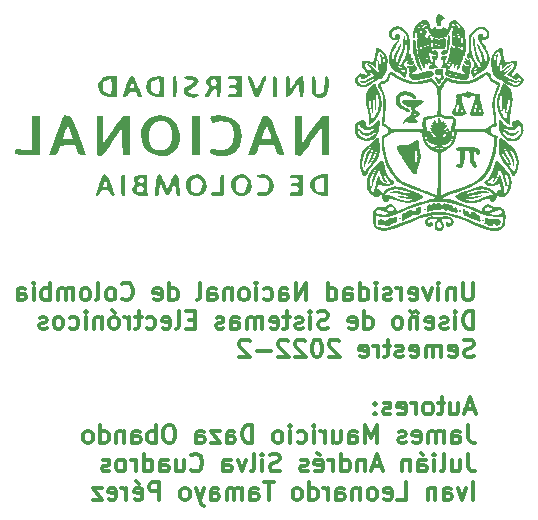
<source format=gbr>
%TF.GenerationSoftware,KiCad,Pcbnew,(6.0.8)*%
%TF.CreationDate,2022-11-07T17:30:20-05:00*%
%TF.ProjectId,Riego_potencia,52696567-6f5f-4706-9f74-656e6369612e,rev?*%
%TF.SameCoordinates,Original*%
%TF.FileFunction,Legend,Bot*%
%TF.FilePolarity,Positive*%
%FSLAX46Y46*%
G04 Gerber Fmt 4.6, Leading zero omitted, Abs format (unit mm)*
G04 Created by KiCad (PCBNEW (6.0.8)) date 2022-11-07 17:30:20*
%MOMM*%
%LPD*%
G01*
G04 APERTURE LIST*
%ADD10C,0.300000*%
G04 APERTURE END LIST*
D10*
X83267857Y-51686071D02*
X83267857Y-52900357D01*
X83196428Y-53043214D01*
X83125000Y-53114642D01*
X82982142Y-53186071D01*
X82696428Y-53186071D01*
X82553571Y-53114642D01*
X82482142Y-53043214D01*
X82410714Y-52900357D01*
X82410714Y-51686071D01*
X81696428Y-52186071D02*
X81696428Y-53186071D01*
X81696428Y-52328928D02*
X81625000Y-52257500D01*
X81482142Y-52186071D01*
X81267857Y-52186071D01*
X81125000Y-52257500D01*
X81053571Y-52400357D01*
X81053571Y-53186071D01*
X80339285Y-53186071D02*
X80339285Y-52186071D01*
X80339285Y-51686071D02*
X80410714Y-51757500D01*
X80339285Y-51828928D01*
X80267857Y-51757500D01*
X80339285Y-51686071D01*
X80339285Y-51828928D01*
X79767857Y-52186071D02*
X79410714Y-53186071D01*
X79053571Y-52186071D01*
X77910714Y-53114642D02*
X78053571Y-53186071D01*
X78339285Y-53186071D01*
X78482142Y-53114642D01*
X78553571Y-52971785D01*
X78553571Y-52400357D01*
X78482142Y-52257500D01*
X78339285Y-52186071D01*
X78053571Y-52186071D01*
X77910714Y-52257500D01*
X77839285Y-52400357D01*
X77839285Y-52543214D01*
X78553571Y-52686071D01*
X77196428Y-53186071D02*
X77196428Y-52186071D01*
X77196428Y-52471785D02*
X77125000Y-52328928D01*
X77053571Y-52257500D01*
X76910714Y-52186071D01*
X76767857Y-52186071D01*
X76339285Y-53114642D02*
X76196428Y-53186071D01*
X75910714Y-53186071D01*
X75767857Y-53114642D01*
X75696428Y-52971785D01*
X75696428Y-52900357D01*
X75767857Y-52757500D01*
X75910714Y-52686071D01*
X76125000Y-52686071D01*
X76267857Y-52614642D01*
X76339285Y-52471785D01*
X76339285Y-52400357D01*
X76267857Y-52257500D01*
X76125000Y-52186071D01*
X75910714Y-52186071D01*
X75767857Y-52257500D01*
X75053571Y-53186071D02*
X75053571Y-52186071D01*
X75053571Y-51686071D02*
X75125000Y-51757500D01*
X75053571Y-51828928D01*
X74982142Y-51757500D01*
X75053571Y-51686071D01*
X75053571Y-51828928D01*
X73696428Y-53186071D02*
X73696428Y-51686071D01*
X73696428Y-53114642D02*
X73839285Y-53186071D01*
X74125000Y-53186071D01*
X74267857Y-53114642D01*
X74339285Y-53043214D01*
X74410714Y-52900357D01*
X74410714Y-52471785D01*
X74339285Y-52328928D01*
X74267857Y-52257500D01*
X74125000Y-52186071D01*
X73839285Y-52186071D01*
X73696428Y-52257500D01*
X72339285Y-53186071D02*
X72339285Y-52400357D01*
X72410714Y-52257500D01*
X72553571Y-52186071D01*
X72839285Y-52186071D01*
X72982142Y-52257500D01*
X72339285Y-53114642D02*
X72482142Y-53186071D01*
X72839285Y-53186071D01*
X72982142Y-53114642D01*
X73053571Y-52971785D01*
X73053571Y-52828928D01*
X72982142Y-52686071D01*
X72839285Y-52614642D01*
X72482142Y-52614642D01*
X72339285Y-52543214D01*
X70982142Y-53186071D02*
X70982142Y-51686071D01*
X70982142Y-53114642D02*
X71125000Y-53186071D01*
X71410714Y-53186071D01*
X71553571Y-53114642D01*
X71625000Y-53043214D01*
X71696428Y-52900357D01*
X71696428Y-52471785D01*
X71625000Y-52328928D01*
X71553571Y-52257500D01*
X71410714Y-52186071D01*
X71125000Y-52186071D01*
X70982142Y-52257500D01*
X69125000Y-53186071D02*
X69125000Y-51686071D01*
X68267857Y-53186071D01*
X68267857Y-51686071D01*
X66910714Y-53186071D02*
X66910714Y-52400357D01*
X66982142Y-52257500D01*
X67125000Y-52186071D01*
X67410714Y-52186071D01*
X67553571Y-52257500D01*
X66910714Y-53114642D02*
X67053571Y-53186071D01*
X67410714Y-53186071D01*
X67553571Y-53114642D01*
X67625000Y-52971785D01*
X67625000Y-52828928D01*
X67553571Y-52686071D01*
X67410714Y-52614642D01*
X67053571Y-52614642D01*
X66910714Y-52543214D01*
X65553571Y-53114642D02*
X65696428Y-53186071D01*
X65982142Y-53186071D01*
X66124999Y-53114642D01*
X66196428Y-53043214D01*
X66267857Y-52900357D01*
X66267857Y-52471785D01*
X66196428Y-52328928D01*
X66124999Y-52257500D01*
X65982142Y-52186071D01*
X65696428Y-52186071D01*
X65553571Y-52257500D01*
X64910714Y-53186071D02*
X64910714Y-52186071D01*
X64910714Y-51686071D02*
X64982142Y-51757500D01*
X64910714Y-51828928D01*
X64839285Y-51757500D01*
X64910714Y-51686071D01*
X64910714Y-51828928D01*
X63982142Y-53186071D02*
X64124999Y-53114642D01*
X64196428Y-53043214D01*
X64267857Y-52900357D01*
X64267857Y-52471785D01*
X64196428Y-52328928D01*
X64124999Y-52257500D01*
X63982142Y-52186071D01*
X63767857Y-52186071D01*
X63624999Y-52257500D01*
X63553571Y-52328928D01*
X63482142Y-52471785D01*
X63482142Y-52900357D01*
X63553571Y-53043214D01*
X63624999Y-53114642D01*
X63767857Y-53186071D01*
X63982142Y-53186071D01*
X62839285Y-52186071D02*
X62839285Y-53186071D01*
X62839285Y-52328928D02*
X62767857Y-52257500D01*
X62624999Y-52186071D01*
X62410714Y-52186071D01*
X62267857Y-52257500D01*
X62196428Y-52400357D01*
X62196428Y-53186071D01*
X60839285Y-53186071D02*
X60839285Y-52400357D01*
X60910714Y-52257500D01*
X61053571Y-52186071D01*
X61339285Y-52186071D01*
X61482142Y-52257500D01*
X60839285Y-53114642D02*
X60982142Y-53186071D01*
X61339285Y-53186071D01*
X61482142Y-53114642D01*
X61553571Y-52971785D01*
X61553571Y-52828928D01*
X61482142Y-52686071D01*
X61339285Y-52614642D01*
X60982142Y-52614642D01*
X60839285Y-52543214D01*
X59910714Y-53186071D02*
X60053571Y-53114642D01*
X60124999Y-52971785D01*
X60124999Y-51686071D01*
X57553571Y-53186071D02*
X57553571Y-51686071D01*
X57553571Y-53114642D02*
X57696428Y-53186071D01*
X57982142Y-53186071D01*
X58124999Y-53114642D01*
X58196428Y-53043214D01*
X58267857Y-52900357D01*
X58267857Y-52471785D01*
X58196428Y-52328928D01*
X58124999Y-52257500D01*
X57982142Y-52186071D01*
X57696428Y-52186071D01*
X57553571Y-52257500D01*
X56267857Y-53114642D02*
X56410714Y-53186071D01*
X56696428Y-53186071D01*
X56839285Y-53114642D01*
X56910714Y-52971785D01*
X56910714Y-52400357D01*
X56839285Y-52257500D01*
X56696428Y-52186071D01*
X56410714Y-52186071D01*
X56267857Y-52257500D01*
X56196428Y-52400357D01*
X56196428Y-52543214D01*
X56910714Y-52686071D01*
X53553571Y-53043214D02*
X53625000Y-53114642D01*
X53839285Y-53186071D01*
X53982142Y-53186071D01*
X54196428Y-53114642D01*
X54339285Y-52971785D01*
X54410714Y-52828928D01*
X54482142Y-52543214D01*
X54482142Y-52328928D01*
X54410714Y-52043214D01*
X54339285Y-51900357D01*
X54196428Y-51757500D01*
X53982142Y-51686071D01*
X53839285Y-51686071D01*
X53625000Y-51757500D01*
X53553571Y-51828928D01*
X52696428Y-53186071D02*
X52839285Y-53114642D01*
X52910714Y-53043214D01*
X52982142Y-52900357D01*
X52982142Y-52471785D01*
X52910714Y-52328928D01*
X52839285Y-52257500D01*
X52696428Y-52186071D01*
X52482142Y-52186071D01*
X52339285Y-52257500D01*
X52267857Y-52328928D01*
X52196428Y-52471785D01*
X52196428Y-52900357D01*
X52267857Y-53043214D01*
X52339285Y-53114642D01*
X52482142Y-53186071D01*
X52696428Y-53186071D01*
X51339285Y-53186071D02*
X51482142Y-53114642D01*
X51553571Y-52971785D01*
X51553571Y-51686071D01*
X50553571Y-53186071D02*
X50696428Y-53114642D01*
X50767857Y-53043214D01*
X50839285Y-52900357D01*
X50839285Y-52471785D01*
X50767857Y-52328928D01*
X50696428Y-52257500D01*
X50553571Y-52186071D01*
X50339285Y-52186071D01*
X50196428Y-52257500D01*
X50124999Y-52328928D01*
X50053571Y-52471785D01*
X50053571Y-52900357D01*
X50124999Y-53043214D01*
X50196428Y-53114642D01*
X50339285Y-53186071D01*
X50553571Y-53186071D01*
X49410714Y-53186071D02*
X49410714Y-52186071D01*
X49410714Y-52328928D02*
X49339285Y-52257500D01*
X49196428Y-52186071D01*
X48982142Y-52186071D01*
X48839285Y-52257500D01*
X48767857Y-52400357D01*
X48767857Y-53186071D01*
X48767857Y-52400357D02*
X48696428Y-52257500D01*
X48553571Y-52186071D01*
X48339285Y-52186071D01*
X48196428Y-52257500D01*
X48124999Y-52400357D01*
X48124999Y-53186071D01*
X47410714Y-53186071D02*
X47410714Y-51686071D01*
X47410714Y-52257500D02*
X47267857Y-52186071D01*
X46982142Y-52186071D01*
X46839285Y-52257500D01*
X46767857Y-52328928D01*
X46696428Y-52471785D01*
X46696428Y-52900357D01*
X46767857Y-53043214D01*
X46839285Y-53114642D01*
X46982142Y-53186071D01*
X47267857Y-53186071D01*
X47410714Y-53114642D01*
X46053571Y-53186071D02*
X46053571Y-52186071D01*
X46053571Y-51686071D02*
X46124999Y-51757500D01*
X46053571Y-51828928D01*
X45982142Y-51757500D01*
X46053571Y-51686071D01*
X46053571Y-51828928D01*
X44696428Y-53186071D02*
X44696428Y-52400357D01*
X44767857Y-52257500D01*
X44910714Y-52186071D01*
X45196428Y-52186071D01*
X45339285Y-52257500D01*
X44696428Y-53114642D02*
X44839285Y-53186071D01*
X45196428Y-53186071D01*
X45339285Y-53114642D01*
X45410714Y-52971785D01*
X45410714Y-52828928D01*
X45339285Y-52686071D01*
X45196428Y-52614642D01*
X44839285Y-52614642D01*
X44696428Y-52543214D01*
X83267857Y-55601071D02*
X83267857Y-54101071D01*
X82910714Y-54101071D01*
X82696428Y-54172500D01*
X82553571Y-54315357D01*
X82482142Y-54458214D01*
X82410714Y-54743928D01*
X82410714Y-54958214D01*
X82482142Y-55243928D01*
X82553571Y-55386785D01*
X82696428Y-55529642D01*
X82910714Y-55601071D01*
X83267857Y-55601071D01*
X81767857Y-55601071D02*
X81767857Y-54601071D01*
X81767857Y-54101071D02*
X81839285Y-54172500D01*
X81767857Y-54243928D01*
X81696428Y-54172500D01*
X81767857Y-54101071D01*
X81767857Y-54243928D01*
X81125000Y-55529642D02*
X80982142Y-55601071D01*
X80696428Y-55601071D01*
X80553571Y-55529642D01*
X80482142Y-55386785D01*
X80482142Y-55315357D01*
X80553571Y-55172500D01*
X80696428Y-55101071D01*
X80910714Y-55101071D01*
X81053571Y-55029642D01*
X81125000Y-54886785D01*
X81125000Y-54815357D01*
X81053571Y-54672500D01*
X80910714Y-54601071D01*
X80696428Y-54601071D01*
X80553571Y-54672500D01*
X79267857Y-55529642D02*
X79410714Y-55601071D01*
X79696428Y-55601071D01*
X79839285Y-55529642D01*
X79910714Y-55386785D01*
X79910714Y-54815357D01*
X79839285Y-54672500D01*
X79696428Y-54601071D01*
X79410714Y-54601071D01*
X79267857Y-54672500D01*
X79196428Y-54815357D01*
X79196428Y-54958214D01*
X79910714Y-55101071D01*
X78553571Y-54601071D02*
X78553571Y-55601071D01*
X78553571Y-54743928D02*
X78482142Y-54672500D01*
X78339285Y-54601071D01*
X78125000Y-54601071D01*
X77982142Y-54672500D01*
X77910714Y-54815357D01*
X77910714Y-55601071D01*
X78625000Y-54243928D02*
X78553571Y-54172500D01*
X78410714Y-54101071D01*
X78125000Y-54243928D01*
X77982142Y-54172500D01*
X77910714Y-54101071D01*
X76982142Y-55601071D02*
X77125000Y-55529642D01*
X77196428Y-55458214D01*
X77267857Y-55315357D01*
X77267857Y-54886785D01*
X77196428Y-54743928D01*
X77125000Y-54672500D01*
X76982142Y-54601071D01*
X76767857Y-54601071D01*
X76625000Y-54672500D01*
X76553571Y-54743928D01*
X76482142Y-54886785D01*
X76482142Y-55315357D01*
X76553571Y-55458214D01*
X76625000Y-55529642D01*
X76767857Y-55601071D01*
X76982142Y-55601071D01*
X74053571Y-55601071D02*
X74053571Y-54101071D01*
X74053571Y-55529642D02*
X74196428Y-55601071D01*
X74482142Y-55601071D01*
X74625000Y-55529642D01*
X74696428Y-55458214D01*
X74767857Y-55315357D01*
X74767857Y-54886785D01*
X74696428Y-54743928D01*
X74625000Y-54672500D01*
X74482142Y-54601071D01*
X74196428Y-54601071D01*
X74053571Y-54672500D01*
X72767857Y-55529642D02*
X72910714Y-55601071D01*
X73196428Y-55601071D01*
X73339285Y-55529642D01*
X73410714Y-55386785D01*
X73410714Y-54815357D01*
X73339285Y-54672500D01*
X73196428Y-54601071D01*
X72910714Y-54601071D01*
X72767857Y-54672500D01*
X72696428Y-54815357D01*
X72696428Y-54958214D01*
X73410714Y-55101071D01*
X70982142Y-55529642D02*
X70767857Y-55601071D01*
X70410714Y-55601071D01*
X70267857Y-55529642D01*
X70196428Y-55458214D01*
X70125000Y-55315357D01*
X70125000Y-55172500D01*
X70196428Y-55029642D01*
X70267857Y-54958214D01*
X70410714Y-54886785D01*
X70696428Y-54815357D01*
X70839285Y-54743928D01*
X70910714Y-54672500D01*
X70982142Y-54529642D01*
X70982142Y-54386785D01*
X70910714Y-54243928D01*
X70839285Y-54172500D01*
X70696428Y-54101071D01*
X70339285Y-54101071D01*
X70125000Y-54172500D01*
X69482142Y-55601071D02*
X69482142Y-54601071D01*
X69482142Y-54101071D02*
X69553571Y-54172500D01*
X69482142Y-54243928D01*
X69410714Y-54172500D01*
X69482142Y-54101071D01*
X69482142Y-54243928D01*
X68839285Y-55529642D02*
X68696428Y-55601071D01*
X68410714Y-55601071D01*
X68267857Y-55529642D01*
X68196428Y-55386785D01*
X68196428Y-55315357D01*
X68267857Y-55172500D01*
X68410714Y-55101071D01*
X68625000Y-55101071D01*
X68767857Y-55029642D01*
X68839285Y-54886785D01*
X68839285Y-54815357D01*
X68767857Y-54672500D01*
X68625000Y-54601071D01*
X68410714Y-54601071D01*
X68267857Y-54672500D01*
X67767857Y-54601071D02*
X67196428Y-54601071D01*
X67553571Y-54101071D02*
X67553571Y-55386785D01*
X67482142Y-55529642D01*
X67339285Y-55601071D01*
X67196428Y-55601071D01*
X66124999Y-55529642D02*
X66267857Y-55601071D01*
X66553571Y-55601071D01*
X66696428Y-55529642D01*
X66767857Y-55386785D01*
X66767857Y-54815357D01*
X66696428Y-54672500D01*
X66553571Y-54601071D01*
X66267857Y-54601071D01*
X66124999Y-54672500D01*
X66053571Y-54815357D01*
X66053571Y-54958214D01*
X66767857Y-55101071D01*
X65410714Y-55601071D02*
X65410714Y-54601071D01*
X65410714Y-54743928D02*
X65339285Y-54672500D01*
X65196428Y-54601071D01*
X64982142Y-54601071D01*
X64839285Y-54672500D01*
X64767857Y-54815357D01*
X64767857Y-55601071D01*
X64767857Y-54815357D02*
X64696428Y-54672500D01*
X64553571Y-54601071D01*
X64339285Y-54601071D01*
X64196428Y-54672500D01*
X64124999Y-54815357D01*
X64124999Y-55601071D01*
X62767857Y-55601071D02*
X62767857Y-54815357D01*
X62839285Y-54672500D01*
X62982142Y-54601071D01*
X63267857Y-54601071D01*
X63410714Y-54672500D01*
X62767857Y-55529642D02*
X62910714Y-55601071D01*
X63267857Y-55601071D01*
X63410714Y-55529642D01*
X63482142Y-55386785D01*
X63482142Y-55243928D01*
X63410714Y-55101071D01*
X63267857Y-55029642D01*
X62910714Y-55029642D01*
X62767857Y-54958214D01*
X62124999Y-55529642D02*
X61982142Y-55601071D01*
X61696428Y-55601071D01*
X61553571Y-55529642D01*
X61482142Y-55386785D01*
X61482142Y-55315357D01*
X61553571Y-55172500D01*
X61696428Y-55101071D01*
X61910714Y-55101071D01*
X62053571Y-55029642D01*
X62124999Y-54886785D01*
X62124999Y-54815357D01*
X62053571Y-54672500D01*
X61910714Y-54601071D01*
X61696428Y-54601071D01*
X61553571Y-54672500D01*
X59696428Y-54815357D02*
X59196428Y-54815357D01*
X58982142Y-55601071D02*
X59696428Y-55601071D01*
X59696428Y-54101071D01*
X58982142Y-54101071D01*
X58124999Y-55601071D02*
X58267857Y-55529642D01*
X58339285Y-55386785D01*
X58339285Y-54101071D01*
X56982142Y-55529642D02*
X57124999Y-55601071D01*
X57410714Y-55601071D01*
X57553571Y-55529642D01*
X57624999Y-55386785D01*
X57624999Y-54815357D01*
X57553571Y-54672500D01*
X57410714Y-54601071D01*
X57124999Y-54601071D01*
X56982142Y-54672500D01*
X56910714Y-54815357D01*
X56910714Y-54958214D01*
X57624999Y-55101071D01*
X55624999Y-55529642D02*
X55767857Y-55601071D01*
X56053571Y-55601071D01*
X56196428Y-55529642D01*
X56267857Y-55458214D01*
X56339285Y-55315357D01*
X56339285Y-54886785D01*
X56267857Y-54743928D01*
X56196428Y-54672500D01*
X56053571Y-54601071D01*
X55767857Y-54601071D01*
X55624999Y-54672500D01*
X55196428Y-54601071D02*
X54624999Y-54601071D01*
X54982142Y-54101071D02*
X54982142Y-55386785D01*
X54910714Y-55529642D01*
X54767857Y-55601071D01*
X54624999Y-55601071D01*
X54124999Y-55601071D02*
X54124999Y-54601071D01*
X54124999Y-54886785D02*
X54053571Y-54743928D01*
X53982142Y-54672500D01*
X53839285Y-54601071D01*
X53696428Y-54601071D01*
X52982142Y-55601071D02*
X53124999Y-55529642D01*
X53196428Y-55458214D01*
X53267857Y-55315357D01*
X53267857Y-54886785D01*
X53196428Y-54743928D01*
X53124999Y-54672500D01*
X52982142Y-54601071D01*
X52767857Y-54601071D01*
X52624999Y-54672500D01*
X52553571Y-54743928D01*
X52482142Y-54886785D01*
X52482142Y-55315357D01*
X52553571Y-55458214D01*
X52624999Y-55529642D01*
X52767857Y-55601071D01*
X52982142Y-55601071D01*
X52696428Y-54029642D02*
X52910714Y-54243928D01*
X51839285Y-54601071D02*
X51839285Y-55601071D01*
X51839285Y-54743928D02*
X51767857Y-54672500D01*
X51624999Y-54601071D01*
X51410714Y-54601071D01*
X51267857Y-54672500D01*
X51196428Y-54815357D01*
X51196428Y-55601071D01*
X50482142Y-55601071D02*
X50482142Y-54601071D01*
X50482142Y-54101071D02*
X50553571Y-54172500D01*
X50482142Y-54243928D01*
X50410714Y-54172500D01*
X50482142Y-54101071D01*
X50482142Y-54243928D01*
X49124999Y-55529642D02*
X49267857Y-55601071D01*
X49553571Y-55601071D01*
X49696428Y-55529642D01*
X49767857Y-55458214D01*
X49839285Y-55315357D01*
X49839285Y-54886785D01*
X49767857Y-54743928D01*
X49696428Y-54672500D01*
X49553571Y-54601071D01*
X49267857Y-54601071D01*
X49124999Y-54672500D01*
X48267857Y-55601071D02*
X48410714Y-55529642D01*
X48482142Y-55458214D01*
X48553571Y-55315357D01*
X48553571Y-54886785D01*
X48482142Y-54743928D01*
X48410714Y-54672500D01*
X48267857Y-54601071D01*
X48053571Y-54601071D01*
X47910714Y-54672500D01*
X47839285Y-54743928D01*
X47767857Y-54886785D01*
X47767857Y-55315357D01*
X47839285Y-55458214D01*
X47910714Y-55529642D01*
X48053571Y-55601071D01*
X48267857Y-55601071D01*
X47196428Y-55529642D02*
X47053571Y-55601071D01*
X46767857Y-55601071D01*
X46624999Y-55529642D01*
X46553571Y-55386785D01*
X46553571Y-55315357D01*
X46624999Y-55172500D01*
X46767857Y-55101071D01*
X46982142Y-55101071D01*
X47124999Y-55029642D01*
X47196428Y-54886785D01*
X47196428Y-54815357D01*
X47124999Y-54672500D01*
X46982142Y-54601071D01*
X46767857Y-54601071D01*
X46624999Y-54672500D01*
X83339285Y-57944642D02*
X83125000Y-58016071D01*
X82767857Y-58016071D01*
X82625000Y-57944642D01*
X82553571Y-57873214D01*
X82482142Y-57730357D01*
X82482142Y-57587500D01*
X82553571Y-57444642D01*
X82625000Y-57373214D01*
X82767857Y-57301785D01*
X83053571Y-57230357D01*
X83196428Y-57158928D01*
X83267857Y-57087500D01*
X83339285Y-56944642D01*
X83339285Y-56801785D01*
X83267857Y-56658928D01*
X83196428Y-56587500D01*
X83053571Y-56516071D01*
X82696428Y-56516071D01*
X82482142Y-56587500D01*
X81267857Y-57944642D02*
X81410714Y-58016071D01*
X81696428Y-58016071D01*
X81839285Y-57944642D01*
X81910714Y-57801785D01*
X81910714Y-57230357D01*
X81839285Y-57087500D01*
X81696428Y-57016071D01*
X81410714Y-57016071D01*
X81267857Y-57087500D01*
X81196428Y-57230357D01*
X81196428Y-57373214D01*
X81910714Y-57516071D01*
X80553571Y-58016071D02*
X80553571Y-57016071D01*
X80553571Y-57158928D02*
X80482142Y-57087500D01*
X80339285Y-57016071D01*
X80125000Y-57016071D01*
X79982142Y-57087500D01*
X79910714Y-57230357D01*
X79910714Y-58016071D01*
X79910714Y-57230357D02*
X79839285Y-57087500D01*
X79696428Y-57016071D01*
X79482142Y-57016071D01*
X79339285Y-57087500D01*
X79267857Y-57230357D01*
X79267857Y-58016071D01*
X77982142Y-57944642D02*
X78125000Y-58016071D01*
X78410714Y-58016071D01*
X78553571Y-57944642D01*
X78625000Y-57801785D01*
X78625000Y-57230357D01*
X78553571Y-57087500D01*
X78410714Y-57016071D01*
X78125000Y-57016071D01*
X77982142Y-57087500D01*
X77910714Y-57230357D01*
X77910714Y-57373214D01*
X78625000Y-57516071D01*
X77339285Y-57944642D02*
X77196428Y-58016071D01*
X76910714Y-58016071D01*
X76767857Y-57944642D01*
X76696428Y-57801785D01*
X76696428Y-57730357D01*
X76767857Y-57587500D01*
X76910714Y-57516071D01*
X77125000Y-57516071D01*
X77267857Y-57444642D01*
X77339285Y-57301785D01*
X77339285Y-57230357D01*
X77267857Y-57087500D01*
X77125000Y-57016071D01*
X76910714Y-57016071D01*
X76767857Y-57087500D01*
X76267857Y-57016071D02*
X75696428Y-57016071D01*
X76053571Y-56516071D02*
X76053571Y-57801785D01*
X75982142Y-57944642D01*
X75839285Y-58016071D01*
X75696428Y-58016071D01*
X75196428Y-58016071D02*
X75196428Y-57016071D01*
X75196428Y-57301785D02*
X75125000Y-57158928D01*
X75053571Y-57087500D01*
X74910714Y-57016071D01*
X74767857Y-57016071D01*
X73696428Y-57944642D02*
X73839285Y-58016071D01*
X74125000Y-58016071D01*
X74267857Y-57944642D01*
X74339285Y-57801785D01*
X74339285Y-57230357D01*
X74267857Y-57087500D01*
X74125000Y-57016071D01*
X73839285Y-57016071D01*
X73696428Y-57087500D01*
X73625000Y-57230357D01*
X73625000Y-57373214D01*
X74339285Y-57516071D01*
X71910714Y-56658928D02*
X71839285Y-56587500D01*
X71696428Y-56516071D01*
X71339285Y-56516071D01*
X71196428Y-56587500D01*
X71125000Y-56658928D01*
X71053571Y-56801785D01*
X71053571Y-56944642D01*
X71125000Y-57158928D01*
X71982142Y-58016071D01*
X71053571Y-58016071D01*
X70125000Y-56516071D02*
X69982142Y-56516071D01*
X69839285Y-56587500D01*
X69767857Y-56658928D01*
X69696428Y-56801785D01*
X69625000Y-57087500D01*
X69625000Y-57444642D01*
X69696428Y-57730357D01*
X69767857Y-57873214D01*
X69839285Y-57944642D01*
X69982142Y-58016071D01*
X70125000Y-58016071D01*
X70267857Y-57944642D01*
X70339285Y-57873214D01*
X70410714Y-57730357D01*
X70482142Y-57444642D01*
X70482142Y-57087500D01*
X70410714Y-56801785D01*
X70339285Y-56658928D01*
X70267857Y-56587500D01*
X70125000Y-56516071D01*
X69053571Y-56658928D02*
X68982142Y-56587500D01*
X68839285Y-56516071D01*
X68482142Y-56516071D01*
X68339285Y-56587500D01*
X68267857Y-56658928D01*
X68196428Y-56801785D01*
X68196428Y-56944642D01*
X68267857Y-57158928D01*
X69125000Y-58016071D01*
X68196428Y-58016071D01*
X67625000Y-56658928D02*
X67553571Y-56587500D01*
X67410714Y-56516071D01*
X67053571Y-56516071D01*
X66910714Y-56587500D01*
X66839285Y-56658928D01*
X66767857Y-56801785D01*
X66767857Y-56944642D01*
X66839285Y-57158928D01*
X67696428Y-58016071D01*
X66767857Y-58016071D01*
X66125000Y-57444642D02*
X64982142Y-57444642D01*
X64339285Y-56658928D02*
X64267857Y-56587500D01*
X64125000Y-56516071D01*
X63767857Y-56516071D01*
X63625000Y-56587500D01*
X63553571Y-56658928D01*
X63482142Y-56801785D01*
X63482142Y-56944642D01*
X63553571Y-57158928D01*
X64410714Y-58016071D01*
X63482142Y-58016071D01*
X83339285Y-62417500D02*
X82625000Y-62417500D01*
X83482142Y-62846071D02*
X82982142Y-61346071D01*
X82482142Y-62846071D01*
X81339285Y-61846071D02*
X81339285Y-62846071D01*
X81982142Y-61846071D02*
X81982142Y-62631785D01*
X81910714Y-62774642D01*
X81767857Y-62846071D01*
X81553571Y-62846071D01*
X81410714Y-62774642D01*
X81339285Y-62703214D01*
X80839285Y-61846071D02*
X80267857Y-61846071D01*
X80625000Y-61346071D02*
X80625000Y-62631785D01*
X80553571Y-62774642D01*
X80410714Y-62846071D01*
X80267857Y-62846071D01*
X79553571Y-62846071D02*
X79696428Y-62774642D01*
X79767857Y-62703214D01*
X79839285Y-62560357D01*
X79839285Y-62131785D01*
X79767857Y-61988928D01*
X79696428Y-61917500D01*
X79553571Y-61846071D01*
X79339285Y-61846071D01*
X79196428Y-61917500D01*
X79125000Y-61988928D01*
X79053571Y-62131785D01*
X79053571Y-62560357D01*
X79125000Y-62703214D01*
X79196428Y-62774642D01*
X79339285Y-62846071D01*
X79553571Y-62846071D01*
X78410714Y-62846071D02*
X78410714Y-61846071D01*
X78410714Y-62131785D02*
X78339285Y-61988928D01*
X78267857Y-61917500D01*
X78125000Y-61846071D01*
X77982142Y-61846071D01*
X76910714Y-62774642D02*
X77053571Y-62846071D01*
X77339285Y-62846071D01*
X77482142Y-62774642D01*
X77553571Y-62631785D01*
X77553571Y-62060357D01*
X77482142Y-61917500D01*
X77339285Y-61846071D01*
X77053571Y-61846071D01*
X76910714Y-61917500D01*
X76839285Y-62060357D01*
X76839285Y-62203214D01*
X77553571Y-62346071D01*
X76267857Y-62774642D02*
X76125000Y-62846071D01*
X75839285Y-62846071D01*
X75696428Y-62774642D01*
X75625000Y-62631785D01*
X75625000Y-62560357D01*
X75696428Y-62417500D01*
X75839285Y-62346071D01*
X76053571Y-62346071D01*
X76196428Y-62274642D01*
X76267857Y-62131785D01*
X76267857Y-62060357D01*
X76196428Y-61917500D01*
X76053571Y-61846071D01*
X75839285Y-61846071D01*
X75696428Y-61917500D01*
X74982142Y-62703214D02*
X74910714Y-62774642D01*
X74982142Y-62846071D01*
X75053571Y-62774642D01*
X74982142Y-62703214D01*
X74982142Y-62846071D01*
X74982142Y-61917500D02*
X74910714Y-61988928D01*
X74982142Y-62060357D01*
X75053571Y-61988928D01*
X74982142Y-61917500D01*
X74982142Y-62060357D01*
X82839285Y-63761071D02*
X82839285Y-64832500D01*
X82910714Y-65046785D01*
X83053571Y-65189642D01*
X83267857Y-65261071D01*
X83410714Y-65261071D01*
X81482142Y-65261071D02*
X81482142Y-64475357D01*
X81553571Y-64332500D01*
X81696428Y-64261071D01*
X81982142Y-64261071D01*
X82125000Y-64332500D01*
X81482142Y-65189642D02*
X81625000Y-65261071D01*
X81982142Y-65261071D01*
X82125000Y-65189642D01*
X82196428Y-65046785D01*
X82196428Y-64903928D01*
X82125000Y-64761071D01*
X81982142Y-64689642D01*
X81625000Y-64689642D01*
X81482142Y-64618214D01*
X80767857Y-65261071D02*
X80767857Y-64261071D01*
X80767857Y-64403928D02*
X80696428Y-64332500D01*
X80553571Y-64261071D01*
X80339285Y-64261071D01*
X80196428Y-64332500D01*
X80125000Y-64475357D01*
X80125000Y-65261071D01*
X80125000Y-64475357D02*
X80053571Y-64332500D01*
X79910714Y-64261071D01*
X79696428Y-64261071D01*
X79553571Y-64332500D01*
X79482142Y-64475357D01*
X79482142Y-65261071D01*
X78196428Y-65189642D02*
X78339285Y-65261071D01*
X78625000Y-65261071D01*
X78767857Y-65189642D01*
X78839285Y-65046785D01*
X78839285Y-64475357D01*
X78767857Y-64332500D01*
X78625000Y-64261071D01*
X78339285Y-64261071D01*
X78196428Y-64332500D01*
X78125000Y-64475357D01*
X78125000Y-64618214D01*
X78839285Y-64761071D01*
X77553571Y-65189642D02*
X77410714Y-65261071D01*
X77125000Y-65261071D01*
X76982142Y-65189642D01*
X76910714Y-65046785D01*
X76910714Y-64975357D01*
X76982142Y-64832500D01*
X77125000Y-64761071D01*
X77339285Y-64761071D01*
X77482142Y-64689642D01*
X77553571Y-64546785D01*
X77553571Y-64475357D01*
X77482142Y-64332500D01*
X77339285Y-64261071D01*
X77125000Y-64261071D01*
X76982142Y-64332500D01*
X75125000Y-65261071D02*
X75125000Y-63761071D01*
X74625000Y-64832500D01*
X74125000Y-63761071D01*
X74125000Y-65261071D01*
X72767857Y-65261071D02*
X72767857Y-64475357D01*
X72839285Y-64332500D01*
X72982142Y-64261071D01*
X73267857Y-64261071D01*
X73410714Y-64332500D01*
X72767857Y-65189642D02*
X72910714Y-65261071D01*
X73267857Y-65261071D01*
X73410714Y-65189642D01*
X73482142Y-65046785D01*
X73482142Y-64903928D01*
X73410714Y-64761071D01*
X73267857Y-64689642D01*
X72910714Y-64689642D01*
X72767857Y-64618214D01*
X71410714Y-64261071D02*
X71410714Y-65261071D01*
X72053571Y-64261071D02*
X72053571Y-65046785D01*
X71982142Y-65189642D01*
X71839285Y-65261071D01*
X71625000Y-65261071D01*
X71482142Y-65189642D01*
X71410714Y-65118214D01*
X70696428Y-65261071D02*
X70696428Y-64261071D01*
X70696428Y-64546785D02*
X70625000Y-64403928D01*
X70553571Y-64332500D01*
X70410714Y-64261071D01*
X70267857Y-64261071D01*
X69767857Y-65261071D02*
X69767857Y-64261071D01*
X69767857Y-63761071D02*
X69839285Y-63832500D01*
X69767857Y-63903928D01*
X69696428Y-63832500D01*
X69767857Y-63761071D01*
X69767857Y-63903928D01*
X68410714Y-65189642D02*
X68553571Y-65261071D01*
X68839285Y-65261071D01*
X68982142Y-65189642D01*
X69053571Y-65118214D01*
X69125000Y-64975357D01*
X69125000Y-64546785D01*
X69053571Y-64403928D01*
X68982142Y-64332500D01*
X68839285Y-64261071D01*
X68553571Y-64261071D01*
X68410714Y-64332500D01*
X67767857Y-65261071D02*
X67767857Y-64261071D01*
X67767857Y-63761071D02*
X67839285Y-63832500D01*
X67767857Y-63903928D01*
X67696428Y-63832500D01*
X67767857Y-63761071D01*
X67767857Y-63903928D01*
X66839285Y-65261071D02*
X66982142Y-65189642D01*
X67053571Y-65118214D01*
X67125000Y-64975357D01*
X67125000Y-64546785D01*
X67053571Y-64403928D01*
X66982142Y-64332500D01*
X66839285Y-64261071D01*
X66625000Y-64261071D01*
X66482142Y-64332500D01*
X66410714Y-64403928D01*
X66339285Y-64546785D01*
X66339285Y-64975357D01*
X66410714Y-65118214D01*
X66482142Y-65189642D01*
X66625000Y-65261071D01*
X66839285Y-65261071D01*
X64553571Y-65261071D02*
X64553571Y-63761071D01*
X64196428Y-63761071D01*
X63982142Y-63832500D01*
X63839285Y-63975357D01*
X63767857Y-64118214D01*
X63696428Y-64403928D01*
X63696428Y-64618214D01*
X63767857Y-64903928D01*
X63839285Y-65046785D01*
X63982142Y-65189642D01*
X64196428Y-65261071D01*
X64553571Y-65261071D01*
X62410714Y-65261071D02*
X62410714Y-64475357D01*
X62482142Y-64332500D01*
X62625000Y-64261071D01*
X62910714Y-64261071D01*
X63053571Y-64332500D01*
X62410714Y-65189642D02*
X62553571Y-65261071D01*
X62910714Y-65261071D01*
X63053571Y-65189642D01*
X63125000Y-65046785D01*
X63125000Y-64903928D01*
X63053571Y-64761071D01*
X62910714Y-64689642D01*
X62553571Y-64689642D01*
X62410714Y-64618214D01*
X61839285Y-64261071D02*
X61053571Y-64261071D01*
X61839285Y-65261071D01*
X61053571Y-65261071D01*
X59839285Y-65261071D02*
X59839285Y-64475357D01*
X59910714Y-64332500D01*
X60053571Y-64261071D01*
X60339285Y-64261071D01*
X60482142Y-64332500D01*
X59839285Y-65189642D02*
X59982142Y-65261071D01*
X60339285Y-65261071D01*
X60482142Y-65189642D01*
X60553571Y-65046785D01*
X60553571Y-64903928D01*
X60482142Y-64761071D01*
X60339285Y-64689642D01*
X59982142Y-64689642D01*
X59839285Y-64618214D01*
X57696428Y-63761071D02*
X57410714Y-63761071D01*
X57267857Y-63832500D01*
X57125000Y-63975357D01*
X57053571Y-64261071D01*
X57053571Y-64761071D01*
X57125000Y-65046785D01*
X57267857Y-65189642D01*
X57410714Y-65261071D01*
X57696428Y-65261071D01*
X57839285Y-65189642D01*
X57982142Y-65046785D01*
X58053571Y-64761071D01*
X58053571Y-64261071D01*
X57982142Y-63975357D01*
X57839285Y-63832500D01*
X57696428Y-63761071D01*
X56410714Y-65261071D02*
X56410714Y-63761071D01*
X56410714Y-64332500D02*
X56267857Y-64261071D01*
X55982142Y-64261071D01*
X55839285Y-64332500D01*
X55767857Y-64403928D01*
X55696428Y-64546785D01*
X55696428Y-64975357D01*
X55767857Y-65118214D01*
X55839285Y-65189642D01*
X55982142Y-65261071D01*
X56267857Y-65261071D01*
X56410714Y-65189642D01*
X54410714Y-65261071D02*
X54410714Y-64475357D01*
X54482142Y-64332500D01*
X54625000Y-64261071D01*
X54910714Y-64261071D01*
X55053571Y-64332500D01*
X54410714Y-65189642D02*
X54553571Y-65261071D01*
X54910714Y-65261071D01*
X55053571Y-65189642D01*
X55125000Y-65046785D01*
X55125000Y-64903928D01*
X55053571Y-64761071D01*
X54910714Y-64689642D01*
X54553571Y-64689642D01*
X54410714Y-64618214D01*
X53696428Y-64261071D02*
X53696428Y-65261071D01*
X53696428Y-64403928D02*
X53625000Y-64332500D01*
X53482142Y-64261071D01*
X53267857Y-64261071D01*
X53125000Y-64332500D01*
X53053571Y-64475357D01*
X53053571Y-65261071D01*
X51696428Y-65261071D02*
X51696428Y-63761071D01*
X51696428Y-65189642D02*
X51839285Y-65261071D01*
X52125000Y-65261071D01*
X52267857Y-65189642D01*
X52339285Y-65118214D01*
X52410714Y-64975357D01*
X52410714Y-64546785D01*
X52339285Y-64403928D01*
X52267857Y-64332500D01*
X52125000Y-64261071D01*
X51839285Y-64261071D01*
X51696428Y-64332500D01*
X50767857Y-65261071D02*
X50910714Y-65189642D01*
X50982142Y-65118214D01*
X51053571Y-64975357D01*
X51053571Y-64546785D01*
X50982142Y-64403928D01*
X50910714Y-64332500D01*
X50767857Y-64261071D01*
X50553571Y-64261071D01*
X50410714Y-64332500D01*
X50339285Y-64403928D01*
X50267857Y-64546785D01*
X50267857Y-64975357D01*
X50339285Y-65118214D01*
X50410714Y-65189642D01*
X50553571Y-65261071D01*
X50767857Y-65261071D01*
X82839285Y-66176071D02*
X82839285Y-67247500D01*
X82910714Y-67461785D01*
X83053571Y-67604642D01*
X83267857Y-67676071D01*
X83410714Y-67676071D01*
X81482142Y-66676071D02*
X81482142Y-67676071D01*
X82125000Y-66676071D02*
X82125000Y-67461785D01*
X82053571Y-67604642D01*
X81910714Y-67676071D01*
X81696428Y-67676071D01*
X81553571Y-67604642D01*
X81482142Y-67533214D01*
X80553571Y-67676071D02*
X80696428Y-67604642D01*
X80767857Y-67461785D01*
X80767857Y-66176071D01*
X79982142Y-67676071D02*
X79982142Y-66676071D01*
X79982142Y-66176071D02*
X80053571Y-66247500D01*
X79982142Y-66318928D01*
X79910714Y-66247500D01*
X79982142Y-66176071D01*
X79982142Y-66318928D01*
X78625000Y-67676071D02*
X78625000Y-66890357D01*
X78696428Y-66747500D01*
X78839285Y-66676071D01*
X79125000Y-66676071D01*
X79267857Y-66747500D01*
X78625000Y-67604642D02*
X78767857Y-67676071D01*
X79125000Y-67676071D01*
X79267857Y-67604642D01*
X79339285Y-67461785D01*
X79339285Y-67318928D01*
X79267857Y-67176071D01*
X79125000Y-67104642D01*
X78767857Y-67104642D01*
X78625000Y-67033214D01*
X78839285Y-66104642D02*
X79053571Y-66318928D01*
X77910714Y-66676071D02*
X77910714Y-67676071D01*
X77910714Y-66818928D02*
X77839285Y-66747500D01*
X77696428Y-66676071D01*
X77482142Y-66676071D01*
X77339285Y-66747500D01*
X77267857Y-66890357D01*
X77267857Y-67676071D01*
X75482142Y-67247500D02*
X74767857Y-67247500D01*
X75625000Y-67676071D02*
X75125000Y-66176071D01*
X74625000Y-67676071D01*
X74125000Y-66676071D02*
X74125000Y-67676071D01*
X74125000Y-66818928D02*
X74053571Y-66747500D01*
X73910714Y-66676071D01*
X73696428Y-66676071D01*
X73553571Y-66747500D01*
X73482142Y-66890357D01*
X73482142Y-67676071D01*
X72125000Y-67676071D02*
X72125000Y-66176071D01*
X72125000Y-67604642D02*
X72267857Y-67676071D01*
X72553571Y-67676071D01*
X72696428Y-67604642D01*
X72767857Y-67533214D01*
X72839285Y-67390357D01*
X72839285Y-66961785D01*
X72767857Y-66818928D01*
X72696428Y-66747500D01*
X72553571Y-66676071D01*
X72267857Y-66676071D01*
X72125000Y-66747500D01*
X71410714Y-67676071D02*
X71410714Y-66676071D01*
X71410714Y-66961785D02*
X71339285Y-66818928D01*
X71267857Y-66747500D01*
X71125000Y-66676071D01*
X70982142Y-66676071D01*
X69910714Y-67604642D02*
X70053571Y-67676071D01*
X70339285Y-67676071D01*
X70482142Y-67604642D01*
X70553571Y-67461785D01*
X70553571Y-66890357D01*
X70482142Y-66747500D01*
X70339285Y-66676071D01*
X70053571Y-66676071D01*
X69910714Y-66747500D01*
X69839285Y-66890357D01*
X69839285Y-67033214D01*
X70553571Y-67176071D01*
X70053571Y-66104642D02*
X70267857Y-66318928D01*
X69267857Y-67604642D02*
X69124999Y-67676071D01*
X68839285Y-67676071D01*
X68696428Y-67604642D01*
X68624999Y-67461785D01*
X68624999Y-67390357D01*
X68696428Y-67247500D01*
X68839285Y-67176071D01*
X69053571Y-67176071D01*
X69196428Y-67104642D01*
X69267857Y-66961785D01*
X69267857Y-66890357D01*
X69196428Y-66747500D01*
X69053571Y-66676071D01*
X68839285Y-66676071D01*
X68696428Y-66747500D01*
X66910714Y-67604642D02*
X66696428Y-67676071D01*
X66339285Y-67676071D01*
X66196428Y-67604642D01*
X66124999Y-67533214D01*
X66053571Y-67390357D01*
X66053571Y-67247500D01*
X66124999Y-67104642D01*
X66196428Y-67033214D01*
X66339285Y-66961785D01*
X66624999Y-66890357D01*
X66767857Y-66818928D01*
X66839285Y-66747500D01*
X66910714Y-66604642D01*
X66910714Y-66461785D01*
X66839285Y-66318928D01*
X66767857Y-66247500D01*
X66624999Y-66176071D01*
X66267857Y-66176071D01*
X66053571Y-66247500D01*
X65410714Y-67676071D02*
X65410714Y-66676071D01*
X65410714Y-66176071D02*
X65482142Y-66247500D01*
X65410714Y-66318928D01*
X65339285Y-66247500D01*
X65410714Y-66176071D01*
X65410714Y-66318928D01*
X64482142Y-67676071D02*
X64624999Y-67604642D01*
X64696428Y-67461785D01*
X64696428Y-66176071D01*
X64053571Y-66676071D02*
X63696428Y-67676071D01*
X63339285Y-66676071D01*
X62124999Y-67676071D02*
X62124999Y-66890357D01*
X62196428Y-66747500D01*
X62339285Y-66676071D01*
X62624999Y-66676071D01*
X62767857Y-66747500D01*
X62124999Y-67604642D02*
X62267857Y-67676071D01*
X62624999Y-67676071D01*
X62767857Y-67604642D01*
X62839285Y-67461785D01*
X62839285Y-67318928D01*
X62767857Y-67176071D01*
X62624999Y-67104642D01*
X62267857Y-67104642D01*
X62124999Y-67033214D01*
X59410714Y-67533214D02*
X59482142Y-67604642D01*
X59696428Y-67676071D01*
X59839285Y-67676071D01*
X60053571Y-67604642D01*
X60196428Y-67461785D01*
X60267857Y-67318928D01*
X60339285Y-67033214D01*
X60339285Y-66818928D01*
X60267857Y-66533214D01*
X60196428Y-66390357D01*
X60053571Y-66247500D01*
X59839285Y-66176071D01*
X59696428Y-66176071D01*
X59482142Y-66247500D01*
X59410714Y-66318928D01*
X58124999Y-66676071D02*
X58124999Y-67676071D01*
X58767857Y-66676071D02*
X58767857Y-67461785D01*
X58696428Y-67604642D01*
X58553571Y-67676071D01*
X58339285Y-67676071D01*
X58196428Y-67604642D01*
X58124999Y-67533214D01*
X56767857Y-67676071D02*
X56767857Y-66890357D01*
X56839285Y-66747500D01*
X56982142Y-66676071D01*
X57267857Y-66676071D01*
X57410714Y-66747500D01*
X56767857Y-67604642D02*
X56910714Y-67676071D01*
X57267857Y-67676071D01*
X57410714Y-67604642D01*
X57482142Y-67461785D01*
X57482142Y-67318928D01*
X57410714Y-67176071D01*
X57267857Y-67104642D01*
X56910714Y-67104642D01*
X56767857Y-67033214D01*
X55410714Y-67676071D02*
X55410714Y-66176071D01*
X55410714Y-67604642D02*
X55553571Y-67676071D01*
X55839285Y-67676071D01*
X55982142Y-67604642D01*
X56053571Y-67533214D01*
X56124999Y-67390357D01*
X56124999Y-66961785D01*
X56053571Y-66818928D01*
X55982142Y-66747500D01*
X55839285Y-66676071D01*
X55553571Y-66676071D01*
X55410714Y-66747500D01*
X54696428Y-67676071D02*
X54696428Y-66676071D01*
X54696428Y-66961785D02*
X54624999Y-66818928D01*
X54553571Y-66747500D01*
X54410714Y-66676071D01*
X54267857Y-66676071D01*
X53553571Y-67676071D02*
X53696428Y-67604642D01*
X53767857Y-67533214D01*
X53839285Y-67390357D01*
X53839285Y-66961785D01*
X53767857Y-66818928D01*
X53696428Y-66747500D01*
X53553571Y-66676071D01*
X53339285Y-66676071D01*
X53196428Y-66747500D01*
X53124999Y-66818928D01*
X53053571Y-66961785D01*
X53053571Y-67390357D01*
X53124999Y-67533214D01*
X53196428Y-67604642D01*
X53339285Y-67676071D01*
X53553571Y-67676071D01*
X52482142Y-67604642D02*
X52339285Y-67676071D01*
X52053571Y-67676071D01*
X51910714Y-67604642D01*
X51839285Y-67461785D01*
X51839285Y-67390357D01*
X51910714Y-67247500D01*
X52053571Y-67176071D01*
X52267857Y-67176071D01*
X52410714Y-67104642D01*
X52482142Y-66961785D01*
X52482142Y-66890357D01*
X52410714Y-66747500D01*
X52267857Y-66676071D01*
X52053571Y-66676071D01*
X51910714Y-66747500D01*
X83267857Y-70091071D02*
X83267857Y-68591071D01*
X82696428Y-69091071D02*
X82339285Y-70091071D01*
X81982142Y-69091071D01*
X80767857Y-70091071D02*
X80767857Y-69305357D01*
X80839285Y-69162500D01*
X80982142Y-69091071D01*
X81267857Y-69091071D01*
X81410714Y-69162500D01*
X80767857Y-70019642D02*
X80910714Y-70091071D01*
X81267857Y-70091071D01*
X81410714Y-70019642D01*
X81482142Y-69876785D01*
X81482142Y-69733928D01*
X81410714Y-69591071D01*
X81267857Y-69519642D01*
X80910714Y-69519642D01*
X80767857Y-69448214D01*
X80053571Y-69091071D02*
X80053571Y-70091071D01*
X80053571Y-69233928D02*
X79982142Y-69162500D01*
X79839285Y-69091071D01*
X79625000Y-69091071D01*
X79482142Y-69162500D01*
X79410714Y-69305357D01*
X79410714Y-70091071D01*
X76839285Y-70091071D02*
X77553571Y-70091071D01*
X77553571Y-68591071D01*
X75767857Y-70019642D02*
X75910714Y-70091071D01*
X76196428Y-70091071D01*
X76339285Y-70019642D01*
X76410714Y-69876785D01*
X76410714Y-69305357D01*
X76339285Y-69162500D01*
X76196428Y-69091071D01*
X75910714Y-69091071D01*
X75767857Y-69162500D01*
X75696428Y-69305357D01*
X75696428Y-69448214D01*
X76410714Y-69591071D01*
X74839285Y-70091071D02*
X74982142Y-70019642D01*
X75053571Y-69948214D01*
X75125000Y-69805357D01*
X75125000Y-69376785D01*
X75053571Y-69233928D01*
X74982142Y-69162500D01*
X74839285Y-69091071D01*
X74625000Y-69091071D01*
X74482142Y-69162500D01*
X74410714Y-69233928D01*
X74339285Y-69376785D01*
X74339285Y-69805357D01*
X74410714Y-69948214D01*
X74482142Y-70019642D01*
X74625000Y-70091071D01*
X74839285Y-70091071D01*
X73696428Y-69091071D02*
X73696428Y-70091071D01*
X73696428Y-69233928D02*
X73625000Y-69162500D01*
X73482142Y-69091071D01*
X73267857Y-69091071D01*
X73125000Y-69162500D01*
X73053571Y-69305357D01*
X73053571Y-70091071D01*
X71696428Y-70091071D02*
X71696428Y-69305357D01*
X71767857Y-69162500D01*
X71910714Y-69091071D01*
X72196428Y-69091071D01*
X72339285Y-69162500D01*
X71696428Y-70019642D02*
X71839285Y-70091071D01*
X72196428Y-70091071D01*
X72339285Y-70019642D01*
X72410714Y-69876785D01*
X72410714Y-69733928D01*
X72339285Y-69591071D01*
X72196428Y-69519642D01*
X71839285Y-69519642D01*
X71696428Y-69448214D01*
X70982142Y-70091071D02*
X70982142Y-69091071D01*
X70982142Y-69376785D02*
X70910714Y-69233928D01*
X70839285Y-69162500D01*
X70696428Y-69091071D01*
X70553571Y-69091071D01*
X69410714Y-70091071D02*
X69410714Y-68591071D01*
X69410714Y-70019642D02*
X69553571Y-70091071D01*
X69839285Y-70091071D01*
X69982142Y-70019642D01*
X70053571Y-69948214D01*
X70125000Y-69805357D01*
X70125000Y-69376785D01*
X70053571Y-69233928D01*
X69982142Y-69162500D01*
X69839285Y-69091071D01*
X69553571Y-69091071D01*
X69410714Y-69162500D01*
X68482142Y-70091071D02*
X68625000Y-70019642D01*
X68696428Y-69948214D01*
X68767857Y-69805357D01*
X68767857Y-69376785D01*
X68696428Y-69233928D01*
X68625000Y-69162500D01*
X68482142Y-69091071D01*
X68267857Y-69091071D01*
X68125000Y-69162500D01*
X68053571Y-69233928D01*
X67982142Y-69376785D01*
X67982142Y-69805357D01*
X68053571Y-69948214D01*
X68125000Y-70019642D01*
X68267857Y-70091071D01*
X68482142Y-70091071D01*
X66410714Y-68591071D02*
X65553571Y-68591071D01*
X65982142Y-70091071D02*
X65982142Y-68591071D01*
X64410714Y-70091071D02*
X64410714Y-69305357D01*
X64482142Y-69162500D01*
X64625000Y-69091071D01*
X64910714Y-69091071D01*
X65053571Y-69162500D01*
X64410714Y-70019642D02*
X64553571Y-70091071D01*
X64910714Y-70091071D01*
X65053571Y-70019642D01*
X65125000Y-69876785D01*
X65125000Y-69733928D01*
X65053571Y-69591071D01*
X64910714Y-69519642D01*
X64553571Y-69519642D01*
X64410714Y-69448214D01*
X63696428Y-70091071D02*
X63696428Y-69091071D01*
X63696428Y-69233928D02*
X63625000Y-69162500D01*
X63482142Y-69091071D01*
X63267857Y-69091071D01*
X63125000Y-69162500D01*
X63053571Y-69305357D01*
X63053571Y-70091071D01*
X63053571Y-69305357D02*
X62982142Y-69162500D01*
X62839285Y-69091071D01*
X62625000Y-69091071D01*
X62482142Y-69162500D01*
X62410714Y-69305357D01*
X62410714Y-70091071D01*
X61053571Y-70091071D02*
X61053571Y-69305357D01*
X61125000Y-69162500D01*
X61267857Y-69091071D01*
X61553571Y-69091071D01*
X61696428Y-69162500D01*
X61053571Y-70019642D02*
X61196428Y-70091071D01*
X61553571Y-70091071D01*
X61696428Y-70019642D01*
X61767857Y-69876785D01*
X61767857Y-69733928D01*
X61696428Y-69591071D01*
X61553571Y-69519642D01*
X61196428Y-69519642D01*
X61053571Y-69448214D01*
X60482142Y-69091071D02*
X60125000Y-70091071D01*
X59767857Y-69091071D02*
X60125000Y-70091071D01*
X60267857Y-70448214D01*
X60339285Y-70519642D01*
X60482142Y-70591071D01*
X58982142Y-70091071D02*
X59125000Y-70019642D01*
X59196428Y-69948214D01*
X59267857Y-69805357D01*
X59267857Y-69376785D01*
X59196428Y-69233928D01*
X59125000Y-69162500D01*
X58982142Y-69091071D01*
X58767857Y-69091071D01*
X58625000Y-69162500D01*
X58553571Y-69233928D01*
X58482142Y-69376785D01*
X58482142Y-69805357D01*
X58553571Y-69948214D01*
X58625000Y-70019642D01*
X58767857Y-70091071D01*
X58982142Y-70091071D01*
X56696428Y-70091071D02*
X56696428Y-68591071D01*
X56125000Y-68591071D01*
X55982142Y-68662500D01*
X55910714Y-68733928D01*
X55839285Y-68876785D01*
X55839285Y-69091071D01*
X55910714Y-69233928D01*
X55982142Y-69305357D01*
X56125000Y-69376785D01*
X56696428Y-69376785D01*
X54625000Y-70019642D02*
X54767857Y-70091071D01*
X55053571Y-70091071D01*
X55196428Y-70019642D01*
X55267857Y-69876785D01*
X55267857Y-69305357D01*
X55196428Y-69162500D01*
X55053571Y-69091071D01*
X54767857Y-69091071D01*
X54625000Y-69162500D01*
X54553571Y-69305357D01*
X54553571Y-69448214D01*
X55267857Y-69591071D01*
X54767857Y-68519642D02*
X54982142Y-68733928D01*
X53910714Y-70091071D02*
X53910714Y-69091071D01*
X53910714Y-69376785D02*
X53839285Y-69233928D01*
X53767857Y-69162500D01*
X53625000Y-69091071D01*
X53482142Y-69091071D01*
X52410714Y-70019642D02*
X52553571Y-70091071D01*
X52839285Y-70091071D01*
X52982142Y-70019642D01*
X53053571Y-69876785D01*
X53053571Y-69305357D01*
X52982142Y-69162500D01*
X52839285Y-69091071D01*
X52553571Y-69091071D01*
X52410714Y-69162500D01*
X52339285Y-69305357D01*
X52339285Y-69448214D01*
X53053571Y-69591071D01*
X51839285Y-69091071D02*
X51053571Y-69091071D01*
X51839285Y-70091071D01*
X51053571Y-70091071D01*
%TO.C,G\u002A\u002A\u002A*%
G36*
X84564968Y-33253674D02*
G01*
X84336325Y-33594656D01*
X83969916Y-33843651D01*
X83829307Y-33917062D01*
X83599779Y-34068917D01*
X83462717Y-34203680D01*
X83388798Y-34312380D01*
X83329647Y-34374667D01*
X83322537Y-34369408D01*
X83264688Y-34267423D01*
X83178735Y-34076400D01*
X83117188Y-33837249D01*
X83159161Y-33554053D01*
X83336625Y-33346284D01*
X83355765Y-33301316D01*
X83320765Y-33128560D01*
X83206278Y-32861544D01*
X83122763Y-32698263D01*
X83033119Y-32552540D01*
X82979814Y-32532022D01*
X82943100Y-32618467D01*
X82942112Y-32622217D01*
X82883276Y-32743145D01*
X82798833Y-32710033D01*
X82762912Y-32656664D01*
X82735804Y-32505038D01*
X82768662Y-32365564D01*
X82851362Y-32314471D01*
X82860873Y-32311794D01*
X82893123Y-32205869D01*
X82908895Y-31970360D01*
X82905637Y-31637138D01*
X82900813Y-31464795D01*
X82903468Y-31342488D01*
X83069885Y-31342488D01*
X83084623Y-31704648D01*
X83093807Y-31788462D01*
X83198965Y-32292233D01*
X83374030Y-32768519D01*
X83594160Y-33147000D01*
X83666403Y-33260686D01*
X83649341Y-33359636D01*
X83509615Y-33488537D01*
X83372458Y-33639549D01*
X83324880Y-33835379D01*
X83348676Y-33943192D01*
X83399859Y-33956748D01*
X83522665Y-33848595D01*
X83594877Y-33777048D01*
X83630014Y-33720731D01*
X83542872Y-33744012D01*
X83438589Y-33759764D01*
X83447378Y-33663696D01*
X83524704Y-33566964D01*
X83702339Y-33475757D01*
X83833658Y-33434137D01*
X83904666Y-33389007D01*
X83889276Y-33344887D01*
X83815903Y-33183984D01*
X83702442Y-32953685D01*
X83634648Y-32813671D01*
X83443373Y-32334089D01*
X83308929Y-31859029D01*
X83237858Y-31424259D01*
X83236701Y-31065548D01*
X83312000Y-30818667D01*
X83355656Y-30787241D01*
X83385479Y-30884836D01*
X83395370Y-31138837D01*
X83432495Y-31512108D01*
X83540275Y-31986295D01*
X83699039Y-32468626D01*
X83888984Y-32888888D01*
X84029345Y-33147000D01*
X84056622Y-32921156D01*
X84057969Y-32901174D01*
X84028788Y-32697318D01*
X83945129Y-32405321D01*
X83822650Y-32081388D01*
X83792617Y-32009913D01*
X83679372Y-31721021D01*
X83605755Y-31500793D01*
X83586489Y-31392199D01*
X83622018Y-31395638D01*
X83709115Y-31515027D01*
X83828803Y-31727650D01*
X83964433Y-31998482D01*
X84099354Y-32292497D01*
X84216917Y-32574667D01*
X84300471Y-32809968D01*
X84333367Y-32963373D01*
X84333661Y-32978006D01*
X84340973Y-33145472D01*
X84364826Y-33155672D01*
X84423318Y-33020000D01*
X84440603Y-32972317D01*
X84474622Y-32731695D01*
X84422180Y-32449021D01*
X84275019Y-32095757D01*
X84024878Y-31643363D01*
X83891897Y-31409986D01*
X83722785Y-31048138D01*
X83669085Y-30798377D01*
X83729984Y-30653673D01*
X83904666Y-30607000D01*
X83931901Y-30607426D01*
X84076171Y-30651730D01*
X84109611Y-30797500D01*
X84109944Y-30832234D01*
X84167060Y-30965019D01*
X84281999Y-30967880D01*
X84404208Y-30834471D01*
X84441279Y-30725131D01*
X84406850Y-30506562D01*
X84253340Y-30329554D01*
X84012481Y-30242094D01*
X83937747Y-30237116D01*
X83637091Y-30285855D01*
X83402746Y-30467124D01*
X83208570Y-30799032D01*
X83113795Y-31055250D01*
X83069885Y-31342488D01*
X82903468Y-31342488D01*
X82908412Y-31114705D01*
X82950168Y-30861787D01*
X83032637Y-30655352D01*
X83222552Y-30379575D01*
X83515116Y-30141575D01*
X83839425Y-30029670D01*
X84162830Y-30053779D01*
X84452685Y-30223825D01*
X84595885Y-30419785D01*
X84651953Y-30675966D01*
X84594258Y-30913839D01*
X84435374Y-31089071D01*
X84187878Y-31157333D01*
X84061598Y-31166406D01*
X83989333Y-31196810D01*
X83990176Y-31200905D01*
X84043660Y-31302242D01*
X84163958Y-31501493D01*
X84328000Y-31760269D01*
X84397409Y-31869772D01*
X84561725Y-32168090D01*
X84644065Y-32416056D01*
X84666535Y-32673293D01*
X84664629Y-32731695D01*
X84662065Y-32810257D01*
X84564968Y-33253674D01*
G37*
G36*
X58017880Y-34205773D02*
G01*
X58086410Y-34224478D01*
X58129784Y-34292749D01*
X58153706Y-34440523D01*
X58163877Y-34697739D01*
X58166000Y-35094333D01*
X58165916Y-35205703D01*
X58162353Y-35565484D01*
X58149349Y-35793200D01*
X58121202Y-35918788D01*
X58072208Y-35972187D01*
X57996666Y-35983333D01*
X57975453Y-35982893D01*
X57906923Y-35964188D01*
X57863549Y-35895917D01*
X57839627Y-35748143D01*
X57829456Y-35490928D01*
X57827333Y-35094333D01*
X57827417Y-34982964D01*
X57830980Y-34623182D01*
X57843984Y-34395467D01*
X57872131Y-34269878D01*
X57921125Y-34216480D01*
X57996666Y-34205333D01*
X58017880Y-34205773D01*
G37*
G36*
X80740892Y-47111750D02*
G01*
X80732033Y-47124826D01*
X80540033Y-47287072D01*
X80313260Y-47324810D01*
X80111600Y-47227067D01*
X80065244Y-47160500D01*
X80014448Y-46936378D01*
X80017348Y-46907925D01*
X80194849Y-46907925D01*
X80270151Y-47025309D01*
X80353716Y-47081130D01*
X80496833Y-47099793D01*
X80546080Y-47064360D01*
X80598133Y-46912688D01*
X80574457Y-46722041D01*
X80477777Y-46568418D01*
X80426899Y-46532516D01*
X80339157Y-46540240D01*
X80251095Y-46688179D01*
X80224811Y-46749310D01*
X80194849Y-46907925D01*
X80017348Y-46907925D01*
X80040409Y-46681632D01*
X80140001Y-46478683D01*
X80209754Y-46386399D01*
X80179066Y-46327335D01*
X80006070Y-46282247D01*
X79960650Y-46274350D01*
X79684080Y-46284102D01*
X79490338Y-46390848D01*
X79417333Y-46575693D01*
X79419188Y-46648605D01*
X79450589Y-46699146D01*
X79553303Y-46612125D01*
X79608513Y-46569797D01*
X79758509Y-46547004D01*
X79866641Y-46627082D01*
X79871421Y-46777977D01*
X79782280Y-46897042D01*
X79591959Y-46946375D01*
X79363070Y-46862969D01*
X79314794Y-46827996D01*
X79181870Y-46646697D01*
X79184379Y-46454970D01*
X79298638Y-46278368D01*
X79500961Y-46142443D01*
X79767665Y-46072747D01*
X80075064Y-46094833D01*
X80098398Y-46100401D01*
X80249640Y-46132376D01*
X80381534Y-46141640D01*
X80556417Y-46127851D01*
X80836625Y-46090670D01*
X81036791Y-46077783D01*
X81347648Y-46140542D01*
X81547810Y-46308564D01*
X81618666Y-46570433D01*
X81572861Y-46787752D01*
X81409507Y-46919596D01*
X81401357Y-46923211D01*
X81182730Y-46952919D01*
X81010918Y-46867002D01*
X80941333Y-46692358D01*
X80941802Y-46679691D01*
X81012947Y-46562671D01*
X81148291Y-46538113D01*
X81266044Y-46623389D01*
X81291629Y-46660701D01*
X81372360Y-46688870D01*
X81420631Y-46605618D01*
X81401148Y-46454948D01*
X81278489Y-46329973D01*
X81054107Y-46263937D01*
X80796019Y-46281853D01*
X80762193Y-46290946D01*
X80668523Y-46335444D01*
X80666438Y-46424807D01*
X80748249Y-46612211D01*
X80830554Y-46812818D01*
X80829142Y-46912688D01*
X80828598Y-46951202D01*
X80740892Y-47111750D01*
G37*
G36*
X75283839Y-40940032D02*
G01*
X75100927Y-41335121D01*
X74788788Y-41750508D01*
X74646885Y-41925894D01*
X74460747Y-42191491D01*
X74342671Y-42405114D01*
X74332553Y-42428478D01*
X74224236Y-42601222D01*
X74117115Y-42672000D01*
X74019981Y-42628195D01*
X73889091Y-42453998D01*
X73773888Y-42187621D01*
X73692201Y-41872867D01*
X73667443Y-41612303D01*
X73880552Y-41612303D01*
X73939100Y-42100500D01*
X73999858Y-42261178D01*
X74063780Y-42331812D01*
X74116168Y-42293063D01*
X74241607Y-42146939D01*
X74400354Y-41929645D01*
X74504425Y-41777861D01*
X74708763Y-41479877D01*
X74878311Y-41232667D01*
X74902776Y-41195214D01*
X75048984Y-40898731D01*
X75139280Y-40597667D01*
X75154573Y-40502085D01*
X75160211Y-40405584D01*
X75126564Y-40424631D01*
X75042140Y-40571519D01*
X74895450Y-40858540D01*
X74760252Y-41117054D01*
X74589654Y-41408999D01*
X74463932Y-41585379D01*
X74392469Y-41640847D01*
X74384649Y-41570057D01*
X74449854Y-41367663D01*
X74597468Y-41028319D01*
X74687946Y-40830142D01*
X74810133Y-40541007D01*
X74885102Y-40333307D01*
X74899277Y-40242388D01*
X74844997Y-40257589D01*
X74735924Y-40387130D01*
X74600181Y-40602469D01*
X74459633Y-40865224D01*
X74336143Y-41137010D01*
X74251576Y-41379447D01*
X74195799Y-41570140D01*
X74118058Y-41777452D01*
X74061808Y-41860763D01*
X74037610Y-41807817D01*
X74056026Y-41606359D01*
X74061879Y-41570974D01*
X74126707Y-41289469D01*
X74221776Y-40976716D01*
X74329457Y-40681646D01*
X74432124Y-40453190D01*
X74512148Y-40340279D01*
X74529591Y-40327283D01*
X74591333Y-40201303D01*
X74590552Y-40187649D01*
X74540474Y-40162296D01*
X74428735Y-40254696D01*
X74278363Y-40440999D01*
X74112388Y-40697354D01*
X73945765Y-41112610D01*
X73880552Y-41612303D01*
X73667443Y-41612303D01*
X73661859Y-41553539D01*
X73662438Y-41510085D01*
X73748230Y-40970595D01*
X73984251Y-40500200D01*
X74377725Y-40084073D01*
X74557439Y-39933259D01*
X74804726Y-39721021D01*
X74985352Y-39560500D01*
X75000995Y-39546141D01*
X75146301Y-39421269D01*
X75223454Y-39370000D01*
X75236510Y-39376586D01*
X75282840Y-39493288D01*
X75324246Y-39721126D01*
X75354014Y-40014751D01*
X75365428Y-40328818D01*
X75363084Y-40405584D01*
X75359892Y-40510090D01*
X75283839Y-40940032D01*
G37*
G36*
X62089059Y-42554586D02*
G01*
X62143963Y-42607677D01*
X62177700Y-42735825D01*
X62197903Y-42970452D01*
X62212206Y-43342982D01*
X62216741Y-43532257D01*
X62218018Y-43868219D01*
X62210038Y-44123217D01*
X62193697Y-44253148D01*
X62165554Y-44288687D01*
X61987634Y-44346352D01*
X61649865Y-44365333D01*
X61477662Y-44363334D01*
X61263726Y-44343742D01*
X61153577Y-44292356D01*
X61104801Y-44196000D01*
X61097960Y-44167383D01*
X61104488Y-44075739D01*
X61202323Y-44035568D01*
X61430297Y-44026667D01*
X61800074Y-44026667D01*
X61824537Y-43285833D01*
X61834045Y-43035060D01*
X61852732Y-42771863D01*
X61884002Y-42624141D01*
X61936366Y-42559363D01*
X62018333Y-42545000D01*
X62089059Y-42554586D01*
G37*
G36*
X56836152Y-42578286D02*
G01*
X56843166Y-42586140D01*
X56924159Y-42726892D01*
X57035402Y-42973637D01*
X57155000Y-43278301D01*
X57375744Y-43880212D01*
X57653389Y-43191439D01*
X57731691Y-43002900D01*
X57871321Y-42710974D01*
X57984745Y-42551239D01*
X58085144Y-42502667D01*
X58146376Y-42508789D01*
X58226591Y-42560652D01*
X58284197Y-42690811D01*
X58330100Y-42929512D01*
X58375208Y-43307000D01*
X58400069Y-43528178D01*
X58440767Y-43850508D01*
X58476233Y-44090167D01*
X58494771Y-44237098D01*
X58465231Y-44341323D01*
X58349944Y-44365333D01*
X58269185Y-44347193D01*
X58195241Y-44262437D01*
X58140652Y-44084878D01*
X58098152Y-43789011D01*
X58060474Y-43349333D01*
X58051525Y-43251952D01*
X58030220Y-43182806D01*
X57988849Y-43224008D01*
X57915197Y-43391961D01*
X57797051Y-43703066D01*
X57745126Y-43841063D01*
X57635692Y-44108425D01*
X57552079Y-44253587D01*
X57474490Y-44304601D01*
X57383127Y-44289515D01*
X57329863Y-44258236D01*
X57183882Y-44074005D01*
X57043240Y-43766449D01*
X56953523Y-43531448D01*
X56847893Y-43303614D01*
X56777584Y-43235139D01*
X56738241Y-43323265D01*
X56725510Y-43565233D01*
X56716413Y-43866111D01*
X56673048Y-44157126D01*
X56587629Y-44316699D01*
X56453178Y-44365333D01*
X56428867Y-44364901D01*
X56338398Y-44336510D01*
X56311632Y-44231603D01*
X56333740Y-44005500D01*
X56358563Y-43814651D01*
X56400385Y-43465151D01*
X56439767Y-43109335D01*
X56482222Y-42832745D01*
X56569756Y-42586030D01*
X56688533Y-42500138D01*
X56836152Y-42578286D01*
G37*
G36*
X78808217Y-41381351D02*
G01*
X78651614Y-41747615D01*
X78580820Y-41962097D01*
X78555075Y-42225083D01*
X78553202Y-42370772D01*
X78502707Y-42478032D01*
X78364729Y-42502667D01*
X78357884Y-42502558D01*
X78258687Y-42473901D01*
X78143100Y-42380501D01*
X77993926Y-42201957D01*
X77793965Y-41917868D01*
X77526017Y-41507833D01*
X77458478Y-41402174D01*
X77292071Y-41138085D01*
X78324467Y-41138085D01*
X78328298Y-41449255D01*
X78337390Y-41661914D01*
X78350717Y-41740667D01*
X78373409Y-41726467D01*
X78436415Y-41599120D01*
X78499692Y-41387319D01*
X78547515Y-41149691D01*
X78564160Y-40944866D01*
X78562114Y-40904269D01*
X78521003Y-40631304D01*
X78446037Y-40343667D01*
X78424114Y-40277935D01*
X78381398Y-40167426D01*
X78354326Y-40153466D01*
X78338755Y-40254250D01*
X78338588Y-40259000D01*
X78335613Y-40343667D01*
X78330542Y-40487974D01*
X78326918Y-40767000D01*
X78325544Y-40872833D01*
X78324467Y-41138085D01*
X77292071Y-41138085D01*
X77228455Y-41037126D01*
X77063517Y-40768721D01*
X77649154Y-40768721D01*
X77664400Y-41000997D01*
X77679313Y-41041183D01*
X77694404Y-40967789D01*
X77699784Y-40767000D01*
X77695975Y-40610418D01*
X77682643Y-40518909D01*
X77670618Y-40555333D01*
X77663245Y-40577664D01*
X77649154Y-40768721D01*
X77063517Y-40768721D01*
X77034743Y-40721897D01*
X76896931Y-40488766D01*
X77398470Y-40488766D01*
X77411637Y-40703500D01*
X77419552Y-40727522D01*
X77441530Y-40709369D01*
X77450357Y-40555333D01*
X77449538Y-40497888D01*
X77436177Y-40380816D01*
X77411637Y-40407167D01*
X77398470Y-40488766D01*
X76896931Y-40488766D01*
X76896006Y-40487201D01*
X76830904Y-40363755D01*
X76826010Y-40343667D01*
X77131333Y-40343667D01*
X77173666Y-40386000D01*
X77216000Y-40343667D01*
X77893333Y-40343667D01*
X77935666Y-40386000D01*
X77978000Y-40343667D01*
X77935666Y-40301333D01*
X77893333Y-40343667D01*
X77216000Y-40343667D01*
X77173666Y-40301333D01*
X77131333Y-40343667D01*
X76826010Y-40343667D01*
X76805381Y-40259000D01*
X78062666Y-40259000D01*
X78105000Y-40301333D01*
X78147333Y-40259000D01*
X78105000Y-40216667D01*
X78062666Y-40259000D01*
X76805381Y-40259000D01*
X76805079Y-40257760D01*
X76863797Y-40099551D01*
X77068198Y-40020026D01*
X77414214Y-40021574D01*
X77520341Y-40031527D01*
X77763348Y-40033380D01*
X77938550Y-39977570D01*
X78120063Y-39845620D01*
X78361879Y-39678951D01*
X78550739Y-39629214D01*
X78655812Y-39707289D01*
X78661327Y-39911264D01*
X78669921Y-40006943D01*
X78711678Y-40224201D01*
X78777652Y-40506752D01*
X78805718Y-40626033D01*
X78846263Y-40944866D01*
X78857205Y-41030912D01*
X78808217Y-41381351D01*
G37*
G36*
X78083833Y-32969541D02*
G01*
X77998696Y-33071594D01*
X77986526Y-33101175D01*
X78085879Y-33027642D01*
X78101736Y-33015765D01*
X78245651Y-32954798D01*
X78301564Y-33007325D01*
X78233698Y-33144954D01*
X78122829Y-33234096D01*
X77912741Y-33262385D01*
X77724000Y-33147000D01*
X77671836Y-33066121D01*
X77710976Y-33020000D01*
X77752303Y-32999410D01*
X77752336Y-32887053D01*
X77724600Y-32835589D01*
X77659398Y-32842208D01*
X77548842Y-32986545D01*
X77545762Y-32991243D01*
X77450289Y-33157796D01*
X77454352Y-33274239D01*
X77560183Y-33427243D01*
X77664990Y-33596687D01*
X77713365Y-33891621D01*
X77592531Y-34186020D01*
X77461062Y-34373718D01*
X77264701Y-34145435D01*
X77044378Y-33958364D01*
X76782336Y-33823774D01*
X76539075Y-33668468D01*
X76324407Y-33394382D01*
X76172788Y-33054905D01*
X76117798Y-32717482D01*
X76377056Y-32717482D01*
X76384779Y-33147000D01*
X76531659Y-32681333D01*
X76592429Y-32507794D01*
X76739730Y-32162223D01*
X76891627Y-31877000D01*
X76953420Y-31777274D01*
X77083291Y-31557367D01*
X77160747Y-31411333D01*
X77189953Y-31383232D01*
X77182011Y-31496000D01*
X77142449Y-31647518D01*
X77049859Y-31915179D01*
X76929631Y-32215667D01*
X76832489Y-32470801D01*
X76747599Y-32765075D01*
X76716752Y-32977667D01*
X76718391Y-33021271D01*
X76736877Y-33094673D01*
X76785629Y-33060293D01*
X76877608Y-32902535D01*
X77025774Y-32605803D01*
X77114079Y-32418122D01*
X77252548Y-32062514D01*
X77329858Y-31721115D01*
X77369029Y-31306808D01*
X77373736Y-31233781D01*
X77410362Y-30917513D01*
X77456770Y-30764097D01*
X77502829Y-30774451D01*
X77538406Y-30949491D01*
X77553370Y-31290133D01*
X77553147Y-31326449D01*
X77490598Y-31861356D01*
X77329194Y-32449031D01*
X77086256Y-33025133D01*
X76890730Y-33411266D01*
X77138032Y-33504612D01*
X77143691Y-33506771D01*
X77314548Y-33598169D01*
X77385333Y-33687321D01*
X77358798Y-33728677D01*
X77237166Y-33723519D01*
X77159312Y-33699713D01*
X77131333Y-33707801D01*
X77239893Y-33801316D01*
X77385539Y-33902427D01*
X77453337Y-33888395D01*
X77470000Y-33763624D01*
X77430195Y-33603129D01*
X77247879Y-33453975D01*
X77129406Y-33393743D01*
X77079400Y-33318372D01*
X77153348Y-33207552D01*
X77251319Y-33088176D01*
X77496027Y-32667960D01*
X77517083Y-32592903D01*
X77731284Y-32592903D01*
X77798160Y-32703911D01*
X77809311Y-32714850D01*
X77871334Y-32755430D01*
X77845556Y-32656515D01*
X77803333Y-32577501D01*
X77740351Y-32552093D01*
X77731284Y-32592903D01*
X77517083Y-32592903D01*
X77634960Y-32172720D01*
X77679810Y-31565999D01*
X77679843Y-31550262D01*
X77673557Y-31174311D01*
X77647630Y-30919902D01*
X77593770Y-30741190D01*
X77503685Y-30592332D01*
X77278120Y-30370298D01*
X76969727Y-30243945D01*
X76644500Y-30275195D01*
X76539082Y-30320775D01*
X76436654Y-30435968D01*
X76411666Y-30650213D01*
X76442830Y-30874361D01*
X76545765Y-30969172D01*
X76638776Y-30949865D01*
X76672765Y-30800999D01*
X76672326Y-30772481D01*
X76716988Y-30641316D01*
X76877333Y-30607000D01*
X76975898Y-30618368D01*
X77106626Y-30724939D01*
X77113303Y-30940512D01*
X76996362Y-31261227D01*
X76756238Y-31683229D01*
X76727407Y-31728452D01*
X76541263Y-32037664D01*
X76433807Y-32270161D01*
X76385563Y-32479061D01*
X76377056Y-32717482D01*
X76117798Y-32717482D01*
X76115333Y-32702354D01*
X76124439Y-32589757D01*
X76225058Y-32238642D01*
X76419959Y-31837210D01*
X76687932Y-31432500D01*
X76897431Y-31157333D01*
X76638183Y-31157333D01*
X76455825Y-31128599D01*
X76247134Y-30969161D01*
X76135920Y-30746533D01*
X76150106Y-30512918D01*
X76316028Y-30256121D01*
X76553302Y-30072727D01*
X76859577Y-30006349D01*
X77179664Y-30075788D01*
X77480352Y-30273176D01*
X77728429Y-30590648D01*
X77828208Y-30830358D01*
X77915219Y-31263685D01*
X77925110Y-31550262D01*
X77931890Y-31746702D01*
X77872566Y-32215667D01*
X77866958Y-32241095D01*
X77845407Y-32368728D01*
X77861415Y-32363833D01*
X77885889Y-32316653D01*
X77972861Y-32254714D01*
X78037999Y-32325821D01*
X78045895Y-32503221D01*
X78041212Y-32537943D01*
X78046179Y-32688885D01*
X78120952Y-32705829D01*
X78217614Y-32700199D01*
X78211385Y-32755430D01*
X78207074Y-32793653D01*
X78083833Y-32969541D01*
G37*
G36*
X78049089Y-46081687D02*
G01*
X77916755Y-46176438D01*
X77681666Y-46237012D01*
X77593883Y-46268778D01*
X77429994Y-46365025D01*
X77320424Y-46440053D01*
X77252520Y-46482000D01*
X77250184Y-46473443D01*
X77244376Y-46355539D01*
X77242051Y-46143333D01*
X77242564Y-46102287D01*
X77254674Y-46016333D01*
X77470000Y-46016333D01*
X77512333Y-46058667D01*
X77554666Y-46016333D01*
X77808666Y-46016333D01*
X77851000Y-46058667D01*
X77893333Y-46016333D01*
X77851000Y-45974000D01*
X77808666Y-46016333D01*
X77554666Y-46016333D01*
X77512333Y-45974000D01*
X77470000Y-46016333D01*
X77254674Y-46016333D01*
X77273412Y-45883329D01*
X77346347Y-45804667D01*
X77347145Y-45804663D01*
X77492113Y-45767197D01*
X77503099Y-45762333D01*
X77808666Y-45762333D01*
X77851000Y-45804667D01*
X77893333Y-45762333D01*
X77851000Y-45720000D01*
X77808666Y-45762333D01*
X77503099Y-45762333D01*
X77693155Y-45678188D01*
X77709586Y-45669680D01*
X77954911Y-45568164D01*
X78100350Y-45577485D01*
X78173637Y-45698833D01*
X78180014Y-45721669D01*
X78210182Y-45760479D01*
X78232196Y-45635333D01*
X78248292Y-45505167D01*
X78271156Y-45513280D01*
X78316666Y-45677667D01*
X78338210Y-45762333D01*
X78381299Y-45931667D01*
X78391316Y-45656500D01*
X78392220Y-45636337D01*
X78399953Y-45583752D01*
X78753302Y-45583752D01*
X78773514Y-45697069D01*
X78802416Y-45695758D01*
X78817982Y-45585944D01*
X78804424Y-45502721D01*
X78766830Y-45534792D01*
X78753302Y-45583752D01*
X78399953Y-45583752D01*
X78418856Y-45455209D01*
X78464833Y-45380177D01*
X78547019Y-45368007D01*
X78725055Y-45326342D01*
X78848939Y-45305987D01*
X78901099Y-45365756D01*
X78894389Y-45551523D01*
X78891631Y-45577737D01*
X78889597Y-45585944D01*
X78849124Y-45749223D01*
X78738788Y-45851498D01*
X78511165Y-45933912D01*
X78413343Y-45960413D01*
X78211010Y-45998593D01*
X78108998Y-45992109D01*
X78092822Y-45981820D01*
X78074572Y-46016333D01*
X78062666Y-46038850D01*
X78049089Y-46081687D01*
G37*
G36*
X65864154Y-42619961D02*
G01*
X66161896Y-42850708D01*
X66323600Y-43136636D01*
X66382131Y-43479068D01*
X66330148Y-43814682D01*
X66175268Y-44097459D01*
X65925107Y-44281379D01*
X65744011Y-44333440D01*
X65465997Y-44357412D01*
X65206310Y-44329569D01*
X65014303Y-44256707D01*
X64939333Y-44145623D01*
X64948733Y-44108450D01*
X65059003Y-44053811D01*
X65311121Y-44046511D01*
X65384127Y-44048373D01*
X65695947Y-44005239D01*
X65892062Y-43859172D01*
X66000180Y-43591891D01*
X66012752Y-43369437D01*
X65958210Y-43115732D01*
X65850849Y-42917082D01*
X65712228Y-42830487D01*
X65709030Y-42830239D01*
X65526913Y-42819637D01*
X65285894Y-42809320D01*
X65097838Y-42780646D01*
X64975738Y-42705930D01*
X64986511Y-42615431D01*
X65145542Y-42538804D01*
X65492462Y-42513968D01*
X65864154Y-42619961D01*
G37*
G36*
X64513601Y-43590121D02*
G01*
X64490597Y-43828915D01*
X64413761Y-43990921D01*
X64255504Y-44146140D01*
X64083675Y-44261676D01*
X63754092Y-44355584D01*
X63428651Y-44316234D01*
X63138280Y-44163183D01*
X62913904Y-43915987D01*
X62786450Y-43594206D01*
X62786557Y-43492699D01*
X63162630Y-43492699D01*
X63166287Y-43618449D01*
X63217999Y-43836779D01*
X63349505Y-43979532D01*
X63356050Y-43984095D01*
X63574475Y-44094781D01*
X63760121Y-44070231D01*
X63969515Y-43903515D01*
X64059098Y-43795482D01*
X64168603Y-43535554D01*
X64173494Y-43270812D01*
X64090088Y-43035769D01*
X63934706Y-42864942D01*
X63723667Y-42792846D01*
X63473290Y-42853996D01*
X63406219Y-42891367D01*
X63253230Y-43019752D01*
X63181309Y-43201125D01*
X63162630Y-43492699D01*
X62786557Y-43492699D01*
X62786846Y-43217395D01*
X62852124Y-43016395D01*
X63060974Y-42739930D01*
X63356211Y-42563744D01*
X63695057Y-42509095D01*
X64034733Y-42597243D01*
X64301941Y-42794884D01*
X64462574Y-43086047D01*
X64486151Y-43270812D01*
X64514117Y-43489974D01*
X64513601Y-43590121D01*
G37*
G36*
X53707059Y-42554586D02*
G01*
X53761963Y-42607677D01*
X53795700Y-42735825D01*
X53815903Y-42970452D01*
X53830206Y-43342982D01*
X53834659Y-43531469D01*
X53835491Y-43869072D01*
X53826698Y-44126559D01*
X53809296Y-44259406D01*
X53762932Y-44317488D01*
X53615423Y-44349264D01*
X53556310Y-44324536D01*
X53509886Y-44249610D01*
X53482793Y-44096192D01*
X53470131Y-43834021D01*
X53467000Y-43432840D01*
X53467081Y-43323253D01*
X53470626Y-42963197D01*
X53483611Y-42735301D01*
X53511748Y-42609607D01*
X53560751Y-42556159D01*
X53636333Y-42545000D01*
X53707059Y-42554586D01*
G37*
G36*
X68900873Y-43342982D02*
G01*
X68905408Y-43532257D01*
X68906685Y-43868219D01*
X68898704Y-44123217D01*
X68882364Y-44253148D01*
X68831539Y-44302640D01*
X68635881Y-44350061D01*
X68286324Y-44365333D01*
X67999007Y-44360695D01*
X67826519Y-44338554D01*
X67750407Y-44287466D01*
X67733333Y-44196000D01*
X67733479Y-44183835D01*
X67763650Y-44083752D01*
X67876238Y-44037746D01*
X68114333Y-44026667D01*
X68258069Y-44025231D01*
X68420519Y-44002831D01*
X68484289Y-43928855D01*
X68495333Y-43772667D01*
X68494799Y-43718125D01*
X68470357Y-43583051D01*
X68373822Y-43528697D01*
X68156666Y-43518667D01*
X68059302Y-43516362D01*
X67873923Y-43479973D01*
X67818000Y-43391667D01*
X67824146Y-43355155D01*
X67921181Y-43285638D01*
X68156666Y-43264667D01*
X68186160Y-43264591D01*
X68389658Y-43249986D01*
X68476848Y-43189373D01*
X68495333Y-43053000D01*
X68493575Y-42991259D01*
X68459109Y-42891547D01*
X68345645Y-42849782D01*
X68108125Y-42841333D01*
X68088076Y-42841300D01*
X67859279Y-42829337D01*
X67758968Y-42785149D01*
X67749451Y-42693167D01*
X67767381Y-42641920D01*
X67847571Y-42581663D01*
X68021662Y-42552562D01*
X68327159Y-42545000D01*
X68876333Y-42545000D01*
X68900873Y-43342982D01*
G37*
G36*
X82240749Y-45531869D02*
G01*
X82249197Y-45642565D01*
X82230131Y-45664749D01*
X82119435Y-45673197D01*
X82097251Y-45654131D01*
X82088802Y-45543435D01*
X82107869Y-45521251D01*
X82218565Y-45512802D01*
X82240749Y-45531869D01*
G37*
G36*
X79855678Y-34148664D02*
G01*
X79749705Y-34205333D01*
X79674799Y-34245389D01*
X79423635Y-34332333D01*
X79353833Y-34356496D01*
X78930555Y-34471051D01*
X78505877Y-34532709D01*
X78193632Y-34500511D01*
X77978000Y-34374667D01*
X77940643Y-34332333D01*
X78486000Y-34332333D01*
X78528333Y-34374667D01*
X78570666Y-34332333D01*
X78528333Y-34290000D01*
X78486000Y-34332333D01*
X77940643Y-34332333D01*
X77936825Y-34328006D01*
X77845574Y-34167725D01*
X77844387Y-34163000D01*
X78570666Y-34163000D01*
X78613000Y-34205333D01*
X78655333Y-34163000D01*
X78653631Y-34161298D01*
X78842756Y-34161298D01*
X78842928Y-34163000D01*
X78852889Y-34261778D01*
X78878355Y-34275023D01*
X78909333Y-34205333D01*
X78903223Y-34160511D01*
X78852889Y-34148889D01*
X78842756Y-34161298D01*
X78653631Y-34161298D01*
X78613000Y-34120667D01*
X78570666Y-34163000D01*
X77844387Y-34163000D01*
X77823108Y-34078333D01*
X79078666Y-34078333D01*
X79121000Y-34120667D01*
X79163333Y-34078333D01*
X79121000Y-34036000D01*
X79078666Y-34078333D01*
X77823108Y-34078333D01*
X77806890Y-34013802D01*
X77827592Y-33915043D01*
X77914500Y-33920256D01*
X77969435Y-33936977D01*
X77907211Y-33844294D01*
X77851216Y-33745267D01*
X77848708Y-33616375D01*
X77863818Y-33580880D01*
X77854299Y-33568631D01*
X78165422Y-33568631D01*
X78175555Y-33669111D01*
X78201022Y-33682357D01*
X78232000Y-33612667D01*
X78225890Y-33567844D01*
X78175555Y-33556222D01*
X78165422Y-33568631D01*
X77854299Y-33568631D01*
X77822722Y-33528000D01*
X77780562Y-33514176D01*
X77694483Y-33403868D01*
X77683346Y-33365915D01*
X77721173Y-33311249D01*
X77886823Y-33327731D01*
X78066396Y-33336055D01*
X78184395Y-33282529D01*
X78278838Y-33197792D01*
X78364756Y-33211261D01*
X78369028Y-33320731D01*
X78354215Y-33385027D01*
X78396453Y-33404016D01*
X78421357Y-33393384D01*
X78522758Y-33434312D01*
X78541596Y-33578525D01*
X78521833Y-33612667D01*
X78440832Y-33752600D01*
X78241619Y-33890402D01*
X78020333Y-33985832D01*
X78275511Y-34014789D01*
X78455242Y-34008948D01*
X78555919Y-33991965D01*
X79350756Y-33991965D01*
X79359466Y-34078333D01*
X79360889Y-34092444D01*
X79386355Y-34105690D01*
X79417333Y-34036000D01*
X79411223Y-33991178D01*
X79360889Y-33979555D01*
X79350756Y-33991965D01*
X78555919Y-33991965D01*
X78750599Y-33959125D01*
X79072686Y-33875058D01*
X79377220Y-33795215D01*
X79685465Y-33770779D01*
X79866300Y-33847497D01*
X79925333Y-34026364D01*
X79924451Y-34036000D01*
X79923082Y-34050947D01*
X79855678Y-34148664D01*
G37*
G36*
X55387498Y-44365333D02*
G01*
X54984720Y-44324012D01*
X54652566Y-44202672D01*
X54434425Y-44015869D01*
X54371123Y-43824058D01*
X54779333Y-43824058D01*
X54792626Y-43939002D01*
X54874768Y-44010359D01*
X55075666Y-44026667D01*
X55271690Y-44013314D01*
X55355480Y-43943319D01*
X55372000Y-43772667D01*
X55370807Y-43718556D01*
X55329320Y-43561905D01*
X55209591Y-43518667D01*
X55046167Y-43531852D01*
X54845294Y-43629228D01*
X54779333Y-43824058D01*
X54371123Y-43824058D01*
X54356000Y-43778233D01*
X54405613Y-43666247D01*
X54533800Y-43510200D01*
X54544892Y-43498976D01*
X54651145Y-43347874D01*
X54618466Y-43239267D01*
X54538412Y-43078859D01*
X54539170Y-43053000D01*
X54906333Y-43053000D01*
X54957574Y-43187460D01*
X55139166Y-43249124D01*
X55242210Y-43256180D01*
X55348394Y-43211822D01*
X55372000Y-43053000D01*
X55366987Y-42954923D01*
X55307893Y-42860062D01*
X55139166Y-42856876D01*
X54962390Y-42914482D01*
X54906333Y-43053000D01*
X54539170Y-43053000D01*
X54545007Y-42853814D01*
X54651208Y-42672933D01*
X54724260Y-42635378D01*
X54944026Y-42582510D01*
X55222708Y-42556733D01*
X55668333Y-42545000D01*
X55681746Y-43053000D01*
X55692364Y-43455167D01*
X55700747Y-43772667D01*
X55716395Y-44365333D01*
X55387498Y-44365333D01*
G37*
G36*
X86590320Y-36609338D02*
G01*
X86486083Y-37118623D01*
X86456185Y-37229208D01*
X86387453Y-37603142D01*
X86360000Y-37954973D01*
X86360000Y-38375701D01*
X86084833Y-38165028D01*
X86022092Y-38114694D01*
X85651892Y-37702302D01*
X85393887Y-37199746D01*
X85275546Y-36658175D01*
X85265965Y-36452169D01*
X85504196Y-36452169D01*
X85528372Y-36890214D01*
X85627796Y-37260275D01*
X85633526Y-37273022D01*
X85767825Y-37527247D01*
X85910042Y-37739329D01*
X85950515Y-37788119D01*
X86009835Y-37837853D01*
X86058629Y-37814595D01*
X86109205Y-37695381D01*
X86173874Y-37457246D01*
X86264944Y-37077225D01*
X86284768Y-36992614D01*
X86370673Y-36591288D01*
X86412502Y-36300130D01*
X86414509Y-36074951D01*
X86380945Y-35871562D01*
X86295669Y-35517667D01*
X86284178Y-35941000D01*
X86273984Y-36095593D01*
X86237058Y-36392729D01*
X86182695Y-36718844D01*
X86120319Y-37024663D01*
X86059356Y-37260914D01*
X86009232Y-37378323D01*
X85998593Y-37326027D01*
X85991221Y-37135790D01*
X85989088Y-36837749D01*
X85992778Y-36464253D01*
X85996982Y-36149225D01*
X85995928Y-35883425D01*
X85986486Y-35767423D01*
X85967506Y-35790265D01*
X85937838Y-35941000D01*
X85921617Y-36047099D01*
X85879770Y-36423101D01*
X85859417Y-36771497D01*
X85853402Y-36914342D01*
X85819972Y-37094249D01*
X85756264Y-37119492D01*
X85753190Y-37117400D01*
X85706141Y-36997444D01*
X85689957Y-36725839D01*
X85704162Y-36295073D01*
X85704731Y-36285080D01*
X85723408Y-35933061D01*
X85727875Y-35730067D01*
X85714774Y-35656583D01*
X85680747Y-35693092D01*
X85622435Y-35820078D01*
X85555578Y-36030006D01*
X85504196Y-36452169D01*
X85265965Y-36452169D01*
X85265955Y-36451954D01*
X85285210Y-36191458D01*
X85359163Y-35930709D01*
X85503451Y-35596891D01*
X85516142Y-35569635D01*
X85576145Y-35433000D01*
X86190666Y-35433000D01*
X86233000Y-35475333D01*
X86275333Y-35433000D01*
X86233000Y-35390667D01*
X86190666Y-35433000D01*
X85576145Y-35433000D01*
X85643178Y-35280357D01*
X85733166Y-35046152D01*
X85767333Y-34915494D01*
X85768696Y-34889784D01*
X85828360Y-34808092D01*
X85955163Y-34838144D01*
X86119844Y-34959354D01*
X86293143Y-35151131D01*
X86445800Y-35392888D01*
X86460836Y-35433000D01*
X86537937Y-35638689D01*
X86603801Y-36074951D01*
X86607166Y-36097239D01*
X86590320Y-36609338D01*
G37*
G36*
X79417333Y-30776333D02*
G01*
X79375000Y-30818667D01*
X79332666Y-30776333D01*
X79375000Y-30734000D01*
X79417333Y-30776333D01*
G37*
G36*
X76442186Y-46766526D02*
G01*
X76268677Y-46847945D01*
X76206287Y-46857625D01*
X75960951Y-46867778D01*
X75676459Y-46854602D01*
X75422234Y-46822963D01*
X75267695Y-46777733D01*
X75216341Y-46704341D01*
X75184000Y-46529311D01*
X75197379Y-46418006D01*
X75279614Y-46351008D01*
X75480333Y-46340513D01*
X75647270Y-46354336D01*
X75755718Y-46416572D01*
X75786684Y-46563371D01*
X75796177Y-46693898D01*
X75816385Y-46687646D01*
X75838499Y-46607298D01*
X75964089Y-46607298D01*
X75974222Y-46707778D01*
X75999688Y-46721023D01*
X76030666Y-46651333D01*
X76024895Y-46609000D01*
X76284666Y-46609000D01*
X76327000Y-46651333D01*
X76369333Y-46609000D01*
X76327000Y-46566667D01*
X76284666Y-46609000D01*
X76024895Y-46609000D01*
X76024556Y-46606511D01*
X75974222Y-46594889D01*
X75964089Y-46607298D01*
X75838499Y-46607298D01*
X75861333Y-46524333D01*
X75866567Y-46504130D01*
X75887123Y-46439667D01*
X76284666Y-46439667D01*
X76327000Y-46482000D01*
X76369333Y-46439667D01*
X76327000Y-46397333D01*
X76284666Y-46439667D01*
X75887123Y-46439667D01*
X75911893Y-46361986D01*
X75935983Y-46344200D01*
X75962159Y-46368712D01*
X76063740Y-46320352D01*
X76218209Y-46247752D01*
X76444572Y-46204151D01*
X76454734Y-46203390D01*
X76633765Y-46171390D01*
X76707832Y-46122167D01*
X76710184Y-46107440D01*
X76792666Y-46058667D01*
X76857521Y-46098189D01*
X76866576Y-46262817D01*
X76815790Y-46439667D01*
X76787805Y-46537119D01*
X76772150Y-46576558D01*
X76696964Y-46696995D01*
X76630254Y-46662532D01*
X76569791Y-46600340D01*
X76563649Y-46609000D01*
X76513293Y-46680000D01*
X76442186Y-46766526D01*
G37*
G36*
X87527621Y-38999017D02*
G01*
X87443964Y-39204432D01*
X87257466Y-39420800D01*
X87048032Y-39603275D01*
X86846707Y-39688436D01*
X86570172Y-39708667D01*
X86481715Y-39707542D01*
X86250773Y-39677818D01*
X86065262Y-39582423D01*
X85849899Y-39387821D01*
X85790165Y-39323881D01*
X85549515Y-38936687D01*
X85497226Y-38735000D01*
X85661122Y-38735000D01*
X85804518Y-39016836D01*
X85961318Y-39228432D01*
X86235904Y-39419003D01*
X86383646Y-39479209D01*
X86552907Y-39525765D01*
X86701152Y-39506321D01*
X86912385Y-39421143D01*
X87132066Y-39276990D01*
X87311194Y-39007611D01*
X87354612Y-38685873D01*
X87249000Y-38354000D01*
X87170469Y-38223203D01*
X87133173Y-38207098D01*
X87125000Y-38328032D01*
X87093560Y-38471051D01*
X86938819Y-38648222D01*
X86692184Y-38747295D01*
X86395486Y-38754933D01*
X86090557Y-38657802D01*
X85973713Y-38600221D01*
X85897687Y-38586811D01*
X85910317Y-38661455D01*
X85960743Y-38737388D01*
X86148529Y-38878050D01*
X86400495Y-38987352D01*
X86648830Y-39031333D01*
X86837312Y-38982701D01*
X87034035Y-38846035D01*
X87120163Y-38764511D01*
X87196899Y-38736568D01*
X87185413Y-38824183D01*
X87079561Y-39005790D01*
X87067647Y-39022287D01*
X86834952Y-39210833D01*
X86541414Y-39254660D01*
X86209679Y-39155459D01*
X85862394Y-38914920D01*
X85661122Y-38735000D01*
X85497226Y-38735000D01*
X85435209Y-38495788D01*
X85463533Y-38057272D01*
X85517302Y-37843042D01*
X85840875Y-38183187D01*
X86008547Y-38345294D01*
X86220900Y-38483623D01*
X86432274Y-38523333D01*
X86591320Y-38516311D01*
X86650604Y-38472400D01*
X86598645Y-38360875D01*
X86567020Y-38296335D01*
X86573123Y-38115064D01*
X86712188Y-37982235D01*
X86956888Y-37930667D01*
X87111626Y-37955992D01*
X87339032Y-38112884D01*
X87490372Y-38388666D01*
X87534976Y-38685873D01*
X87545333Y-38754885D01*
X87527621Y-38999017D01*
G37*
G36*
X81259825Y-30728491D02*
G01*
X81314856Y-30887027D01*
X81347924Y-31136167D01*
X81352262Y-31294116D01*
X81334237Y-31502947D01*
X81287082Y-31580667D01*
X81249680Y-31598826D01*
X81249455Y-31707856D01*
X81272003Y-31911376D01*
X81186081Y-32154236D01*
X81006674Y-32319430D01*
X80972682Y-32334574D01*
X80727789Y-32400700D01*
X80574059Y-32360603D01*
X80535673Y-32219418D01*
X80549307Y-32168735D01*
X80660586Y-32046232D01*
X80816703Y-32013547D01*
X80944223Y-32093342D01*
X80947142Y-32097481D01*
X80987287Y-32064158D01*
X81028949Y-31893487D01*
X81064730Y-31614839D01*
X81093920Y-31305571D01*
X81120146Y-31029527D01*
X81136362Y-30861000D01*
X81150491Y-30769876D01*
X81199485Y-30682221D01*
X81259825Y-30728491D01*
G37*
G36*
X51919509Y-38767117D02*
G01*
X51943000Y-39942234D01*
X52747333Y-38767521D01*
X53040777Y-38340624D01*
X53260495Y-38029944D01*
X53422440Y-37819959D01*
X53545446Y-37690940D01*
X53648347Y-37623160D01*
X53749976Y-37596891D01*
X53869166Y-37592404D01*
X54186666Y-37592000D01*
X54186666Y-40894000D01*
X53598778Y-40894000D01*
X53575222Y-39742145D01*
X53551666Y-38590289D01*
X52722878Y-39784478D01*
X52501297Y-40097835D01*
X52241823Y-40448971D01*
X52022620Y-40728034D01*
X51861758Y-40912205D01*
X51777302Y-40978667D01*
X51673535Y-40976411D01*
X51570537Y-40955557D01*
X51496408Y-40894568D01*
X51446402Y-40771911D01*
X51415772Y-40566053D01*
X51399771Y-40255460D01*
X51393651Y-39818601D01*
X51392666Y-39233941D01*
X51392666Y-37592000D01*
X51896017Y-37592000D01*
X51919509Y-38767117D01*
G37*
G36*
X79183571Y-45383793D02*
G01*
X79248000Y-45466000D01*
X79245540Y-45486237D01*
X79163333Y-45550667D01*
X79143096Y-45548206D01*
X79078666Y-45466000D01*
X79081127Y-45445762D01*
X79163333Y-45381333D01*
X79183571Y-45383793D01*
G37*
G36*
X55145103Y-35681296D02*
G01*
X55195634Y-35854199D01*
X55197699Y-35944056D01*
X55155867Y-35978043D01*
X55074706Y-35983333D01*
X54928719Y-35943471D01*
X54829232Y-35771667D01*
X54777104Y-35642620D01*
X54663288Y-35575667D01*
X54436958Y-35560000D01*
X54244110Y-35570549D01*
X54100391Y-35630845D01*
X54017333Y-35771667D01*
X53933978Y-35905926D01*
X53765429Y-35983333D01*
X53665225Y-35972880D01*
X53594000Y-35928287D01*
X53609564Y-35869123D01*
X53673563Y-35677035D01*
X53775622Y-35388543D01*
X53868202Y-35135374D01*
X54235444Y-35135374D01*
X54267562Y-35208107D01*
X54408443Y-35221333D01*
X54484738Y-35218645D01*
X54581226Y-35171959D01*
X54563856Y-35030833D01*
X54541118Y-34960499D01*
X54455480Y-34792845D01*
X54371709Y-34793283D01*
X54286256Y-34960919D01*
X54235444Y-35135374D01*
X53868202Y-35135374D01*
X53903340Y-35039287D01*
X54003093Y-34775546D01*
X54123921Y-34485423D01*
X54219302Y-34311749D01*
X54305314Y-34227420D01*
X54398034Y-34205333D01*
X54472482Y-34219217D01*
X54558187Y-34288651D01*
X54651910Y-34440277D01*
X54769104Y-34700151D01*
X54925222Y-35094333D01*
X54954938Y-35171959D01*
X55041536Y-35398174D01*
X55145103Y-35681296D01*
G37*
G36*
X86953594Y-42396833D02*
G01*
X86924013Y-42443371D01*
X86796386Y-42606204D01*
X86702085Y-42672000D01*
X86688695Y-42669191D01*
X86590327Y-42577576D01*
X86476283Y-42396833D01*
X86372725Y-42224096D01*
X86185548Y-41954327D01*
X85972841Y-41677670D01*
X85798228Y-41443125D01*
X85618377Y-41155552D01*
X85509457Y-40924588D01*
X85493669Y-40866998D01*
X85460862Y-40624399D01*
X85685981Y-40624399D01*
X85694861Y-40752675D01*
X85743668Y-40915005D01*
X85849671Y-41116887D01*
X86029386Y-41388952D01*
X86299332Y-41761833D01*
X86372659Y-41860537D01*
X86555390Y-42102100D01*
X86687505Y-42270250D01*
X86744359Y-42333333D01*
X86763893Y-42316718D01*
X86820537Y-42187847D01*
X86882411Y-41982555D01*
X86932220Y-41762586D01*
X86952666Y-41589689D01*
X86908554Y-41243883D01*
X86726495Y-40779515D01*
X86425246Y-40358473D01*
X86097773Y-40005000D01*
X86310272Y-40343667D01*
X86379341Y-40468827D01*
X86503952Y-40757513D01*
X86618888Y-41089525D01*
X86709417Y-41415327D01*
X86760807Y-41685385D01*
X86758326Y-41850164D01*
X86738966Y-41861813D01*
X86683835Y-41772125D01*
X86616657Y-41571809D01*
X86478750Y-41169186D01*
X86252732Y-40691791D01*
X85999197Y-40301333D01*
X85831002Y-40089667D01*
X85894440Y-40301333D01*
X85898513Y-40314370D01*
X85971906Y-40506565D01*
X86092945Y-40788695D01*
X86237630Y-41104586D01*
X86268951Y-41171376D01*
X86390408Y-41443053D01*
X86469079Y-41640343D01*
X86489186Y-41724369D01*
X86453495Y-41706008D01*
X86349243Y-41582279D01*
X86205999Y-41380156D01*
X86050416Y-41139638D01*
X85909153Y-40900728D01*
X85808862Y-40703426D01*
X85733987Y-40543477D01*
X85696556Y-40515658D01*
X85685981Y-40624399D01*
X85460862Y-40624399D01*
X85457872Y-40602285D01*
X85446979Y-40271257D01*
X85459433Y-39932568D01*
X85493677Y-39644871D01*
X85548154Y-39466821D01*
X85565315Y-39453306D01*
X85685431Y-39481865D01*
X85880859Y-39601685D01*
X86121743Y-39787029D01*
X86378225Y-40012159D01*
X86620446Y-40251338D01*
X86818550Y-40478829D01*
X86942677Y-40668894D01*
X87076986Y-41046063D01*
X87144908Y-41536893D01*
X87140280Y-41589689D01*
X87103890Y-42004849D01*
X86953594Y-42396833D01*
G37*
G36*
X66470888Y-34220611D02*
G01*
X66475975Y-34221407D01*
X66555577Y-34246367D01*
X66605627Y-34311822D01*
X66632653Y-34449973D01*
X66643184Y-34693021D01*
X66643749Y-35073167D01*
X66642542Y-35295627D01*
X66640317Y-35615375D01*
X66638088Y-35843441D01*
X66636194Y-35941000D01*
X66602829Y-35965456D01*
X66463333Y-35983333D01*
X66440551Y-35982815D01*
X66372734Y-35963520D01*
X66329817Y-35894278D01*
X66306154Y-35745247D01*
X66296097Y-35486583D01*
X66294000Y-35088445D01*
X66294187Y-34907072D01*
X66298173Y-34571005D01*
X66311919Y-34363354D01*
X66341343Y-34255090D01*
X66392360Y-34217185D01*
X66470888Y-34220611D01*
G37*
G36*
X58270615Y-40174511D02*
G01*
X58006563Y-40564943D01*
X57642791Y-40840970D01*
X57592130Y-40864306D01*
X57239042Y-40948123D01*
X56813482Y-40955868D01*
X56380533Y-40890895D01*
X56005279Y-40756559D01*
X55692539Y-40522200D01*
X55419003Y-40180860D01*
X55247948Y-39810742D01*
X55197978Y-39539353D01*
X55815751Y-39539353D01*
X55907226Y-39939445D01*
X56094170Y-40253701D01*
X56250276Y-40387676D01*
X56441229Y-40453804D01*
X56731090Y-40470667D01*
X56799984Y-40470190D01*
X57060280Y-40446497D01*
X57248461Y-40364553D01*
X57444238Y-40193362D01*
X57578619Y-40025921D01*
X57741850Y-39658704D01*
X57807425Y-39243725D01*
X57775835Y-38827850D01*
X57647571Y-38457946D01*
X57423126Y-38180879D01*
X57418805Y-38177498D01*
X57114161Y-38039388D01*
X56759000Y-38024622D01*
X56410003Y-38126358D01*
X56123855Y-38337750D01*
X56105859Y-38358550D01*
X55915896Y-38695456D01*
X55818917Y-39106873D01*
X55815751Y-39539353D01*
X55197978Y-39539353D01*
X55151796Y-39288535D01*
X55192807Y-38757309D01*
X55372259Y-38269333D01*
X55550188Y-38015187D01*
X55894111Y-37729869D01*
X56298894Y-37566131D01*
X56735997Y-37518628D01*
X57176878Y-37582018D01*
X57592999Y-37750956D01*
X57955817Y-38020099D01*
X58236793Y-38384102D01*
X58407387Y-38837622D01*
X58453558Y-39170960D01*
X58449415Y-39243725D01*
X58423447Y-39699806D01*
X58270615Y-40174511D01*
G37*
G36*
X80625035Y-29000710D02*
G01*
X80806547Y-29167667D01*
X80888518Y-29302014D01*
X80889076Y-29367600D01*
X80783010Y-29379333D01*
X80657770Y-29414536D01*
X80557881Y-29559847D01*
X80575328Y-29768878D01*
X80586321Y-29847360D01*
X80516848Y-29972711D01*
X80462075Y-29997327D01*
X80303316Y-30001460D01*
X80252337Y-29955118D01*
X80184155Y-29778483D01*
X80148997Y-29536040D01*
X80153977Y-29292798D01*
X80206205Y-29113768D01*
X80239015Y-29069052D01*
X80418604Y-28966289D01*
X80625035Y-29000710D01*
G37*
G36*
X83032741Y-40219214D02*
G01*
X83325581Y-40231980D01*
X83516911Y-40260944D01*
X83643106Y-40312040D01*
X83740539Y-40391205D01*
X83852210Y-40548676D01*
X83887733Y-40707733D01*
X83875652Y-40750632D01*
X83771836Y-40861780D01*
X83636681Y-40855961D01*
X83542540Y-40728766D01*
X83534009Y-40698312D01*
X83462712Y-40561519D01*
X83390464Y-40572620D01*
X83334486Y-40713802D01*
X83312000Y-40967248D01*
X83346401Y-41305730D01*
X83477317Y-41589331D01*
X83508595Y-41630476D01*
X83587866Y-41787846D01*
X83545051Y-41897082D01*
X83518404Y-41922537D01*
X83399308Y-41985614D01*
X83285421Y-41923073D01*
X83141739Y-41719500D01*
X83031787Y-41461941D01*
X82973650Y-40999833D01*
X82970798Y-40798313D01*
X82948015Y-40635094D01*
X82885036Y-40568216D01*
X82761666Y-40555333D01*
X82708081Y-40556274D01*
X82618849Y-40578504D01*
X82571679Y-40658805D01*
X82553189Y-40834259D01*
X82550000Y-41141952D01*
X82549914Y-41171316D01*
X82521760Y-41573389D01*
X82436291Y-41830609D01*
X82283467Y-41959878D01*
X82053246Y-41978096D01*
X81904839Y-41931873D01*
X81807725Y-41824719D01*
X81826615Y-41710924D01*
X81973551Y-41641370D01*
X82070199Y-41616213D01*
X82138212Y-41542094D01*
X82174017Y-41380657D01*
X82194041Y-41090896D01*
X82194252Y-41086469D01*
X82203021Y-40800356D01*
X82186230Y-40641437D01*
X82131279Y-40568557D01*
X82025572Y-40540563D01*
X81900381Y-40491956D01*
X81803823Y-40364833D01*
X81803016Y-40360422D01*
X81807965Y-40295758D01*
X81868885Y-40253893D01*
X82014108Y-40229984D01*
X82271967Y-40219189D01*
X82670792Y-40216667D01*
X83032741Y-40219214D01*
G37*
G36*
X67076794Y-40176307D02*
G01*
X67200264Y-40512038D01*
X67281044Y-40739345D01*
X67310000Y-40833450D01*
X67307822Y-40840827D01*
X67211706Y-40878610D01*
X67017148Y-40894000D01*
X66883891Y-40888719D01*
X66759449Y-40843612D01*
X66670295Y-40717788D01*
X66573942Y-40470667D01*
X66423587Y-40047333D01*
X65130673Y-40047333D01*
X65021842Y-40436041D01*
X64963384Y-40621842D01*
X64857795Y-40809734D01*
X64701528Y-40884093D01*
X64450893Y-40878799D01*
X64200332Y-40851667D01*
X64699711Y-39507645D01*
X65362666Y-39507645D01*
X65391157Y-39519044D01*
X65544425Y-39533629D01*
X65786000Y-39539333D01*
X65834056Y-39539276D01*
X66047317Y-39529864D01*
X66161771Y-39483216D01*
X66186455Y-39369315D01*
X66130406Y-39158138D01*
X66002664Y-38819667D01*
X65804732Y-38311667D01*
X65702088Y-38565667D01*
X65656416Y-38680747D01*
X65555468Y-38945770D01*
X65460609Y-39205930D01*
X65390215Y-39410224D01*
X65362666Y-39507645D01*
X64699711Y-39507645D01*
X64813770Y-39200667D01*
X64937210Y-38871090D01*
X65135680Y-38357895D01*
X65291162Y-37984011D01*
X65410115Y-37735286D01*
X65498998Y-37597573D01*
X65564271Y-37556722D01*
X65609686Y-37558895D01*
X65776225Y-37567947D01*
X65905663Y-37591636D01*
X66012256Y-37650342D01*
X66110260Y-37764447D01*
X66213933Y-37954330D01*
X66337531Y-38240371D01*
X66495311Y-38642951D01*
X66701530Y-39182450D01*
X66738307Y-39278690D01*
X66772692Y-39369315D01*
X66919764Y-39756931D01*
X67076794Y-40176307D01*
G37*
G36*
X87337515Y-34928848D02*
G01*
X87162656Y-35062073D01*
X86863832Y-35136999D01*
X86511945Y-35061226D01*
X86096519Y-34833953D01*
X85879607Y-34694603D01*
X85593900Y-34527604D01*
X85373968Y-34417290D01*
X85188110Y-34311048D01*
X84967859Y-34048935D01*
X84839040Y-33662959D01*
X84796974Y-33153407D01*
X84997903Y-33153407D01*
X85007489Y-33443333D01*
X85011365Y-33489725D01*
X85029963Y-33549848D01*
X85056948Y-33446670D01*
X85093244Y-33177330D01*
X85115718Y-33014502D01*
X85177392Y-32704916D01*
X85250797Y-32453655D01*
X85324160Y-32297171D01*
X85385705Y-32271915D01*
X85390050Y-32320071D01*
X85372463Y-32495762D01*
X85331716Y-32750120D01*
X85307419Y-32906577D01*
X85276621Y-33240330D01*
X85276487Y-33512120D01*
X85281748Y-33570994D01*
X85299109Y-33690606D01*
X85325332Y-33690980D01*
X85371191Y-33557113D01*
X85447459Y-33274000D01*
X85591686Y-32723667D01*
X85531702Y-33880749D01*
X85755351Y-33671707D01*
X85764765Y-33663017D01*
X85964435Y-33506879D01*
X86204635Y-33353175D01*
X86427474Y-33235971D01*
X86575065Y-33189333D01*
X86544168Y-33235120D01*
X86408808Y-33357627D01*
X86198269Y-33529969D01*
X85988049Y-33700455D01*
X85821171Y-33850888D01*
X85788159Y-33908451D01*
X85889872Y-33870672D01*
X86127166Y-33735076D01*
X86487000Y-33516694D01*
X86130445Y-33861014D01*
X85982711Y-34012253D01*
X85878413Y-34156777D01*
X85911340Y-34205333D01*
X85979870Y-34218282D01*
X86180176Y-34297368D01*
X86422763Y-34424496D01*
X86511132Y-34474131D01*
X86793315Y-34587865D01*
X87016487Y-34588506D01*
X87119629Y-34565337D01*
X87184607Y-34576064D01*
X87126418Y-34665676D01*
X87094314Y-34700199D01*
X86906328Y-34787791D01*
X86646546Y-34747965D01*
X86297292Y-34578869D01*
X86156399Y-34501192D01*
X85970809Y-34417478D01*
X85879795Y-34403316D01*
X85912891Y-34454573D01*
X86059809Y-34565051D01*
X86288608Y-34706319D01*
X86503021Y-34821449D01*
X86730473Y-34924820D01*
X86868000Y-34963964D01*
X87022745Y-34937328D01*
X87217994Y-34792648D01*
X87291333Y-34553904D01*
X87290626Y-34503382D01*
X87258213Y-34306403D01*
X87175539Y-34270036D01*
X87039886Y-34392539D01*
X86894126Y-34572545D01*
X86597905Y-34346606D01*
X86524059Y-34293634D01*
X86305525Y-34169057D01*
X86140341Y-34117974D01*
X86054034Y-34113968D01*
X86033096Y-34083338D01*
X86148333Y-33991220D01*
X86354479Y-33828781D01*
X86607370Y-33562702D01*
X86719245Y-33317085D01*
X86732716Y-33214714D01*
X86688462Y-33124339D01*
X86520538Y-33104667D01*
X86511226Y-33104802D01*
X86263784Y-33175389D01*
X85999748Y-33351807D01*
X85718270Y-33598947D01*
X85753212Y-33299644D01*
X85753599Y-33136801D01*
X85714999Y-32873580D01*
X85645286Y-32593858D01*
X85558550Y-32343621D01*
X85468882Y-32168854D01*
X85390373Y-32115542D01*
X85286759Y-32200435D01*
X85158811Y-32401760D01*
X85053939Y-32653425D01*
X85003229Y-32893000D01*
X84997903Y-33153407D01*
X84796974Y-33153407D01*
X84795901Y-33140409D01*
X84800237Y-32855656D01*
X84829226Y-32611210D01*
X84898640Y-32425962D01*
X85023764Y-32239479D01*
X85076994Y-32175057D01*
X85295880Y-31973459D01*
X85510597Y-31848307D01*
X85513574Y-31847270D01*
X85688234Y-31797735D01*
X85755979Y-31840619D01*
X85767333Y-32007189D01*
X85769596Y-32068221D01*
X85804125Y-32337071D01*
X85867048Y-32628392D01*
X85966762Y-33001213D01*
X86952666Y-32911815D01*
X86952666Y-33165759D01*
X86947705Y-33227504D01*
X86873829Y-33478775D01*
X86739601Y-33733673D01*
X86699443Y-33795997D01*
X86602706Y-33993487D01*
X86580032Y-34126296D01*
X86630313Y-34164702D01*
X86752446Y-34078983D01*
X86845889Y-34007253D01*
X87004896Y-33951333D01*
X87151020Y-34004668D01*
X87334133Y-34160077D01*
X87483545Y-34359567D01*
X87545333Y-34544000D01*
X87545054Y-34553469D01*
X87544901Y-34553904D01*
X87480667Y-34736703D01*
X87337515Y-34928848D01*
G37*
G36*
X70917516Y-34208933D02*
G01*
X70981211Y-34246644D01*
X71016679Y-34353070D01*
X71032020Y-34561734D01*
X71035333Y-34906161D01*
X71034457Y-35018907D01*
X71005022Y-35450894D01*
X70927169Y-35744891D01*
X70791869Y-35923256D01*
X70590088Y-36008345D01*
X70464865Y-36032847D01*
X70349467Y-36056470D01*
X70223711Y-36044895D01*
X70010096Y-35964151D01*
X69803043Y-35845313D01*
X69678879Y-35725994D01*
X69669806Y-35704946D01*
X69632290Y-35520031D01*
X69605944Y-35230167D01*
X69596000Y-34888233D01*
X69596604Y-34713415D01*
X69605021Y-34440376D01*
X69629914Y-34287239D01*
X69679510Y-34220170D01*
X69762037Y-34205333D01*
X69815549Y-34210330D01*
X69877189Y-34253800D01*
X69915007Y-34369309D01*
X69937343Y-34589288D01*
X69952537Y-34946167D01*
X69977000Y-35687000D01*
X70226825Y-35715430D01*
X70314358Y-35720531D01*
X70497845Y-35673631D01*
X70615513Y-35522282D01*
X70678181Y-35245963D01*
X70696666Y-34824151D01*
X70696830Y-34735140D01*
X70703657Y-34450089D01*
X70727650Y-34290442D01*
X70778526Y-34220693D01*
X70866000Y-34205333D01*
X70917516Y-34208933D01*
G37*
G36*
X78354694Y-31118399D02*
G01*
X78393839Y-31312505D01*
X78426058Y-31651279D01*
X78493718Y-32143883D01*
X78674496Y-32859126D01*
X78951823Y-33633833D01*
X78971677Y-33720141D01*
X78919610Y-33782000D01*
X78908157Y-33779947D01*
X78810899Y-33686388D01*
X78684672Y-33487642D01*
X78552180Y-33230933D01*
X78436131Y-32963483D01*
X78359230Y-32732516D01*
X78344183Y-32585254D01*
X78355664Y-32499354D01*
X78319079Y-32468175D01*
X78305947Y-32472798D01*
X78245460Y-32402335D01*
X78194903Y-32201383D01*
X78160215Y-31902141D01*
X78147333Y-31536808D01*
X78148634Y-31446087D01*
X78182540Y-31165939D01*
X78262722Y-31046504D01*
X78301961Y-31044295D01*
X78354694Y-31118399D01*
G37*
G36*
X77917849Y-35554120D02*
G01*
X78144673Y-35653750D01*
X78347335Y-35802456D01*
X78449762Y-35955043D01*
X78422464Y-36080736D01*
X78391508Y-36103923D01*
X78257414Y-36104902D01*
X78037704Y-35994069D01*
X77858506Y-35899609D01*
X77543052Y-35817042D01*
X77284938Y-35856587D01*
X77110648Y-36010811D01*
X77046666Y-36272278D01*
X77053229Y-36389238D01*
X77125418Y-36590779D01*
X77302912Y-36741204D01*
X77617364Y-36873883D01*
X77677520Y-36896880D01*
X77871826Y-37009220D01*
X77964668Y-37126630D01*
X77968071Y-37201252D01*
X77899865Y-37237772D01*
X77710668Y-37209251D01*
X77378005Y-37112149D01*
X77005969Y-36899775D01*
X76782540Y-36606717D01*
X76708000Y-36233253D01*
X76748647Y-35995144D01*
X76918978Y-35733037D01*
X77192285Y-35560004D01*
X77536073Y-35494285D01*
X77917849Y-35554120D01*
G37*
G36*
X85177115Y-40661591D02*
G01*
X84984010Y-41454073D01*
X84713516Y-42114362D01*
X84358980Y-42655054D01*
X83913745Y-43088744D01*
X83371158Y-43428025D01*
X83365007Y-43431086D01*
X83074756Y-43563641D01*
X82677324Y-43729649D01*
X82224244Y-43908216D01*
X81767049Y-44078447D01*
X81656034Y-44118770D01*
X81191910Y-44299073D01*
X80892219Y-44439243D01*
X80756905Y-44539318D01*
X80785914Y-44599336D01*
X80979192Y-44619333D01*
X80981201Y-44619338D01*
X81210218Y-44650171D01*
X81554745Y-44732665D01*
X81974186Y-44854284D01*
X82427945Y-45002494D01*
X82875425Y-45164759D01*
X83276029Y-45328544D01*
X83942335Y-45622392D01*
X83991411Y-45505676D01*
X84243333Y-45505676D01*
X84270714Y-45576768D01*
X84404356Y-45631097D01*
X84599131Y-45610910D01*
X84798549Y-45515233D01*
X84894757Y-45437484D01*
X84887155Y-45384721D01*
X84730254Y-45336769D01*
X84504635Y-45308834D01*
X84313686Y-45363470D01*
X84243333Y-45505676D01*
X83991411Y-45505676D01*
X84045173Y-45377813D01*
X84076839Y-45312501D01*
X84265786Y-45121193D01*
X84528730Y-45074960D01*
X84848048Y-45178181D01*
X84867272Y-45187928D01*
X85139950Y-45280070D01*
X85401527Y-45306098D01*
X85636308Y-45322353D01*
X85822219Y-45437484D01*
X85853786Y-45457033D01*
X85967414Y-45698938D01*
X85980340Y-45726457D01*
X86021333Y-46137821D01*
X86007293Y-46456032D01*
X86004654Y-46515835D01*
X85933935Y-46841484D01*
X85795811Y-47060027D01*
X85577478Y-47202169D01*
X85365591Y-47279257D01*
X85144978Y-47317572D01*
X84898044Y-47308508D01*
X84599567Y-47246791D01*
X84224327Y-47127148D01*
X83747100Y-46944302D01*
X83142666Y-46692980D01*
X82508086Y-46430824D01*
X81982337Y-46233416D01*
X81541039Y-46095538D01*
X81150905Y-46008195D01*
X80778654Y-45962387D01*
X80391000Y-45949117D01*
X80305839Y-45949623D01*
X79942754Y-45966757D01*
X79591683Y-46014802D01*
X79219902Y-46102663D01*
X78794689Y-46239244D01*
X78283320Y-46433451D01*
X77653071Y-46694188D01*
X77573440Y-46727850D01*
X76979383Y-46970526D01*
X76508094Y-47143013D01*
X76134486Y-47251393D01*
X75833477Y-47301744D01*
X75579983Y-47300146D01*
X75348920Y-47252681D01*
X75089803Y-47127426D01*
X74886155Y-46883096D01*
X74784629Y-46521204D01*
X74783900Y-46454869D01*
X75014666Y-46454869D01*
X75024085Y-46644412D01*
X75085399Y-46826630D01*
X75229112Y-46957273D01*
X75352412Y-47019398D01*
X75608637Y-47066797D01*
X75942554Y-47040851D01*
X76371087Y-46938190D01*
X76911157Y-46755445D01*
X77579686Y-46489246D01*
X78122926Y-46265903D01*
X78674861Y-46053827D01*
X79132024Y-45902040D01*
X79526018Y-45802859D01*
X79888444Y-45748604D01*
X80250904Y-45731591D01*
X80645000Y-45744141D01*
X80787212Y-45753834D01*
X81149639Y-45794187D01*
X81506844Y-45862803D01*
X81890176Y-45969146D01*
X82330987Y-46122680D01*
X82860625Y-46332870D01*
X83510441Y-46609179D01*
X83610984Y-46652252D01*
X84276037Y-46903282D01*
X84816864Y-47040952D01*
X85234931Y-47065161D01*
X85531703Y-46975810D01*
X85708645Y-46772801D01*
X85767224Y-46456032D01*
X85767115Y-46101000D01*
X85111057Y-46094833D01*
X84806860Y-46085359D01*
X84546332Y-46054250D01*
X84286777Y-45988553D01*
X83993663Y-45881321D01*
X84664349Y-45881321D01*
X84767292Y-45919274D01*
X85019988Y-45959085D01*
X85303192Y-45951643D01*
X85547553Y-45899317D01*
X85709816Y-45811839D01*
X85746728Y-45698938D01*
X85698655Y-45631456D01*
X85518310Y-45574015D01*
X85250314Y-45598581D01*
X84933399Y-45704871D01*
X84817401Y-45757740D01*
X84675242Y-45834976D01*
X84664349Y-45881321D01*
X83993663Y-45881321D01*
X83977049Y-45875243D01*
X83566000Y-45701290D01*
X83497626Y-45671566D01*
X82806810Y-45381860D01*
X82228703Y-45164339D01*
X81730687Y-45010141D01*
X81280144Y-44910408D01*
X80844454Y-44856279D01*
X80391000Y-44838895D01*
X80240520Y-44838730D01*
X79896420Y-44846548D01*
X79611701Y-44874578D01*
X79332045Y-44933069D01*
X79003139Y-45032272D01*
X78570666Y-45182437D01*
X78249995Y-45298878D01*
X77741921Y-45489781D01*
X77249417Y-45681265D01*
X76844778Y-45845552D01*
X76758457Y-45881271D01*
X76651156Y-45925671D01*
X76326358Y-46047299D01*
X76072260Y-46113351D01*
X75833224Y-46135969D01*
X75553611Y-46127292D01*
X75014666Y-46092975D01*
X75014666Y-46454869D01*
X74783900Y-46454869D01*
X74779217Y-46028846D01*
X74820444Y-45725529D01*
X74826298Y-45711433D01*
X75071951Y-45711433D01*
X75201422Y-45841207D01*
X75355616Y-45914944D01*
X75685227Y-45961909D01*
X76057961Y-45914457D01*
X76126205Y-45881271D01*
X76088559Y-45819358D01*
X75910101Y-45712612D01*
X75883844Y-45698906D01*
X75626045Y-45598575D01*
X75386213Y-45555059D01*
X75194090Y-45562962D01*
X75079422Y-45616885D01*
X75071951Y-45711433D01*
X74826298Y-45711433D01*
X74929033Y-45464060D01*
X74942563Y-45454364D01*
X75963942Y-45454364D01*
X76040986Y-45558836D01*
X76100423Y-45591418D01*
X76306681Y-45639093D01*
X76471367Y-45593816D01*
X76538666Y-45466000D01*
X76536647Y-45427226D01*
X76473337Y-45324476D01*
X76289663Y-45296667D01*
X76201354Y-45301969D01*
X76026787Y-45358843D01*
X75963942Y-45454364D01*
X74942563Y-45454364D01*
X75115291Y-45330580D01*
X75395666Y-45305797D01*
X75442915Y-45306506D01*
X75702759Y-45263249D01*
X75972874Y-45164654D01*
X76013712Y-45144764D01*
X76216760Y-45062107D01*
X76361213Y-45059624D01*
X76523207Y-45132926D01*
X76687573Y-45274418D01*
X76778237Y-45454136D01*
X76782377Y-45466000D01*
X76818488Y-45569497D01*
X76905237Y-45604207D01*
X77058020Y-45536995D01*
X77684202Y-45275895D01*
X78285909Y-45046350D01*
X78821166Y-44863778D01*
X79248000Y-44743599D01*
X79642924Y-44651123D01*
X79899576Y-44587983D01*
X80039094Y-44545179D01*
X80085306Y-44513082D01*
X80062038Y-44482064D01*
X79993117Y-44442496D01*
X79969175Y-44430534D01*
X79798030Y-44358572D01*
X79510999Y-44246546D01*
X79141541Y-44107331D01*
X78723117Y-43953803D01*
X78426504Y-43845788D01*
X77962075Y-43671678D01*
X77611327Y-43529079D01*
X77343579Y-43402849D01*
X77128151Y-43277848D01*
X76934362Y-43138935D01*
X76731531Y-42970969D01*
X76535164Y-42773055D01*
X76210305Y-42308346D01*
X75932666Y-41734982D01*
X75716353Y-41090710D01*
X75575475Y-40413273D01*
X75524137Y-39740417D01*
X75524023Y-39685688D01*
X75526224Y-39582344D01*
X75717488Y-39582344D01*
X75739974Y-39856833D01*
X75752091Y-39970079D01*
X75902350Y-40877472D01*
X76134643Y-41642358D01*
X76452338Y-42271598D01*
X76858805Y-42772055D01*
X77357414Y-43150590D01*
X77386068Y-43166766D01*
X77630075Y-43285061D01*
X77983799Y-43436916D01*
X78404299Y-43604495D01*
X78848635Y-43769965D01*
X78971801Y-43814192D01*
X79378915Y-43961306D01*
X79727798Y-44088738D01*
X79984689Y-44184099D01*
X80115833Y-44235002D01*
X80140606Y-44243878D01*
X80183615Y-44239277D01*
X80215299Y-44186323D01*
X80237370Y-44064853D01*
X80251534Y-43854704D01*
X80259502Y-43535714D01*
X80262982Y-43087720D01*
X80263682Y-42490558D01*
X80263680Y-42481500D01*
X80518317Y-42481500D01*
X80518333Y-42490558D01*
X80518657Y-42676740D01*
X80523332Y-43188417D01*
X80532817Y-43628932D01*
X80546249Y-43973744D01*
X80562764Y-44198311D01*
X80581500Y-44278092D01*
X80628203Y-44267480D01*
X80772125Y-44200994D01*
X80772856Y-44200569D01*
X80901258Y-44144438D01*
X81153462Y-44047772D01*
X81493334Y-43924027D01*
X81884738Y-43786659D01*
X82264464Y-43651735D01*
X82666841Y-43500477D01*
X83003350Y-43365441D01*
X83226531Y-43265076D01*
X83301311Y-43225630D01*
X83856291Y-42833114D01*
X84306224Y-42316299D01*
X84653117Y-41671561D01*
X84898980Y-40895280D01*
X85045819Y-39983833D01*
X85048495Y-39956914D01*
X85074212Y-39648374D01*
X85072252Y-39470715D01*
X85038226Y-39389427D01*
X84967744Y-39370000D01*
X84955504Y-39369279D01*
X84797398Y-39301893D01*
X84616636Y-39158333D01*
X84571473Y-39114213D01*
X84484406Y-39045084D01*
X84377156Y-38998176D01*
X84219892Y-38969184D01*
X83982786Y-38953805D01*
X83636007Y-38947734D01*
X83149726Y-38946667D01*
X81894482Y-38946667D01*
X81878396Y-39067926D01*
X81838266Y-39370442D01*
X81822429Y-39465857D01*
X81651833Y-39907438D01*
X81339399Y-40265956D01*
X81231234Y-40329721D01*
X80897108Y-40526694D01*
X80518635Y-40682333D01*
X80518317Y-42481500D01*
X80263680Y-42481500D01*
X80263365Y-40682333D01*
X79884892Y-40526694D01*
X79770617Y-40464716D01*
X80457157Y-40464716D01*
X80660995Y-40389601D01*
X80733179Y-40329721D01*
X80666983Y-40279151D01*
X80590330Y-40268334D01*
X80502605Y-40335740D01*
X80485331Y-40349013D01*
X80465322Y-40406308D01*
X80457157Y-40464716D01*
X79770617Y-40464716D01*
X79574756Y-40358489D01*
X80058738Y-40358489D01*
X80172176Y-40408660D01*
X80286612Y-40418631D01*
X80348666Y-40335740D01*
X80344980Y-40290092D01*
X80274332Y-40222196D01*
X80108676Y-40290883D01*
X80102018Y-40295185D01*
X80058738Y-40358489D01*
X79574756Y-40358489D01*
X79504773Y-40320533D01*
X79182885Y-39996206D01*
X79007926Y-39587801D01*
X78979587Y-39094833D01*
X78980279Y-39080859D01*
X78964515Y-39028477D01*
X78899958Y-38991743D01*
X78762502Y-38967926D01*
X78528042Y-38954295D01*
X78172473Y-38948118D01*
X77671687Y-38946667D01*
X77274090Y-38947047D01*
X76885808Y-38950755D01*
X76617460Y-38961764D01*
X76441120Y-38984051D01*
X76328860Y-39021591D01*
X76252754Y-39078359D01*
X76184873Y-39158333D01*
X76020007Y-39307261D01*
X75854448Y-39370000D01*
X75779838Y-39378609D01*
X75727682Y-39436093D01*
X75717488Y-39582344D01*
X75526224Y-39582344D01*
X75529637Y-39422062D01*
X75559483Y-39277658D01*
X75632009Y-39209156D01*
X75765663Y-39173234D01*
X75856446Y-39146575D01*
X76027860Y-39007933D01*
X76058800Y-38819667D01*
X79169058Y-38819667D01*
X79206093Y-39277284D01*
X79214118Y-39361011D01*
X79289991Y-39704157D01*
X79436064Y-39941225D01*
X79553958Y-40061111D01*
X79749940Y-40207395D01*
X79915961Y-40227675D01*
X80092315Y-40133773D01*
X80296182Y-39979996D01*
X80083276Y-40020696D01*
X79843493Y-39996339D01*
X79815034Y-39977853D01*
X80518173Y-39977853D01*
X80520937Y-39979996D01*
X80587291Y-40031448D01*
X80730128Y-40148453D01*
X80845859Y-40231732D01*
X80960516Y-40238918D01*
X81131815Y-40149398D01*
X81389544Y-39903460D01*
X81559359Y-39531892D01*
X81618666Y-39067926D01*
X81616453Y-38922960D01*
X81600281Y-38742752D01*
X81574481Y-38722537D01*
X81546309Y-38856836D01*
X81523020Y-39140169D01*
X81511286Y-39243000D01*
X81495036Y-39385417D01*
X81483619Y-39412333D01*
X81411793Y-39581667D01*
X81405209Y-39597189D01*
X81262726Y-39751000D01*
X81215665Y-39801803D01*
X81174784Y-39835667D01*
X81058269Y-39932182D01*
X80881304Y-40016418D01*
X80702536Y-40005756D01*
X80556301Y-39974315D01*
X80518173Y-39977853D01*
X79815034Y-39977853D01*
X79597019Y-39836237D01*
X79596583Y-39835667D01*
X80264000Y-39835667D01*
X80306333Y-39878000D01*
X80348666Y-39835667D01*
X80306333Y-39793333D01*
X80264000Y-39835667D01*
X79596583Y-39835667D01*
X79531885Y-39751000D01*
X80010000Y-39751000D01*
X80052333Y-39793333D01*
X80094666Y-39751000D01*
X80052333Y-39708667D01*
X80010000Y-39751000D01*
X79531885Y-39751000D01*
X79402490Y-39581667D01*
X79756000Y-39581667D01*
X79798333Y-39624000D01*
X79840666Y-39581667D01*
X80941333Y-39581667D01*
X80983666Y-39624000D01*
X81026000Y-39581667D01*
X80983666Y-39539333D01*
X80970630Y-39552369D01*
X80941333Y-39581667D01*
X79840666Y-39581667D01*
X79798333Y-39539333D01*
X79756000Y-39581667D01*
X79402490Y-39581667D01*
X79391923Y-39567838D01*
X79260060Y-39222047D01*
X79169058Y-38819667D01*
X76058800Y-38819667D01*
X76060158Y-38811402D01*
X75939717Y-38601717D01*
X75799038Y-38495127D01*
X75637423Y-38438667D01*
X75568085Y-38421617D01*
X75534495Y-38344459D01*
X75536840Y-38171522D01*
X75570977Y-37867167D01*
X75573877Y-37843845D01*
X75609499Y-37459166D01*
X75635259Y-37005452D01*
X75645754Y-36576000D01*
X75645786Y-36490519D01*
X75636359Y-36137881D01*
X75601810Y-35882299D01*
X75529725Y-35663582D01*
X75407694Y-35421539D01*
X75357282Y-35328557D01*
X75249409Y-35096002D01*
X75222984Y-34944455D01*
X75438000Y-34944455D01*
X75458213Y-35006226D01*
X75535841Y-35184992D01*
X75651756Y-35429691D01*
X75659055Y-35444706D01*
X75823917Y-35873196D01*
X75906237Y-36327935D01*
X75909882Y-36851425D01*
X75838713Y-37486167D01*
X75811305Y-37670039D01*
X75771840Y-37976396D01*
X75762950Y-38158768D01*
X75784555Y-38246599D01*
X75836574Y-38269333D01*
X75848173Y-38270218D01*
X75991548Y-38338097D01*
X76165363Y-38481000D01*
X76224914Y-38538442D01*
X76311213Y-38602279D01*
X76422217Y-38645514D01*
X76586852Y-38672160D01*
X76834042Y-38686227D01*
X77192713Y-38691725D01*
X77691792Y-38692667D01*
X79006554Y-38692667D01*
X78984435Y-38275930D01*
X78986411Y-38013299D01*
X79004050Y-37951833D01*
X79244755Y-37951833D01*
X79246174Y-37991281D01*
X79250809Y-38166989D01*
X79256439Y-38417500D01*
X79257962Y-38480646D01*
X79269214Y-38668707D01*
X79292083Y-38706079D01*
X79332666Y-38608000D01*
X79337659Y-38592490D01*
X79379693Y-38483343D01*
X79399734Y-38515696D01*
X79408894Y-38703466D01*
X79409245Y-38713763D01*
X79456877Y-38960310D01*
X79558195Y-39126800D01*
X79629590Y-39182824D01*
X79658900Y-39179325D01*
X79595037Y-39047806D01*
X79537181Y-38896969D01*
X79530915Y-38751473D01*
X79552648Y-38738300D01*
X79624689Y-38818779D01*
X79717653Y-39007800D01*
X79766327Y-39117173D01*
X79860376Y-39280478D01*
X79924425Y-39328228D01*
X80018775Y-39351110D01*
X80166511Y-39460893D01*
X80172449Y-39466383D01*
X80297108Y-39558733D01*
X80348666Y-39552369D01*
X80299387Y-39466685D01*
X80242369Y-39417690D01*
X80552067Y-39417690D01*
X80576503Y-39452092D01*
X80606428Y-39449444D01*
X80663405Y-39412333D01*
X81195333Y-39412333D01*
X81237666Y-39454667D01*
X81280000Y-39412333D01*
X81237666Y-39370000D01*
X81195333Y-39412333D01*
X80663405Y-39412333D01*
X80730520Y-39368619D01*
X80752628Y-39341630D01*
X80848565Y-39322659D01*
X80906019Y-39291441D01*
X80940566Y-39243000D01*
X81110666Y-39243000D01*
X81153000Y-39285333D01*
X81195333Y-39243000D01*
X81153000Y-39200667D01*
X81110666Y-39243000D01*
X80940566Y-39243000D01*
X81000721Y-39158653D01*
X81096588Y-38979481D01*
X81162237Y-38813444D01*
X81166286Y-38720064D01*
X81150848Y-38720776D01*
X81066046Y-38807368D01*
X80944409Y-38984023D01*
X80941195Y-38989000D01*
X80907129Y-39041747D01*
X80751205Y-39243941D01*
X80617252Y-39366901D01*
X80552067Y-39417690D01*
X80242369Y-39417690D01*
X80158166Y-39345336D01*
X80089887Y-39286114D01*
X79954128Y-39126614D01*
X79856729Y-38989000D01*
X80010000Y-38989000D01*
X80052333Y-39031333D01*
X80094666Y-38989000D01*
X80052333Y-38946667D01*
X80010000Y-38989000D01*
X79856729Y-38989000D01*
X79813146Y-38927423D01*
X79694462Y-38731704D01*
X79625595Y-38582620D01*
X79634067Y-38523333D01*
X79719877Y-38578515D01*
X79855606Y-38713833D01*
X79937358Y-38800008D01*
X79932785Y-38772271D01*
X79831202Y-38613658D01*
X79801423Y-38565667D01*
X79925333Y-38565667D01*
X79967666Y-38608000D01*
X80010000Y-38565667D01*
X80348666Y-38565667D01*
X80391000Y-38608000D01*
X80433333Y-38565667D01*
X80772000Y-38565667D01*
X80814333Y-38608000D01*
X80856666Y-38565667D01*
X80814333Y-38523333D01*
X80772000Y-38565667D01*
X80433333Y-38565667D01*
X80391000Y-38523333D01*
X80348666Y-38565667D01*
X80010000Y-38565667D01*
X79967666Y-38523333D01*
X79925333Y-38565667D01*
X79801423Y-38565667D01*
X79721441Y-38436769D01*
X79706452Y-38365835D01*
X79783484Y-38378919D01*
X79826713Y-38394243D01*
X79888106Y-38386276D01*
X79839647Y-38267428D01*
X79794472Y-38154005D01*
X79837688Y-38100000D01*
X79860074Y-38102278D01*
X79925333Y-38168484D01*
X79955430Y-38249752D01*
X80056432Y-38401318D01*
X80130805Y-38487090D01*
X80130767Y-38485997D01*
X80602666Y-38485997D01*
X80603491Y-38497833D01*
X80652501Y-38516478D01*
X80737751Y-38425585D01*
X80758352Y-38378269D01*
X80700415Y-38388248D01*
X80662803Y-38414384D01*
X80602666Y-38485997D01*
X80130767Y-38485997D01*
X80129640Y-38453636D01*
X80051289Y-38284760D01*
X80033960Y-38247559D01*
X79961654Y-38040700D01*
X79951423Y-37903760D01*
X79956097Y-37894273D01*
X80016542Y-37910819D01*
X80102924Y-38049158D01*
X80218049Y-38294650D01*
X80274918Y-38091492D01*
X80310618Y-37939771D01*
X80340227Y-37737188D01*
X80340942Y-37688257D01*
X80302267Y-37629190D01*
X80169031Y-37682180D01*
X80121047Y-37704386D01*
X79890837Y-37777205D01*
X79615453Y-37833325D01*
X79506597Y-37852127D01*
X79317931Y-37902721D01*
X79244755Y-37951833D01*
X79004050Y-37951833D01*
X79057969Y-37763945D01*
X79225607Y-37631161D01*
X79499070Y-37593084D01*
X80415248Y-37593084D01*
X80477252Y-37825375D01*
X80519373Y-38006815D01*
X80542739Y-38163500D01*
X80543018Y-38171084D01*
X80561892Y-38258080D01*
X80618621Y-38217293D01*
X80731357Y-38036500D01*
X80865456Y-37803667D01*
X80813404Y-38051285D01*
X80789747Y-38183071D01*
X80806059Y-38245209D01*
X80893676Y-38189085D01*
X80923744Y-38166089D01*
X81011843Y-38140013D01*
X81013090Y-38212769D01*
X80920166Y-38342083D01*
X80900967Y-38361874D01*
X80891943Y-38378269D01*
X80871047Y-38416232D01*
X80979308Y-38385841D01*
X81007891Y-38375054D01*
X81091734Y-38354023D01*
X81080185Y-38409095D01*
X80975796Y-38565667D01*
X80972024Y-38571325D01*
X80925828Y-38638539D01*
X80788307Y-38850738D01*
X80736592Y-38953444D01*
X80773872Y-38936516D01*
X80903334Y-38789810D01*
X80920864Y-38768567D01*
X81064575Y-38611854D01*
X81150257Y-38575708D01*
X81213434Y-38643351D01*
X81238512Y-38720064D01*
X81246532Y-38744598D01*
X81237124Y-38948375D01*
X81212085Y-39048638D01*
X81217850Y-39116000D01*
X81249920Y-39109976D01*
X81334948Y-38989816D01*
X81364666Y-38727944D01*
X81364789Y-38712104D01*
X81387947Y-38519603D01*
X81439036Y-38424555D01*
X81444052Y-38422108D01*
X81511910Y-38317090D01*
X81572764Y-38121167D01*
X81584702Y-38064868D01*
X81599184Y-37912584D01*
X81526806Y-37854973D01*
X81326341Y-37846000D01*
X81310941Y-37845848D01*
X81011565Y-37806769D01*
X80717905Y-37719542D01*
X80415248Y-37593084D01*
X79499070Y-37593084D01*
X79506855Y-37592000D01*
X79531275Y-37591775D01*
X79811825Y-37565684D01*
X80046821Y-37509429D01*
X80056005Y-37505933D01*
X80143565Y-37466603D01*
X80202285Y-37407864D01*
X80237928Y-37299733D01*
X80256253Y-37112224D01*
X80263023Y-36815352D01*
X80263982Y-36387164D01*
X80518000Y-36387164D01*
X80518927Y-36783551D01*
X80525771Y-37082763D01*
X80544598Y-37272257D01*
X80581476Y-37383164D01*
X80642471Y-37446616D01*
X80733650Y-37493743D01*
X80739959Y-37496560D01*
X80981050Y-37564062D01*
X81256150Y-37592000D01*
X81482432Y-37611229D01*
X81699734Y-37716028D01*
X81794489Y-37912584D01*
X81802614Y-37929439D01*
X81806967Y-38271058D01*
X81766456Y-38692667D01*
X83111528Y-38692667D01*
X83317769Y-38692519D01*
X83769711Y-38689692D01*
X84088538Y-38680905D01*
X84300679Y-38663102D01*
X84432565Y-38633226D01*
X84510625Y-38588221D01*
X84561290Y-38525033D01*
X84675318Y-38407662D01*
X84882454Y-38303067D01*
X84949279Y-38283661D01*
X85059023Y-38198971D01*
X85055662Y-38026201D01*
X85015617Y-37813409D01*
X84917090Y-37165578D01*
X84882401Y-36632375D01*
X84913078Y-36180424D01*
X85010653Y-35776348D01*
X85176654Y-35386770D01*
X85219168Y-35301178D01*
X85308121Y-35102639D01*
X85343139Y-34991873D01*
X85330674Y-34968951D01*
X85210263Y-34883438D01*
X85003533Y-34782720D01*
X84860426Y-34715039D01*
X84690413Y-34575583D01*
X84612458Y-34378791D01*
X84558297Y-34182195D01*
X84468459Y-34084826D01*
X84321684Y-34121822D01*
X84088956Y-34288161D01*
X83992289Y-34361912D01*
X83429945Y-34670265D01*
X82799947Y-34843232D01*
X82139037Y-34874207D01*
X81483956Y-34756583D01*
X81329302Y-34709970D01*
X81134552Y-34652439D01*
X81051234Y-34629583D01*
X81023114Y-34660224D01*
X80921976Y-34796033D01*
X80776067Y-35003755D01*
X80683964Y-35141549D01*
X80604639Y-35288147D01*
X80555722Y-35446652D01*
X80529871Y-35656419D01*
X80519744Y-35956805D01*
X80518033Y-36379132D01*
X80518000Y-36387164D01*
X80263982Y-36387164D01*
X80264000Y-36379132D01*
X80262616Y-35949993D01*
X80253894Y-35639849D01*
X80231026Y-35425200D01*
X80187204Y-35268628D01*
X80115621Y-35132713D01*
X80009469Y-34980036D01*
X79913788Y-34850053D01*
X79791004Y-34691212D01*
X79734302Y-34629583D01*
X79697345Y-34638827D01*
X79537347Y-34684936D01*
X79298044Y-34756583D01*
X78715603Y-34874442D01*
X78042575Y-34859025D01*
X77394030Y-34676935D01*
X76777372Y-34329428D01*
X76560799Y-34185445D01*
X76351927Y-34093445D01*
X76235874Y-34124071D01*
X76200000Y-34276158D01*
X76136234Y-34502149D01*
X75950374Y-34715989D01*
X75691895Y-34840356D01*
X75686190Y-34841621D01*
X75510707Y-34894711D01*
X75438000Y-34944455D01*
X75222984Y-34944455D01*
X75222006Y-34938846D01*
X75263472Y-34807706D01*
X75352608Y-34703515D01*
X75561931Y-34628667D01*
X75762786Y-34583087D01*
X75955420Y-34417977D01*
X76030666Y-34177319D01*
X76062134Y-34048573D01*
X76193641Y-33890287D01*
X76199766Y-33886529D01*
X76302666Y-33850417D01*
X76430873Y-33874692D01*
X76621071Y-33973140D01*
X76909939Y-34159552D01*
X77060590Y-34255950D01*
X77668522Y-34546161D01*
X78274793Y-34670293D01*
X78894897Y-34629919D01*
X79544333Y-34426610D01*
X79571759Y-34415040D01*
X79708326Y-34370593D01*
X79813550Y-34392300D01*
X79931161Y-34503696D01*
X80104889Y-34728320D01*
X80411444Y-35137911D01*
X80975780Y-34319357D01*
X81403057Y-34484218D01*
X81609442Y-34554239D01*
X82251134Y-34658456D01*
X82895819Y-34602287D01*
X83519732Y-34389780D01*
X84099106Y-34024983D01*
X84239108Y-33915599D01*
X84384622Y-33828827D01*
X84495977Y-33829807D01*
X84630971Y-33905563D01*
X84631725Y-33906058D01*
X84764398Y-34028073D01*
X84789067Y-34128109D01*
X84783779Y-34263381D01*
X84881887Y-34430492D01*
X85041228Y-34570167D01*
X85215973Y-34628667D01*
X85419695Y-34671503D01*
X85531199Y-34823960D01*
X85520585Y-34991873D01*
X85514626Y-35086141D01*
X85369842Y-35457337D01*
X85262359Y-35693582D01*
X85181367Y-35950892D01*
X85144678Y-36235618D01*
X85138211Y-36618333D01*
X85152132Y-37026882D01*
X85184494Y-37477961D01*
X85227989Y-37859523D01*
X85311889Y-38423380D01*
X85052778Y-38497692D01*
X84951673Y-38531787D01*
X84824718Y-38633677D01*
X84793666Y-38822835D01*
X84801848Y-38941541D01*
X84876108Y-39071859D01*
X85069381Y-39154830D01*
X85345096Y-39235993D01*
X85306721Y-39648374D01*
X85293558Y-39789830D01*
X85177115Y-40661591D01*
G37*
G36*
X64379073Y-34210116D02*
G01*
X64477100Y-34281395D01*
X64574499Y-34460676D01*
X64688909Y-34776833D01*
X64694005Y-34792391D01*
X64794212Y-35082486D01*
X64880294Y-35305068D01*
X64934110Y-35413065D01*
X64942983Y-35416358D01*
X65006013Y-35339675D01*
X65099909Y-35143878D01*
X65207875Y-34862731D01*
X65275654Y-34676314D01*
X65390149Y-34415067D01*
X65493579Y-34273220D01*
X65604577Y-34220611D01*
X65715818Y-34216906D01*
X65786000Y-34254491D01*
X65770521Y-34315214D01*
X65706556Y-34509328D01*
X65604459Y-34799367D01*
X65476660Y-35149380D01*
X65378849Y-35408069D01*
X65257346Y-35700310D01*
X65161527Y-35875573D01*
X65075381Y-35960900D01*
X64982898Y-35983333D01*
X64925667Y-35975835D01*
X64837966Y-35918180D01*
X64746440Y-35780650D01*
X64634847Y-35536212D01*
X64486946Y-35157833D01*
X64391510Y-34901750D01*
X64280135Y-34593014D01*
X64204210Y-34369981D01*
X64176375Y-34268833D01*
X64205373Y-34233039D01*
X64339764Y-34205333D01*
X64379073Y-34210116D01*
G37*
G36*
X82014584Y-31005633D02*
G01*
X82044604Y-30952580D01*
X82125359Y-30936551D01*
X82207168Y-31040405D01*
X82270544Y-31231490D01*
X82296000Y-31477156D01*
X82294874Y-31644192D01*
X82279625Y-31780567D01*
X82230250Y-31792612D01*
X82126666Y-31707667D01*
X82014213Y-31614177D01*
X81967910Y-31633294D01*
X81967191Y-31792333D01*
X81967155Y-31800378D01*
X81968273Y-31823847D01*
X81986631Y-31937721D01*
X82015670Y-31898301D01*
X82020293Y-31881253D01*
X82071627Y-31798276D01*
X82168943Y-31864848D01*
X82220788Y-31963821D01*
X82224956Y-32219915D01*
X82215847Y-32258000D01*
X82161815Y-32483908D01*
X82138444Y-32581620D01*
X81964834Y-33028506D01*
X81881885Y-33209110D01*
X81750740Y-33461111D01*
X81669795Y-33555740D01*
X81636441Y-33495079D01*
X81648071Y-33281206D01*
X81690965Y-32907412D01*
X81479799Y-33261523D01*
X81401865Y-33380970D01*
X81274098Y-33529728D01*
X81189649Y-33566820D01*
X81162488Y-33554774D01*
X81110666Y-33595336D01*
X81123443Y-33613830D01*
X81251244Y-33682250D01*
X81479541Y-33770932D01*
X81762774Y-33865276D01*
X82055384Y-33950681D01*
X82170347Y-33978416D01*
X82311813Y-34012545D01*
X82486500Y-34036268D01*
X82494100Y-34036184D01*
X82618652Y-33994028D01*
X82607670Y-33909000D01*
X82804000Y-33909000D01*
X82846333Y-33951333D01*
X82888666Y-33909000D01*
X82846333Y-33866667D01*
X82804000Y-33909000D01*
X82607670Y-33909000D01*
X82607468Y-33907437D01*
X82465333Y-33824333D01*
X82351971Y-33748455D01*
X82298817Y-33543461D01*
X82301633Y-33316333D01*
X82457639Y-33503233D01*
X82581028Y-33619919D01*
X82662889Y-33640889D01*
X82643999Y-33563410D01*
X82525233Y-33440111D01*
X82412344Y-33316750D01*
X82399787Y-33226890D01*
X82455959Y-33210266D01*
X82586220Y-33268926D01*
X82672477Y-33316666D01*
X82863433Y-33333146D01*
X82898579Y-33323571D01*
X82944365Y-33297285D01*
X82828145Y-33283821D01*
X82691296Y-33238555D01*
X82543129Y-33091828D01*
X82528143Y-33062333D01*
X82804000Y-33062333D01*
X82846333Y-33104667D01*
X82888666Y-33062333D01*
X82846333Y-33020000D01*
X82804000Y-33062333D01*
X82528143Y-33062333D01*
X82505769Y-33018295D01*
X82495059Y-32943977D01*
X82594459Y-32966767D01*
X82629697Y-32979806D01*
X82697429Y-32985791D01*
X82634577Y-32892892D01*
X82568846Y-32756916D01*
X82616061Y-32694725D01*
X82744702Y-32751920D01*
X82836971Y-32801295D01*
X82969933Y-32742819D01*
X82999599Y-32716475D01*
X83053107Y-32702787D01*
X83035111Y-32829500D01*
X83019582Y-32950896D01*
X83048694Y-33020000D01*
X83075099Y-33040464D01*
X83079606Y-33062333D01*
X83101004Y-33166172D01*
X83093389Y-33340405D01*
X83051748Y-33485667D01*
X83042581Y-33507152D01*
X83007158Y-33672014D01*
X82981312Y-33909000D01*
X82976253Y-33962416D01*
X82946249Y-34093080D01*
X82917955Y-34216298D01*
X82905463Y-34240611D01*
X82825712Y-34395833D01*
X82674015Y-34496965D01*
X82399015Y-34536741D01*
X82007589Y-34489067D01*
X81485718Y-34353500D01*
X81420171Y-34333221D01*
X81417786Y-34332333D01*
X82126666Y-34332333D01*
X82169000Y-34374667D01*
X82211333Y-34332333D01*
X82169000Y-34290000D01*
X82126666Y-34332333D01*
X81417786Y-34332333D01*
X81078563Y-34206051D01*
X80892679Y-34084285D01*
X80856550Y-33972500D01*
X81202017Y-33972500D01*
X81217301Y-34067832D01*
X81303619Y-34116446D01*
X81360062Y-34069086D01*
X81547302Y-34069086D01*
X81567514Y-34182403D01*
X81596416Y-34181092D01*
X81598981Y-34163000D01*
X81731555Y-34163000D01*
X81731798Y-34201479D01*
X81748102Y-34283654D01*
X81809608Y-34238419D01*
X82393969Y-34238419D01*
X82410719Y-34332333D01*
X82414180Y-34351736D01*
X82443082Y-34350425D01*
X82458649Y-34240611D01*
X82458292Y-34238419D01*
X82563302Y-34238419D01*
X82563693Y-34240611D01*
X82583514Y-34351736D01*
X82612416Y-34350425D01*
X82627982Y-34240611D01*
X82614424Y-34157388D01*
X82576830Y-34189458D01*
X82563302Y-34238419D01*
X82458292Y-34238419D01*
X82445091Y-34157388D01*
X82407496Y-34189458D01*
X82393969Y-34238419D01*
X81809608Y-34238419D01*
X81816222Y-34233555D01*
X81838208Y-34207561D01*
X81868907Y-34093080D01*
X81802111Y-34036000D01*
X81769765Y-34050223D01*
X81762631Y-34071278D01*
X81731555Y-34163000D01*
X81598981Y-34163000D01*
X81611982Y-34071278D01*
X81598424Y-33988055D01*
X81560830Y-34020125D01*
X81547302Y-34069086D01*
X81360062Y-34069086D01*
X81415085Y-34022918D01*
X81435128Y-33978416D01*
X81384980Y-33981112D01*
X81341788Y-33994772D01*
X81251582Y-33930694D01*
X81223560Y-33891944D01*
X81202017Y-33972500D01*
X80856550Y-33972500D01*
X80851526Y-33956955D01*
X80944109Y-33813091D01*
X80981640Y-33744714D01*
X80974967Y-33578192D01*
X80974491Y-33576960D01*
X80882147Y-33475117D01*
X80699324Y-33485717D01*
X80570668Y-33514590D01*
X80533076Y-33492929D01*
X80626363Y-33379260D01*
X80667949Y-33323268D01*
X80737404Y-33145182D01*
X80752282Y-32962940D01*
X80713141Y-32831545D01*
X80620541Y-32806003D01*
X80545619Y-32801458D01*
X80533333Y-32668755D01*
X80595090Y-32537157D01*
X80786593Y-32463984D01*
X80904646Y-32469969D01*
X81035667Y-32534110D01*
X81076419Y-32627671D01*
X80991833Y-32708817D01*
X80967310Y-32721983D01*
X80906031Y-32848668D01*
X80924550Y-33032315D01*
X81006778Y-33206630D01*
X81136622Y-33305319D01*
X81257373Y-33335624D01*
X81321115Y-33317561D01*
X81355349Y-33211282D01*
X81390372Y-32977667D01*
X81412870Y-32824277D01*
X81733388Y-32824277D01*
X81744196Y-32829057D01*
X81798158Y-32766449D01*
X81848612Y-32627459D01*
X81867300Y-32483908D01*
X81840868Y-32472226D01*
X81820199Y-32512000D01*
X81780814Y-32587792D01*
X81735680Y-32730200D01*
X81733388Y-32824277D01*
X81412870Y-32824277D01*
X81440046Y-32639000D01*
X81292685Y-32917384D01*
X81197787Y-33076580D01*
X81118733Y-33147125D01*
X81091780Y-33072565D01*
X81119163Y-32862646D01*
X81203118Y-32527110D01*
X81218621Y-32467965D01*
X81467422Y-32467965D01*
X81477555Y-32568444D01*
X81503022Y-32581690D01*
X81534000Y-32512000D01*
X81527890Y-32467178D01*
X81477555Y-32455555D01*
X81467422Y-32467965D01*
X81218621Y-32467965D01*
X81282053Y-32225965D01*
X81284618Y-32213965D01*
X81552089Y-32213965D01*
X81562222Y-32314444D01*
X81587688Y-32327690D01*
X81618666Y-32258000D01*
X81612663Y-32213965D01*
X81890756Y-32213965D01*
X81895197Y-32258000D01*
X81900889Y-32314444D01*
X81926355Y-32327690D01*
X81957333Y-32258000D01*
X81951223Y-32213178D01*
X81900889Y-32201555D01*
X81890756Y-32213965D01*
X81612663Y-32213965D01*
X81612556Y-32213178D01*
X81562222Y-32201555D01*
X81552089Y-32213965D01*
X81284618Y-32213965D01*
X81341811Y-31946434D01*
X81364666Y-31766439D01*
X81370128Y-31699095D01*
X81425699Y-31623813D01*
X81517226Y-31682860D01*
X81614767Y-31864497D01*
X81625432Y-31891385D01*
X81667740Y-31949845D01*
X81703440Y-31876953D01*
X81718825Y-31792333D01*
X81788000Y-31792333D01*
X81830333Y-31834667D01*
X81872666Y-31792333D01*
X81830333Y-31750000D01*
X81788000Y-31792333D01*
X81718825Y-31792333D01*
X81743956Y-31654108D01*
X81758692Y-31542566D01*
X81775808Y-31281423D01*
X81763611Y-31103774D01*
X81749643Y-31072245D01*
X81726565Y-31128425D01*
X81713155Y-31312555D01*
X81708650Y-31408847D01*
X81671772Y-31602854D01*
X81597500Y-31644449D01*
X81570809Y-31621367D01*
X81516891Y-31468596D01*
X81479622Y-31220244D01*
X81461193Y-30928082D01*
X81461888Y-30852180D01*
X81556930Y-30852180D01*
X81558241Y-30881082D01*
X81668055Y-30896649D01*
X81751278Y-30883091D01*
X81719208Y-30845496D01*
X81670247Y-30831969D01*
X81556930Y-30852180D01*
X81461888Y-30852180D01*
X81463795Y-30643879D01*
X81480675Y-30497158D01*
X81636077Y-30497158D01*
X81647260Y-30670500D01*
X81676659Y-30684862D01*
X81689965Y-30564667D01*
X81678163Y-30448197D01*
X81647260Y-30458833D01*
X81636077Y-30497158D01*
X81480675Y-30497158D01*
X81489621Y-30419404D01*
X81540861Y-30306426D01*
X81577575Y-30271346D01*
X81582183Y-30150799D01*
X81518089Y-30079470D01*
X81412585Y-30076079D01*
X81364666Y-30213045D01*
X81318279Y-30373788D01*
X81195333Y-30564666D01*
X81076810Y-30724546D01*
X81026000Y-30840680D01*
X81001331Y-30876365D01*
X80882580Y-30866415D01*
X80815674Y-30842560D01*
X80786076Y-30855040D01*
X80875274Y-30963190D01*
X80922495Y-31027735D01*
X80933575Y-31066620D01*
X80977162Y-31219589D01*
X80965349Y-31517167D01*
X80960993Y-31552395D01*
X80952244Y-31623145D01*
X80909639Y-31818321D01*
X80834500Y-31906326D01*
X80697489Y-31932671D01*
X80529674Y-31937520D01*
X80348666Y-31930206D01*
X80239807Y-31919634D01*
X80025896Y-31906285D01*
X79978233Y-31902604D01*
X79864346Y-31843566D01*
X79847546Y-31675917D01*
X79844202Y-31504252D01*
X79842404Y-31496000D01*
X80052333Y-31496000D01*
X80069711Y-31521338D01*
X80141997Y-31580667D01*
X80150446Y-31578465D01*
X80179333Y-31496000D01*
X80178986Y-31493660D01*
X80264000Y-31493660D01*
X80264665Y-31496000D01*
X80283525Y-31562344D01*
X80376362Y-31628725D01*
X80469330Y-31590919D01*
X80476056Y-31545543D01*
X80390514Y-31465196D01*
X80357164Y-31457978D01*
X80573703Y-31457978D01*
X80603232Y-31513479D01*
X80647691Y-31545543D01*
X80696392Y-31580667D01*
X80762468Y-31552395D01*
X80753171Y-31464375D01*
X80649312Y-31382370D01*
X80577461Y-31372069D01*
X80573703Y-31457978D01*
X80357164Y-31457978D01*
X80326225Y-31451282D01*
X80264000Y-31493660D01*
X80178986Y-31493660D01*
X80175888Y-31472794D01*
X80089670Y-31411333D01*
X80059046Y-31417981D01*
X80052333Y-31496000D01*
X79842404Y-31496000D01*
X79800215Y-31302346D01*
X79783238Y-31184376D01*
X79839130Y-31077159D01*
X80019574Y-31077159D01*
X80108290Y-31053066D01*
X80184961Y-31038710D01*
X80328793Y-31086660D01*
X80379202Y-31123357D01*
X80468822Y-31083741D01*
X80519724Y-31045249D01*
X80666104Y-31050147D01*
X80715220Y-31068106D01*
X80763122Y-31066620D01*
X80684560Y-30970521D01*
X80642086Y-30926231D01*
X80556836Y-30880688D01*
X80484781Y-30968422D01*
X80468634Y-30995918D01*
X80400060Y-31057246D01*
X80314368Y-30970973D01*
X80285210Y-30932933D01*
X80203472Y-30885499D01*
X80096360Y-30973071D01*
X80057314Y-31015693D01*
X80019574Y-31077159D01*
X79839130Y-31077159D01*
X79889151Y-30981203D01*
X79963474Y-30896242D01*
X79988850Y-30841580D01*
X79899420Y-30866415D01*
X79810122Y-30881724D01*
X79756000Y-30798514D01*
X79719738Y-30687798D01*
X79596865Y-30531563D01*
X79572940Y-30506815D01*
X79458464Y-30307628D01*
X79384198Y-30052774D01*
X79370596Y-29979327D01*
X79314315Y-29792748D01*
X79254573Y-29718000D01*
X79200209Y-29761258D01*
X79089392Y-29920983D01*
X78959240Y-30157957D01*
X78933353Y-30210906D01*
X78814905Y-30509594D01*
X78755968Y-30816559D01*
X78740000Y-31211294D01*
X78740013Y-31223770D01*
X78756220Y-31590294D01*
X78800556Y-31819187D01*
X78869341Y-31900171D01*
X78958898Y-31822966D01*
X78980258Y-31774154D01*
X78922415Y-31784248D01*
X78863190Y-31759922D01*
X78826987Y-31608095D01*
X78816408Y-31364356D01*
X78829654Y-31067253D01*
X78843404Y-30945667D01*
X78909333Y-30945667D01*
X78951666Y-30988000D01*
X78994000Y-30945667D01*
X78951666Y-30903333D01*
X78909333Y-30945667D01*
X78843404Y-30945667D01*
X78864928Y-30755335D01*
X78920432Y-30467151D01*
X78994369Y-30241249D01*
X79054913Y-30121956D01*
X79165362Y-29966483D01*
X79246739Y-29928887D01*
X79287004Y-29980591D01*
X79248229Y-30140905D01*
X79196356Y-30247097D01*
X79169595Y-30365381D01*
X79242150Y-30356616D01*
X79270884Y-30342393D01*
X79357316Y-30367279D01*
X79378041Y-30492579D01*
X79320604Y-30668750D01*
X79216044Y-30861000D01*
X79155795Y-30649333D01*
X79114936Y-30514628D01*
X79095665Y-30516044D01*
X79087106Y-30679558D01*
X79086297Y-30729662D01*
X79114008Y-30866316D01*
X79205666Y-30872715D01*
X79298035Y-30875010D01*
X79319864Y-30945667D01*
X79340302Y-31011824D01*
X79347012Y-31082193D01*
X79374345Y-31080963D01*
X79428172Y-30921482D01*
X79432332Y-30907348D01*
X79513822Y-30727975D01*
X79591391Y-30706871D01*
X79650750Y-30833876D01*
X79677609Y-31098830D01*
X79677863Y-31110916D01*
X79690913Y-31325992D01*
X79717061Y-31575810D01*
X79733614Y-31697738D01*
X79750177Y-31819735D01*
X79784136Y-32017136D01*
X79812809Y-32127379D01*
X79830069Y-32109833D01*
X79889045Y-32040523D01*
X80052333Y-32004000D01*
X80135770Y-32007817D01*
X80221576Y-32049947D01*
X80257036Y-32174424D01*
X80264000Y-32424676D01*
X80258523Y-32610244D01*
X80225540Y-32775877D01*
X80158166Y-32804939D01*
X80078370Y-32834490D01*
X80035165Y-33011739D01*
X80050610Y-33188098D01*
X80140999Y-33306152D01*
X80162437Y-33315290D01*
X80257560Y-33406097D01*
X80234884Y-33485855D01*
X80106620Y-33489460D01*
X80008266Y-33480837D01*
X79846430Y-33563389D01*
X79773367Y-33624060D01*
X79636921Y-33646324D01*
X79625837Y-33641649D01*
X79536982Y-33531244D01*
X79560459Y-33389513D01*
X79685444Y-33294842D01*
X79770012Y-33247934D01*
X79840666Y-33101716D01*
X79846941Y-33015846D01*
X79897388Y-32801369D01*
X79917613Y-32705876D01*
X79846916Y-32719804D01*
X79776776Y-32736301D01*
X79772097Y-32627860D01*
X79812756Y-32542634D01*
X79943185Y-32493079D01*
X80016869Y-32492060D01*
X80143697Y-32416497D01*
X80165064Y-32369203D01*
X80114093Y-32372994D01*
X80014050Y-32391574D01*
X79827659Y-32338228D01*
X79657690Y-32226685D01*
X79579982Y-32096243D01*
X79569451Y-32035658D01*
X79532590Y-32061510D01*
X79527194Y-32135179D01*
X79532764Y-32173333D01*
X79557185Y-32340600D01*
X79623941Y-32606044D01*
X79635256Y-32644237D01*
X79716554Y-32932979D01*
X79748611Y-33097737D01*
X79734489Y-33172019D01*
X79677250Y-33189333D01*
X79628890Y-33148773D01*
X79533698Y-32987324D01*
X79427662Y-32744833D01*
X79351154Y-32557401D01*
X79277795Y-32415605D01*
X79254196Y-32422866D01*
X79272754Y-32512000D01*
X79284893Y-32570303D01*
X79374425Y-32849037D01*
X79421037Y-32995382D01*
X79459230Y-33211557D01*
X79425288Y-33293136D01*
X79330931Y-33229904D01*
X79187882Y-33011640D01*
X79147068Y-32937623D01*
X79063101Y-32796676D01*
X79041148Y-32791305D01*
X79081017Y-32928915D01*
X79182512Y-33216914D01*
X79223899Y-33386119D01*
X79187078Y-33538122D01*
X79135513Y-33539850D01*
X79027628Y-33409330D01*
X78885207Y-33129540D01*
X78766873Y-32847245D01*
X78641055Y-32486889D01*
X78636303Y-32467965D01*
X78927422Y-32467965D01*
X78937555Y-32568444D01*
X78963022Y-32581690D01*
X78994000Y-32512000D01*
X78987890Y-32467178D01*
X78937555Y-32455555D01*
X78927422Y-32467965D01*
X78636303Y-32467965D01*
X78570633Y-32206419D01*
X78837969Y-32206419D01*
X78858180Y-32319736D01*
X78887082Y-32318425D01*
X78902649Y-32208611D01*
X78889728Y-32129298D01*
X79181422Y-32129298D01*
X79189420Y-32208611D01*
X79191555Y-32229778D01*
X79217022Y-32243023D01*
X79248000Y-32173333D01*
X79241890Y-32128511D01*
X79191555Y-32116889D01*
X79181422Y-32129298D01*
X78889728Y-32129298D01*
X78889091Y-32125388D01*
X78851496Y-32157458D01*
X78837969Y-32206419D01*
X78570633Y-32206419D01*
X78566858Y-32191383D01*
X78551158Y-31990160D01*
X78572402Y-31957011D01*
X79078666Y-31957011D01*
X79223590Y-31750104D01*
X79368513Y-31543196D01*
X79418871Y-31752431D01*
X79448916Y-31868530D01*
X79478998Y-31900720D01*
X79517570Y-31780539D01*
X79534380Y-31697738D01*
X79522285Y-31529441D01*
X79445638Y-31467286D01*
X79329180Y-31542534D01*
X79285031Y-31593674D01*
X79211042Y-31632457D01*
X79152105Y-31525375D01*
X79128525Y-31475942D01*
X79097430Y-31489712D01*
X79084617Y-31663005D01*
X79078666Y-31957011D01*
X78572402Y-31957011D01*
X78600833Y-31912649D01*
X78643024Y-31903313D01*
X78591833Y-31863260D01*
X78571024Y-31848795D01*
X78509673Y-31705615D01*
X78486000Y-31463544D01*
X78488383Y-31385706D01*
X78525016Y-31145169D01*
X78591833Y-30992512D01*
X78595981Y-30988035D01*
X78655316Y-30912855D01*
X78591833Y-30938242D01*
X78525929Y-30953341D01*
X78479143Y-30874580D01*
X78488736Y-30705983D01*
X78544230Y-30485447D01*
X78635146Y-30250871D01*
X78751007Y-30040151D01*
X78881334Y-29891184D01*
X78909257Y-29868597D01*
X79014716Y-29761543D01*
X79008716Y-29718000D01*
X78907079Y-29753369D01*
X78740910Y-29911218D01*
X78585147Y-30153736D01*
X78474290Y-30434655D01*
X78454765Y-30506823D01*
X78392038Y-30737230D01*
X78351988Y-30882167D01*
X78290378Y-30974020D01*
X78195405Y-30965964D01*
X78147805Y-30839833D01*
X78206490Y-30473063D01*
X78373576Y-30071752D01*
X78613260Y-29743139D01*
X78769892Y-29609778D01*
X79053558Y-29478265D01*
X79308161Y-29490620D01*
X79506903Y-29641952D01*
X79622983Y-29927372D01*
X79643322Y-30028068D01*
X79700779Y-30188008D01*
X79788677Y-30201805D01*
X79939833Y-30085878D01*
X80017399Y-30018332D01*
X80082566Y-29992905D01*
X80094666Y-30085878D01*
X80098298Y-30121204D01*
X80179114Y-30202399D01*
X80391000Y-30226000D01*
X80465710Y-30224283D01*
X80637422Y-30186069D01*
X80687333Y-30085878D01*
X80691106Y-30018433D01*
X80731863Y-29997516D01*
X80851331Y-30094172D01*
X81028342Y-30192041D01*
X81150083Y-30134293D01*
X81195333Y-29930717D01*
X81239832Y-29732470D01*
X81408899Y-29538933D01*
X81660551Y-29464000D01*
X81758575Y-29476441D01*
X82015781Y-29607271D01*
X82260151Y-29847523D01*
X82462215Y-30155871D01*
X82592499Y-30490987D01*
X82621533Y-30811544D01*
X82623028Y-30976231D01*
X82668970Y-31144340D01*
X82693764Y-31243727D01*
X82701808Y-31473879D01*
X82682166Y-31763840D01*
X82653366Y-31995808D01*
X82599784Y-32300831D01*
X82542473Y-32457000D01*
X82477628Y-32477590D01*
X82472391Y-32475653D01*
X82435446Y-32542811D01*
X82417166Y-32719641D01*
X82413039Y-32767069D01*
X82362231Y-32963339D01*
X82269891Y-33196551D01*
X82156452Y-33427697D01*
X82042348Y-33617767D01*
X81948013Y-33727751D01*
X81893880Y-33718640D01*
X81892208Y-33685761D01*
X81926565Y-33512537D01*
X82005914Y-33241619D01*
X82118359Y-32915554D01*
X82154429Y-32816336D01*
X82269271Y-32462597D01*
X82338464Y-32146365D01*
X82373843Y-31798797D01*
X82387238Y-31351046D01*
X82388906Y-31061096D01*
X82379486Y-30736401D01*
X82349405Y-30503853D01*
X82291525Y-30317247D01*
X82198712Y-30130377D01*
X82130750Y-30017630D01*
X81986685Y-29826667D01*
X81872666Y-29733772D01*
X81855862Y-29729423D01*
X81827257Y-29762251D01*
X81930527Y-29896886D01*
X82024567Y-30012777D01*
X82222721Y-30393882D01*
X82296000Y-30792212D01*
X82294407Y-30859628D01*
X82264374Y-30952843D01*
X82177857Y-30910684D01*
X82175228Y-30908445D01*
X82077842Y-30756946D01*
X82007517Y-30534401D01*
X81947489Y-30343590D01*
X81836910Y-30120077D01*
X81707082Y-29921994D01*
X81586747Y-29792706D01*
X81504641Y-29775581D01*
X81473296Y-29814344D01*
X81458393Y-29919834D01*
X81552353Y-29950833D01*
X81609676Y-29964020D01*
X81726039Y-30090379D01*
X81839234Y-30307356D01*
X81925644Y-30564667D01*
X81926202Y-30566328D01*
X81963886Y-30818667D01*
X81965920Y-30871879D01*
X81967499Y-30883091D01*
X81984872Y-31006438D01*
X82014584Y-31005633D01*
G37*
G36*
X84844693Y-46693667D02*
G01*
X84836607Y-46788125D01*
X84783093Y-46876837D01*
X84645500Y-46857514D01*
X84521552Y-46805858D01*
X84428363Y-46729565D01*
X84394808Y-46701520D01*
X84266307Y-46712811D01*
X84178695Y-46728383D01*
X84190071Y-46693667D01*
X84582000Y-46693667D01*
X84624333Y-46736000D01*
X84666666Y-46693667D01*
X84624333Y-46651333D01*
X84582000Y-46693667D01*
X84190071Y-46693667D01*
X84206164Y-46644555D01*
X84239757Y-46565197D01*
X84249780Y-46439667D01*
X84582000Y-46439667D01*
X84624333Y-46482000D01*
X84666666Y-46439667D01*
X84624333Y-46397333D01*
X84582000Y-46439667D01*
X84249780Y-46439667D01*
X84255560Y-46367283D01*
X84250646Y-46301828D01*
X84290819Y-46249446D01*
X84421615Y-46243739D01*
X84681006Y-46276616D01*
X84845601Y-46298534D01*
X85145132Y-46328336D01*
X85365166Y-46337723D01*
X85463572Y-46340278D01*
X85573152Y-46397922D01*
X85598000Y-46569500D01*
X85569576Y-46742203D01*
X85492166Y-46849260D01*
X85299463Y-46901618D01*
X85138758Y-46854011D01*
X85077314Y-46672500D01*
X85064628Y-46439667D01*
X84977460Y-46947667D01*
X84856034Y-46439667D01*
X84846017Y-46678205D01*
X84844693Y-46693667D01*
G37*
G36*
X57138392Y-35484789D02*
G01*
X57130569Y-35739473D01*
X57113831Y-35870799D01*
X57004084Y-35950516D01*
X56784070Y-35983917D01*
X56507245Y-35971745D01*
X56226460Y-35916389D01*
X55994562Y-35820236D01*
X55911982Y-35762959D01*
X55680414Y-35483373D01*
X55583216Y-35143052D01*
X55965880Y-35143052D01*
X56015917Y-35406143D01*
X56119500Y-35589211D01*
X56267354Y-35677261D01*
X56500500Y-35729333D01*
X56588550Y-35726895D01*
X56668047Y-35697814D01*
X56709090Y-35606492D01*
X56724391Y-35417230D01*
X56726666Y-35094333D01*
X56722985Y-34819356D01*
X56704209Y-34598071D01*
X56663469Y-34488699D01*
X56594100Y-34459333D01*
X56410393Y-34499796D01*
X56184325Y-34611858D01*
X56029463Y-34747175D01*
X55978299Y-34883259D01*
X55965880Y-35143052D01*
X55583216Y-35143052D01*
X55580206Y-35132513D01*
X55626486Y-34754194D01*
X55671422Y-34643399D01*
X55883331Y-34387925D01*
X56213724Y-34248321D01*
X56667245Y-34222217D01*
X57107666Y-34247667D01*
X57132340Y-35002966D01*
X57134774Y-35094333D01*
X57136325Y-35152536D01*
X57138392Y-35484789D01*
G37*
G36*
X86332562Y-44049366D02*
G01*
X86087645Y-44317860D01*
X86068132Y-44330954D01*
X85815264Y-44430479D01*
X85555449Y-44437306D01*
X85360933Y-44348400D01*
X85332625Y-44322860D01*
X85274882Y-44324102D01*
X85259333Y-44472421D01*
X85231291Y-44624194D01*
X85083384Y-44792207D01*
X84888840Y-44850638D01*
X84728213Y-44793721D01*
X84666666Y-44619816D01*
X84666556Y-44594702D01*
X84650950Y-44500315D01*
X84577016Y-44498725D01*
X84399456Y-44583831D01*
X84393203Y-44587053D01*
X84116990Y-44716238D01*
X83827956Y-44834040D01*
X83329775Y-44944374D01*
X82767826Y-44918240D01*
X82234917Y-44742228D01*
X82118858Y-44683970D01*
X82078920Y-44662131D01*
X82613150Y-44662131D01*
X82719333Y-44704000D01*
X82721827Y-44704795D01*
X83151732Y-44758175D01*
X83648355Y-44664268D01*
X84217962Y-44421897D01*
X84222974Y-44419306D01*
X84487584Y-44321301D01*
X84744471Y-44280667D01*
X84813983Y-44278983D01*
X84945780Y-44244266D01*
X84950083Y-44150535D01*
X84901350Y-44070495D01*
X84695779Y-43918676D01*
X84393431Y-43812579D01*
X84043405Y-43772667D01*
X83982004Y-43775333D01*
X83749553Y-43809966D01*
X83471713Y-43874442D01*
X83190689Y-43955764D01*
X82948690Y-44040932D01*
X82787923Y-44116949D01*
X82750593Y-44170815D01*
X82825646Y-44171703D01*
X83023010Y-44137413D01*
X83293688Y-44073745D01*
X83368260Y-44055115D01*
X83870452Y-43967425D01*
X84302235Y-43957479D01*
X84624333Y-44026667D01*
X84685396Y-44070771D01*
X84605410Y-44097100D01*
X84370333Y-44110263D01*
X84101074Y-44135042D01*
X83724724Y-44199350D01*
X83560854Y-44238333D01*
X83354333Y-44287462D01*
X82761666Y-44453830D01*
X83296550Y-44404731D01*
X83553678Y-44376817D01*
X83813897Y-44338628D01*
X83966606Y-44303761D01*
X84039000Y-44287365D01*
X84046995Y-44340531D01*
X84000117Y-44382646D01*
X83807440Y-44466313D01*
X83521894Y-44543214D01*
X83193516Y-44601112D01*
X82872341Y-44627773D01*
X82823853Y-44629004D01*
X82642871Y-44639683D01*
X82613150Y-44662131D01*
X82078920Y-44662131D01*
X81869175Y-44547437D01*
X81740870Y-44439016D01*
X81741601Y-44341805D01*
X81879025Y-44238903D01*
X81880305Y-44238333D01*
X82465333Y-44238333D01*
X82507666Y-44280667D01*
X82550000Y-44238333D01*
X82507666Y-44196000D01*
X82465333Y-44238333D01*
X81880305Y-44238333D01*
X82160800Y-44113409D01*
X82594585Y-43948421D01*
X82975137Y-43812468D01*
X83363614Y-43684598D01*
X83684506Y-43590219D01*
X83892744Y-43543394D01*
X83946696Y-43538270D01*
X84268624Y-43567406D01*
X84610419Y-43672657D01*
X84909022Y-43829500D01*
X85101370Y-44013411D01*
X85165545Y-44110093D01*
X85225722Y-44128141D01*
X85301922Y-43999261D01*
X85394215Y-43885268D01*
X85539452Y-43826759D01*
X85545505Y-43827225D01*
X85657058Y-43806596D01*
X85669246Y-43701896D01*
X85586039Y-43483894D01*
X85529214Y-43372602D01*
X85447617Y-43321963D01*
X85313200Y-43395243D01*
X85234908Y-43439495D01*
X84940163Y-43510091D01*
X84615742Y-43492302D01*
X84346839Y-43386866D01*
X84334794Y-43378363D01*
X84185239Y-43240701D01*
X84188211Y-43208372D01*
X84455451Y-43208372D01*
X84696833Y-43288833D01*
X84862582Y-43315806D01*
X85120357Y-43236119D01*
X85333556Y-43013575D01*
X85481624Y-42664528D01*
X85521048Y-42519190D01*
X85562802Y-42391740D01*
X85581663Y-42410957D01*
X85589688Y-42565829D01*
X85609970Y-42731066D01*
X85677132Y-43029108D01*
X85773460Y-43347667D01*
X85846894Y-43595427D01*
X85896678Y-43857875D01*
X85894755Y-44025337D01*
X85868646Y-44150535D01*
X85867409Y-44156468D01*
X85915769Y-44181395D01*
X86055381Y-44065190D01*
X86152642Y-43925771D01*
X86262849Y-43636580D01*
X86321118Y-43313307D01*
X86308062Y-43035005D01*
X86292557Y-42977196D01*
X86201944Y-42726196D01*
X86080955Y-42462469D01*
X85957967Y-42243669D01*
X85861359Y-42127451D01*
X85843722Y-42146146D01*
X85869547Y-42280001D01*
X85944816Y-42503614D01*
X85990335Y-42640789D01*
X86070454Y-43001204D01*
X86098946Y-43329075D01*
X86091892Y-43730333D01*
X85974183Y-43244709D01*
X85923358Y-43059977D01*
X85794570Y-42685029D01*
X85655496Y-42363625D01*
X85454517Y-41968164D01*
X85428250Y-42164000D01*
X85405459Y-42333919D01*
X85378992Y-42472437D01*
X85266529Y-42781267D01*
X85107584Y-43028991D01*
X84932861Y-43161824D01*
X84912381Y-43162871D01*
X84913680Y-43085651D01*
X85001196Y-42913162D01*
X85025469Y-42871645D01*
X85130607Y-42642051D01*
X85172491Y-42460333D01*
X85163661Y-42415413D01*
X85109174Y-42455315D01*
X85010672Y-42644002D01*
X84965626Y-42733254D01*
X84809633Y-42961189D01*
X84652923Y-43102688D01*
X84455451Y-43208372D01*
X84188211Y-43208372D01*
X84195074Y-43133728D01*
X84365855Y-43028112D01*
X84422183Y-42999415D01*
X84645163Y-42804171D01*
X84825831Y-42485246D01*
X84945217Y-42119965D01*
X85192756Y-42119965D01*
X85202889Y-42220444D01*
X85228355Y-42233690D01*
X85259333Y-42164000D01*
X85253223Y-42119178D01*
X85202889Y-42107555D01*
X85192756Y-42119965D01*
X84945217Y-42119965D01*
X84977841Y-42020147D01*
X85019290Y-41861855D01*
X85108042Y-41562626D01*
X85193905Y-41412250D01*
X85306183Y-41400071D01*
X85474181Y-41515436D01*
X85727203Y-41747690D01*
X85747209Y-41766666D01*
X86006851Y-42039639D01*
X86229984Y-42318253D01*
X86370229Y-42545000D01*
X86463946Y-42803768D01*
X86527455Y-43250016D01*
X86520667Y-43313307D01*
X86481413Y-43679317D01*
X86332562Y-44049366D01*
G37*
G36*
X82489089Y-45381724D02*
G01*
X82583674Y-45457265D01*
X82608326Y-45610252D01*
X82549105Y-45763411D01*
X82499617Y-45841250D01*
X82533927Y-45889333D01*
X82596579Y-45856956D01*
X82677000Y-45720000D01*
X82694785Y-45670358D01*
X82780582Y-45560864D01*
X82873891Y-45614098D01*
X82963276Y-45825833D01*
X82970855Y-45852036D01*
X83020544Y-46010178D01*
X83041928Y-46014276D01*
X83050364Y-45872571D01*
X83066589Y-45725070D01*
X83136662Y-45683418D01*
X83312000Y-45732687D01*
X83312241Y-45732771D01*
X83493019Y-45836143D01*
X83567296Y-45961116D01*
X83567446Y-45972675D01*
X83583791Y-46053210D01*
X83647102Y-45976869D01*
X83679665Y-45934224D01*
X83742087Y-45937724D01*
X83815139Y-46088214D01*
X83875812Y-46280148D01*
X83904666Y-46445178D01*
X83896025Y-46498491D01*
X83820000Y-46566667D01*
X83800264Y-46564826D01*
X83735333Y-46500017D01*
X83701264Y-46458050D01*
X83560395Y-46420190D01*
X83478752Y-46404518D01*
X83252202Y-46328316D01*
X82988895Y-46213180D01*
X82839953Y-46143085D01*
X82627156Y-46053513D01*
X82507666Y-46017840D01*
X82462391Y-45970742D01*
X82425615Y-45816508D01*
X82414332Y-45620803D01*
X82431524Y-45452715D01*
X82480176Y-45381333D01*
X82489089Y-45381724D01*
G37*
G36*
X75223953Y-37600592D02*
G01*
X74840142Y-38052284D01*
X74708363Y-38168535D01*
X74546105Y-38302018D01*
X74466206Y-38354000D01*
X74451697Y-38287548D01*
X74473176Y-38119284D01*
X74477711Y-38083947D01*
X74468220Y-37860738D01*
X74421047Y-37545651D01*
X74344060Y-37195011D01*
X74329538Y-37137489D01*
X74208433Y-36554827D01*
X74172358Y-36087678D01*
X74179928Y-36032911D01*
X74437158Y-36032911D01*
X74450457Y-36351438D01*
X74482965Y-36670167D01*
X74544711Y-37099141D01*
X74615393Y-37465000D01*
X74734201Y-37973000D01*
X74997895Y-37559837D01*
X75217692Y-37122008D01*
X75328424Y-36605675D01*
X75276031Y-36104313D01*
X75259656Y-36045955D01*
X75179093Y-35796056D01*
X75122581Y-35702876D01*
X75088077Y-35769380D01*
X75073536Y-35998537D01*
X75076914Y-36393314D01*
X75080434Y-36586728D01*
X75076599Y-36905766D01*
X75056262Y-37057197D01*
X75019365Y-37041667D01*
X75001067Y-36991864D01*
X74954800Y-36765820D01*
X74931071Y-36491333D01*
X74928518Y-36429232D01*
X74896207Y-36085982D01*
X74843310Y-35771667D01*
X74826127Y-35704886D01*
X74800908Y-35670086D01*
X74787664Y-35776270D01*
X74785719Y-36032791D01*
X74794399Y-36449000D01*
X74803881Y-36811504D01*
X74808376Y-37106958D01*
X74802947Y-37264706D01*
X74785090Y-37301975D01*
X74752298Y-37235997D01*
X74702068Y-37084000D01*
X74643747Y-36834150D01*
X74591616Y-36468120D01*
X74565358Y-36095533D01*
X74565244Y-36091327D01*
X74547806Y-35779185D01*
X74517721Y-35618056D01*
X74476663Y-35616972D01*
X74475042Y-35620036D01*
X74446005Y-35770841D01*
X74437158Y-36032911D01*
X74179928Y-36032911D01*
X74225195Y-35705428D01*
X74370826Y-35377463D01*
X74613135Y-35073167D01*
X74686446Y-34998980D01*
X74875348Y-34837894D01*
X74981476Y-34811649D01*
X75014666Y-34916402D01*
X75044423Y-35028409D01*
X75136305Y-35248579D01*
X75268666Y-35517666D01*
X75450872Y-35969015D01*
X75532998Y-36537188D01*
X75523446Y-36605675D01*
X75456132Y-37088304D01*
X75223953Y-37600592D01*
G37*
G36*
X77066904Y-46145793D02*
G01*
X77131333Y-46228000D01*
X77128873Y-46248237D01*
X77046666Y-46312667D01*
X77026429Y-46310206D01*
X76962000Y-46228000D01*
X76964460Y-46207762D01*
X77046666Y-46143333D01*
X77066904Y-46145793D01*
G37*
G36*
X60649298Y-43822709D02*
G01*
X60447957Y-44128401D01*
X60418989Y-44157091D01*
X60240825Y-44303982D01*
X60065696Y-44356695D01*
X59809521Y-44343568D01*
X59781489Y-44340203D01*
X59412984Y-44237663D01*
X59162121Y-44026653D01*
X59001786Y-43685072D01*
X58989183Y-43639853D01*
X58977800Y-43487715D01*
X59351333Y-43487715D01*
X59355841Y-43620846D01*
X59408592Y-43837823D01*
X59539505Y-43979532D01*
X59546050Y-43984095D01*
X59764475Y-44094781D01*
X59950121Y-44070231D01*
X60159515Y-43903515D01*
X60201245Y-43858427D01*
X60348294Y-43592331D01*
X60376249Y-43313420D01*
X60296488Y-43063025D01*
X60120390Y-42882478D01*
X59859333Y-42813111D01*
X59769636Y-42818031D01*
X59532271Y-42911608D01*
X59395324Y-43131533D01*
X59351333Y-43487715D01*
X58977800Y-43487715D01*
X58960344Y-43254394D01*
X59067005Y-42924334D01*
X59286349Y-42676687D01*
X59595557Y-42538467D01*
X59971810Y-42536689D01*
X60212190Y-42618961D01*
X60483975Y-42837276D01*
X60655375Y-43137262D01*
X60685829Y-43313420D01*
X60714460Y-43479034D01*
X60649298Y-43822709D01*
G37*
G36*
X61891249Y-35205703D02*
G01*
X61887686Y-35565484D01*
X61874683Y-35793200D01*
X61846535Y-35918788D01*
X61797542Y-35972187D01*
X61722000Y-35983333D01*
X61624261Y-35964159D01*
X61566867Y-35866235D01*
X61552666Y-35644667D01*
X61545001Y-35468270D01*
X61499600Y-35339568D01*
X61396192Y-35306000D01*
X61385627Y-35306440D01*
X61235205Y-35399745D01*
X61087000Y-35644667D01*
X61021636Y-35776174D01*
X60891393Y-35937339D01*
X60735474Y-35983333D01*
X60689274Y-35983359D01*
X60581726Y-35973989D01*
X60554367Y-35922873D01*
X60607781Y-35794531D01*
X60742553Y-35553481D01*
X60846544Y-35365207D01*
X60900447Y-35220924D01*
X60878400Y-35113686D01*
X60784886Y-34983088D01*
X60649373Y-34761620D01*
X60649324Y-34755667D01*
X61044666Y-34755667D01*
X61072712Y-34884601D01*
X61178591Y-35000608D01*
X61194996Y-35006806D01*
X61410525Y-35052863D01*
X61521337Y-34974658D01*
X61552666Y-34755667D01*
X61523784Y-34534894D01*
X61432591Y-34459333D01*
X61318258Y-34468268D01*
X61115807Y-34564333D01*
X61044666Y-34755667D01*
X60649324Y-34755667D01*
X60647811Y-34570879D01*
X60790666Y-34374667D01*
X60896375Y-34292954D01*
X61105028Y-34224845D01*
X61425666Y-34205333D01*
X61891333Y-34205333D01*
X61891333Y-35094333D01*
X61891249Y-35205703D01*
G37*
G36*
X50530374Y-40894000D02*
G01*
X50206325Y-40894000D01*
X50037354Y-40887871D01*
X49914199Y-40841811D01*
X49830042Y-40715148D01*
X49740531Y-40467248D01*
X49598787Y-40040496D01*
X48961621Y-40065081D01*
X48324456Y-40089667D01*
X48184457Y-40470667D01*
X48130385Y-40611591D01*
X48038195Y-40776146D01*
X47911246Y-40849412D01*
X47694148Y-40877331D01*
X47343838Y-40902995D01*
X47857371Y-39539333D01*
X48525635Y-39539333D01*
X49424316Y-39539333D01*
X49234777Y-39010167D01*
X49139464Y-38742147D01*
X49053582Y-38496705D01*
X49005724Y-38354980D01*
X48995016Y-38343004D01*
X48937832Y-38410979D01*
X48850078Y-38600979D01*
X48745922Y-38884147D01*
X48525635Y-39539333D01*
X47857371Y-39539333D01*
X47973390Y-39231249D01*
X48036496Y-39063867D01*
X48218857Y-38582466D01*
X48378102Y-38165430D01*
X48505159Y-37836310D01*
X48590954Y-37618659D01*
X48626417Y-37536027D01*
X48633400Y-37533063D01*
X48749660Y-37535431D01*
X48954937Y-37562055D01*
X49067813Y-37584464D01*
X49212352Y-37651261D01*
X49317998Y-37790214D01*
X49428737Y-38046278D01*
X49455222Y-38114549D01*
X49564803Y-38397384D01*
X49713542Y-38781624D01*
X49885299Y-39225565D01*
X50006635Y-39539333D01*
X50063932Y-39687500D01*
X50530374Y-40894000D01*
G37*
G36*
X67643583Y-34221356D02*
G01*
X67699888Y-34297695D01*
X67731537Y-34470752D01*
X67750631Y-34776833D01*
X67775666Y-35348333D01*
X68156666Y-34778595D01*
X68217658Y-34688683D01*
X68428690Y-34408159D01*
X68591972Y-34254516D01*
X68728166Y-34207095D01*
X68771765Y-34207699D01*
X68841869Y-34226814D01*
X68885154Y-34294960D01*
X68908077Y-34442212D01*
X68917095Y-34698645D01*
X68918666Y-35094333D01*
X68918607Y-35185995D01*
X68915191Y-35552695D01*
X68902491Y-35785906D01*
X68874943Y-35915502D01*
X68826982Y-35971354D01*
X68753042Y-35983333D01*
X68747294Y-35983296D01*
X68661838Y-35962340D01*
X68610047Y-35878611D01*
X68580692Y-35696589D01*
X68562542Y-35380754D01*
X68537666Y-34778176D01*
X68126493Y-35380754D01*
X67901747Y-35687348D01*
X67697150Y-35907875D01*
X67554993Y-35983333D01*
X67544004Y-35983180D01*
X67475934Y-35965514D01*
X67432331Y-35897549D01*
X67407829Y-35749531D01*
X67397063Y-35491710D01*
X67394666Y-35094333D01*
X67394725Y-35003549D01*
X67398135Y-34636542D01*
X67410821Y-34403085D01*
X67438344Y-34273311D01*
X67486260Y-34217349D01*
X67560131Y-34205333D01*
X67643583Y-34221356D01*
G37*
G36*
X80744174Y-33921141D02*
G01*
X80741113Y-34135438D01*
X80790434Y-34274568D01*
X80829610Y-34355055D01*
X80751236Y-34492192D01*
X80662580Y-34559242D01*
X80570413Y-34568190D01*
X80537371Y-34576461D01*
X80518000Y-34699222D01*
X80494063Y-34810835D01*
X80391000Y-34882667D01*
X80332480Y-34872396D01*
X80264000Y-34791952D01*
X80241093Y-34717233D01*
X80137000Y-34574238D01*
X80121595Y-34558009D01*
X80030199Y-34403704D01*
X80016477Y-34265333D01*
X80088619Y-34205333D01*
X80157108Y-34228601D01*
X80294238Y-34332333D01*
X80405054Y-34430824D01*
X80486955Y-34433387D01*
X80542532Y-34290000D01*
X80554615Y-34227722D01*
X80515999Y-34141728D01*
X80349798Y-34120667D01*
X80261351Y-34112712D01*
X80075503Y-34003294D01*
X80022964Y-33822631D01*
X80366756Y-33822631D01*
X80376889Y-33923111D01*
X80402355Y-33936357D01*
X80433333Y-33866667D01*
X80427223Y-33821844D01*
X80376889Y-33810222D01*
X80366756Y-33822631D01*
X80022964Y-33822631D01*
X80010000Y-33778054D01*
X80024996Y-33727443D01*
X80151763Y-33627826D01*
X80354377Y-33570898D01*
X80567809Y-33579775D01*
X80691109Y-33621810D01*
X80759247Y-33716080D01*
X80748850Y-33866667D01*
X80745824Y-33910502D01*
X80744174Y-33921141D01*
G37*
G36*
X52658462Y-35983333D02*
G01*
X52536195Y-35979987D01*
X52097602Y-35894528D01*
X51781384Y-35697274D01*
X51592898Y-35392987D01*
X51549899Y-35077438D01*
X51900561Y-35077438D01*
X51951345Y-35350731D01*
X52070000Y-35560000D01*
X52231995Y-35670446D01*
X52451000Y-35729333D01*
X52525344Y-35726999D01*
X52603257Y-35697985D01*
X52644189Y-35606649D01*
X52660029Y-35417321D01*
X52662666Y-35094333D01*
X52658985Y-34819356D01*
X52640209Y-34598071D01*
X52599469Y-34488699D01*
X52530100Y-34459333D01*
X52346393Y-34499796D01*
X52120325Y-34611858D01*
X51965463Y-34747175D01*
X51928571Y-34825043D01*
X51900561Y-35077438D01*
X51549899Y-35077438D01*
X51537498Y-34986431D01*
X51541217Y-34920686D01*
X51614609Y-34667421D01*
X51809490Y-34440486D01*
X51884928Y-34376178D01*
X52059992Y-34267576D01*
X52269056Y-34217472D01*
X52579336Y-34205333D01*
X53086000Y-34205333D01*
X53086000Y-35983333D01*
X52658462Y-35983333D01*
G37*
G36*
X70521026Y-44345594D02*
G01*
X70236026Y-44293410D01*
X69862141Y-44125915D01*
X69598472Y-43872866D01*
X69480379Y-43593626D01*
X69860143Y-43593626D01*
X69937645Y-43862899D01*
X70063248Y-43982198D01*
X70318645Y-44026667D01*
X70612000Y-44026667D01*
X70612000Y-42841333D01*
X70371122Y-42841333D01*
X70177888Y-42879783D01*
X69990122Y-42996167D01*
X69954240Y-43043830D01*
X69867307Y-43293647D01*
X69860143Y-43593626D01*
X69480379Y-43593626D01*
X69464252Y-43555493D01*
X69478716Y-43195028D01*
X69512988Y-43087145D01*
X69700697Y-42808234D01*
X70015708Y-42624510D01*
X70468814Y-42528708D01*
X70950666Y-42478976D01*
X70950666Y-44386877D01*
X70521026Y-44345594D01*
G37*
G36*
X75041100Y-39345484D02*
G01*
X74781367Y-39575817D01*
X74675574Y-39626083D01*
X74280635Y-39710492D01*
X73890203Y-39654077D01*
X73555502Y-39461612D01*
X73446473Y-39358649D01*
X73336541Y-39208452D01*
X73289162Y-39022601D01*
X73280661Y-38781551D01*
X73489448Y-38781551D01*
X73550956Y-39056333D01*
X73681166Y-39264298D01*
X73863288Y-39395452D01*
X74083333Y-39489331D01*
X74145687Y-39498648D01*
X74439868Y-39459215D01*
X74736137Y-39317640D01*
X74961470Y-39105816D01*
X75038390Y-38988721D01*
X75093741Y-38862848D01*
X75039809Y-38860394D01*
X74880977Y-38987785D01*
X74589505Y-39181075D01*
X74270546Y-39256131D01*
X73982466Y-39192473D01*
X73860957Y-39116488D01*
X73657851Y-38913444D01*
X73578026Y-38702415D01*
X73579628Y-38687276D01*
X73636740Y-38691107D01*
X73750812Y-38808248D01*
X73869762Y-38924315D01*
X74140874Y-39031670D01*
X74441929Y-38994359D01*
X74734779Y-38812226D01*
X74843898Y-38706423D01*
X74885120Y-38640298D01*
X74803000Y-38656595D01*
X74417533Y-38754451D01*
X74077205Y-38740811D01*
X73830906Y-38609572D01*
X73717021Y-38448944D01*
X73697725Y-38293145D01*
X73706430Y-38269729D01*
X73711739Y-38205392D01*
X73619605Y-38267725D01*
X73589022Y-38298350D01*
X73500763Y-38506655D01*
X73489448Y-38781551D01*
X73280661Y-38781551D01*
X73279000Y-38734464D01*
X73279878Y-38630630D01*
X73300526Y-38375866D01*
X73362505Y-38214331D01*
X73484154Y-38088248D01*
X73638391Y-37996430D01*
X73949821Y-37947562D01*
X74099058Y-37972781D01*
X74190653Y-38055580D01*
X74209515Y-38248167D01*
X74215760Y-38384251D01*
X74269842Y-38496874D01*
X74409976Y-38523333D01*
X74476852Y-38512839D01*
X74695808Y-38399871D01*
X74949921Y-38184667D01*
X75095227Y-38042375D01*
X75248559Y-37900801D01*
X75320961Y-37846000D01*
X75334393Y-37888535D01*
X75348044Y-38058899D01*
X75353333Y-38315039D01*
X75338465Y-38559221D01*
X75264585Y-38862848D01*
X75232844Y-38993294D01*
X75041100Y-39345484D01*
G37*
G36*
X81403505Y-45505890D02*
G01*
X81439307Y-45507238D01*
X81425369Y-45360167D01*
X81419084Y-45308015D01*
X81438870Y-45158505D01*
X81507553Y-45136140D01*
X81590773Y-45261432D01*
X81644551Y-45346296D01*
X81715116Y-45282599D01*
X81761810Y-45238095D01*
X81851687Y-45266190D01*
X81924917Y-45406568D01*
X81956037Y-45623225D01*
X81955704Y-45656328D01*
X81921515Y-45773658D01*
X81809166Y-45761410D01*
X81684955Y-45720801D01*
X81458096Y-45673778D01*
X81318080Y-45633749D01*
X81184226Y-45535594D01*
X81135216Y-45475182D01*
X81111963Y-45526843D01*
X81099259Y-45566928D01*
X81001695Y-45586705D01*
X80853202Y-45523682D01*
X80708500Y-45395653D01*
X80678024Y-45358606D01*
X80615254Y-45310430D01*
X80602666Y-45404394D01*
X80585621Y-45472135D01*
X80479224Y-45528220D01*
X80242833Y-45542713D01*
X80016594Y-45548253D01*
X79658666Y-45592063D01*
X79423892Y-45673613D01*
X79408326Y-45676676D01*
X79370599Y-45594174D01*
X79364336Y-45403707D01*
X79366552Y-45370379D01*
X79416360Y-45146141D01*
X79526792Y-45058086D01*
X79615324Y-45064986D01*
X79676700Y-45184625D01*
X79679487Y-45231869D01*
X79701833Y-45267171D01*
X79710370Y-45249336D01*
X80348666Y-45249336D01*
X80362649Y-45388666D01*
X80400232Y-45477269D01*
X80439811Y-45444833D01*
X80448018Y-45416523D01*
X80469878Y-45245086D01*
X80785302Y-45245086D01*
X80805514Y-45358403D01*
X80834416Y-45357092D01*
X80838291Y-45329752D01*
X80954636Y-45329752D01*
X80974847Y-45443069D01*
X81003749Y-45441758D01*
X81019316Y-45331944D01*
X81005758Y-45248721D01*
X80968163Y-45280792D01*
X80954636Y-45329752D01*
X80838291Y-45329752D01*
X80849982Y-45247278D01*
X80836424Y-45164055D01*
X80798830Y-45196125D01*
X80797506Y-45200916D01*
X80785302Y-45245086D01*
X80469878Y-45245086D01*
X80475510Y-45200916D01*
X80425792Y-45080339D01*
X80373422Y-45105934D01*
X80348666Y-45249336D01*
X79710370Y-45249336D01*
X79758638Y-45148500D01*
X79799639Y-45074806D01*
X79921561Y-44975164D01*
X80041720Y-44966667D01*
X80101351Y-45063833D01*
X80112486Y-45126225D01*
X80150740Y-45063833D01*
X80229528Y-44984972D01*
X80385841Y-44956028D01*
X80535714Y-44996872D01*
X80602666Y-45101182D01*
X80604552Y-45155268D01*
X80634102Y-45186236D01*
X80723967Y-45080015D01*
X80730133Y-45071743D01*
X80843174Y-44971072D01*
X80945950Y-45014884D01*
X81007757Y-45056551D01*
X81163317Y-45069325D01*
X81234751Y-45067656D01*
X81281296Y-45181775D01*
X81289535Y-45247278D01*
X81292400Y-45270057D01*
X81317728Y-45331944D01*
X81372591Y-45466000D01*
X81403505Y-45505890D01*
G37*
G36*
X84140653Y-37486167D02*
G01*
X84137249Y-37490067D01*
X83984763Y-37559915D01*
X83735570Y-37591061D01*
X83454696Y-37584776D01*
X83207164Y-37542332D01*
X83058000Y-37465000D01*
X83004826Y-37374504D01*
X83039630Y-37232167D01*
X83062389Y-37189833D01*
X83313285Y-37189833D01*
X83326944Y-37218969D01*
X83439000Y-37253333D01*
X83511522Y-37218541D01*
X83551848Y-37081303D01*
X83557698Y-36893500D01*
X83742017Y-36893500D01*
X83742955Y-37015738D01*
X83775620Y-37198328D01*
X83857929Y-37253333D01*
X83887107Y-37252076D01*
X83933746Y-37226401D01*
X83935801Y-37141665D01*
X83889480Y-36964282D01*
X83790989Y-36660667D01*
X83777585Y-36639107D01*
X83754240Y-36705265D01*
X83747515Y-36808833D01*
X83742017Y-36893500D01*
X83557698Y-36893500D01*
X83560336Y-36808833D01*
X83554672Y-36364333D01*
X83434621Y-36745333D01*
X83397834Y-36864943D01*
X83337632Y-37077301D01*
X83313285Y-37189833D01*
X83062389Y-37189833D01*
X83094230Y-37130607D01*
X83182036Y-36904219D01*
X83273154Y-36618333D01*
X83343473Y-36377996D01*
X83416046Y-36138125D01*
X83459548Y-36004500D01*
X83430952Y-35932151D01*
X83303227Y-35899228D01*
X83140112Y-35914986D01*
X83007899Y-35982634D01*
X82899451Y-36020256D01*
X82655530Y-35965292D01*
X82631813Y-35956635D01*
X82440201Y-35908954D01*
X82331159Y-35919951D01*
X82325984Y-35927843D01*
X82324314Y-36056623D01*
X82365918Y-36286049D01*
X82436955Y-36566119D01*
X82523587Y-36846832D01*
X82611972Y-37078185D01*
X82648668Y-37141665D01*
X82688272Y-37210177D01*
X82706363Y-37229224D01*
X82744004Y-37332245D01*
X82645453Y-37455238D01*
X82501257Y-37538691D01*
X82269729Y-37588489D01*
X82012700Y-37588807D01*
X81769036Y-37546948D01*
X81577606Y-37470213D01*
X81477276Y-37365906D01*
X81506915Y-37241328D01*
X81521356Y-37221562D01*
X81585923Y-37090409D01*
X81813699Y-37090409D01*
X81822334Y-37219592D01*
X81908273Y-37253333D01*
X81911402Y-37253305D01*
X81990563Y-37214439D01*
X82028911Y-37078043D01*
X82034204Y-36893500D01*
X82218017Y-36893500D01*
X82218955Y-37015738D01*
X82251620Y-37198328D01*
X82333929Y-37253333D01*
X82363107Y-37252076D01*
X82409746Y-37226401D01*
X82411801Y-37141665D01*
X82365480Y-36964282D01*
X82266989Y-36660667D01*
X82253585Y-36639107D01*
X82230240Y-36705265D01*
X82223515Y-36808833D01*
X82218017Y-36893500D01*
X82034204Y-36893500D01*
X82036633Y-36808833D01*
X82034348Y-36716006D01*
X82013388Y-36532255D01*
X81972396Y-36515295D01*
X81912440Y-36664231D01*
X81834590Y-36978167D01*
X81813699Y-37090409D01*
X81585923Y-37090409D01*
X81606032Y-37049561D01*
X81697039Y-36796707D01*
X81781312Y-36510916D01*
X81845786Y-36240103D01*
X81877396Y-36032184D01*
X81863079Y-35935074D01*
X81837013Y-35916067D01*
X81822633Y-35831212D01*
X81959476Y-35750828D01*
X82232944Y-35684794D01*
X82315058Y-35669519D01*
X82552774Y-35605993D01*
X82701053Y-35537665D01*
X82795638Y-35495176D01*
X82997386Y-35542438D01*
X83042228Y-35562052D01*
X83275614Y-35634128D01*
X83551846Y-35690828D01*
X83624006Y-35702236D01*
X83813350Y-35747666D01*
X83882465Y-35816997D01*
X83870007Y-35940569D01*
X83867007Y-35956288D01*
X83876347Y-36146150D01*
X83932405Y-36431684D01*
X84024680Y-36757442D01*
X84131113Y-37120528D01*
X84134527Y-37141665D01*
X84169848Y-37360359D01*
X84140653Y-37486167D01*
G37*
G36*
X60113333Y-40894000D02*
G01*
X59436000Y-40894000D01*
X59436000Y-37592000D01*
X60113333Y-37592000D01*
X60113333Y-40894000D01*
G37*
G36*
X75832872Y-34026166D02*
G01*
X75670558Y-34281437D01*
X75475244Y-34410712D01*
X75471505Y-34411683D01*
X75295351Y-34485302D01*
X75035979Y-34624319D01*
X74748130Y-34799465D01*
X74552796Y-34918263D01*
X74169493Y-35090227D01*
X73848647Y-35131379D01*
X73565714Y-35046852D01*
X73418792Y-34932882D01*
X73304480Y-34716977D01*
X73293424Y-34475773D01*
X73301424Y-34452019D01*
X73516904Y-34452019D01*
X73519803Y-34649398D01*
X73656616Y-34812285D01*
X73712011Y-34853981D01*
X73900775Y-34938520D01*
X74112730Y-34927055D01*
X74381080Y-34812726D01*
X74739034Y-34588674D01*
X74882119Y-34485650D01*
X74972069Y-34398217D01*
X74928035Y-34386783D01*
X74760279Y-34451236D01*
X74479062Y-34591466D01*
X74319144Y-34668901D01*
X74018212Y-34764895D01*
X73797578Y-34763032D01*
X73684443Y-34660933D01*
X73708422Y-34604982D01*
X73860480Y-34605806D01*
X74087314Y-34581941D01*
X74391490Y-34425373D01*
X74483262Y-34367122D01*
X74713440Y-34251356D01*
X74884278Y-34205333D01*
X74903392Y-34204945D01*
X74964542Y-34179431D01*
X74911905Y-34098753D01*
X74733268Y-33941578D01*
X74659474Y-33878877D01*
X74498516Y-33717063D01*
X74466687Y-33638177D01*
X74560622Y-33654721D01*
X74776958Y-33779196D01*
X74837612Y-33817808D01*
X74896901Y-33840803D01*
X74830403Y-33761476D01*
X74635985Y-33576766D01*
X74623094Y-33564867D01*
X74429413Y-33375221D01*
X74313357Y-33240551D01*
X74299646Y-33189333D01*
X74339826Y-33196068D01*
X74522750Y-33286077D01*
X74769913Y-33459291D01*
X75040247Y-33688054D01*
X75277495Y-33906805D01*
X75219171Y-33315236D01*
X75217096Y-33293887D01*
X75196716Y-32974158D01*
X75209408Y-32818879D01*
X75250398Y-32827533D01*
X75314914Y-32999606D01*
X75398183Y-33334581D01*
X75505315Y-33824333D01*
X75511971Y-33358667D01*
X75510122Y-33193976D01*
X75485922Y-32847453D01*
X75442209Y-32563586D01*
X75427029Y-32497336D01*
X75396863Y-32332403D01*
X75419599Y-32299123D01*
X75503436Y-32371817D01*
X75556188Y-32449820D01*
X75637737Y-32725657D01*
X75691810Y-33166897D01*
X75713234Y-33437859D01*
X75733555Y-33638510D01*
X75752219Y-33695823D01*
X75775401Y-33624018D01*
X75809279Y-33437313D01*
X75822163Y-33348953D01*
X75816854Y-32894010D01*
X75698976Y-32486060D01*
X75481285Y-32174227D01*
X75477026Y-32170228D01*
X75337062Y-32047773D01*
X75279338Y-32038923D01*
X75267434Y-32137408D01*
X75261781Y-32198102D01*
X75213822Y-32417710D01*
X75133158Y-32681333D01*
X75118010Y-32727186D01*
X75047958Y-33062838D01*
X75046670Y-33358667D01*
X75055518Y-33415406D01*
X75073200Y-33571496D01*
X75042989Y-33584598D01*
X74948112Y-33474409D01*
X74862861Y-33381063D01*
X74570157Y-33179793D01*
X74258233Y-33104667D01*
X74219743Y-33106813D01*
X74098057Y-33178310D01*
X74095749Y-33333156D01*
X74206893Y-33546905D01*
X74425565Y-33795109D01*
X74564378Y-33937227D01*
X74665458Y-34069581D01*
X74662949Y-34120667D01*
X74621893Y-34129154D01*
X74454835Y-34207201D01*
X74241022Y-34340403D01*
X74186945Y-34376576D01*
X73946157Y-34492805D01*
X73796270Y-34476327D01*
X73744666Y-34327336D01*
X73737929Y-34263466D01*
X73679595Y-34205206D01*
X73594154Y-34267404D01*
X73521849Y-34431285D01*
X73516904Y-34452019D01*
X73301424Y-34452019D01*
X73370205Y-34247790D01*
X73519405Y-34071548D01*
X73725605Y-33985566D01*
X73973387Y-34028365D01*
X74069585Y-34066206D01*
X74227444Y-34083070D01*
X74264571Y-34008611D01*
X74161531Y-33860197D01*
X74081097Y-33768497D01*
X73898897Y-33437932D01*
X73829333Y-33088979D01*
X73839397Y-33003381D01*
X73899329Y-32949814D01*
X74048736Y-32935995D01*
X74327074Y-32950984D01*
X74824815Y-32986988D01*
X74959705Y-32558994D01*
X75003409Y-32399302D01*
X75049287Y-32131542D01*
X75046256Y-31946236D01*
X75031027Y-31877961D01*
X75054520Y-31794968D01*
X75196792Y-31809756D01*
X75423276Y-31911653D01*
X75697120Y-32143424D01*
X75911711Y-32444295D01*
X75967173Y-32578361D01*
X76029336Y-32920996D01*
X76021508Y-33304283D01*
X76013495Y-33348953D01*
X75952938Y-33686561D01*
X75832872Y-34026166D01*
G37*
G36*
X46566666Y-40894000D02*
G01*
X45559725Y-40894000D01*
X45136271Y-40891181D01*
X44817600Y-40875889D01*
X44616493Y-40838544D01*
X44506093Y-40769575D01*
X44459547Y-40659409D01*
X44450000Y-40498475D01*
X44451096Y-40481108D01*
X44487560Y-40427640D01*
X44598720Y-40403377D01*
X44815711Y-40405389D01*
X45169666Y-40430747D01*
X45889333Y-40490695D01*
X45889333Y-37592000D01*
X46566666Y-37592000D01*
X46566666Y-40894000D01*
G37*
G36*
X52875146Y-44077480D02*
G01*
X52909144Y-44217167D01*
X52878878Y-44336747D01*
X52780115Y-44360329D01*
X52656197Y-44280749D01*
X52552083Y-44111333D01*
X52477587Y-43958439D01*
X52355390Y-43875949D01*
X52131700Y-43857333D01*
X51927857Y-43870900D01*
X51800461Y-43942258D01*
X51718646Y-44111333D01*
X51624221Y-44285062D01*
X51469051Y-44365333D01*
X51378597Y-44351721D01*
X51308000Y-44287012D01*
X51324652Y-44215300D01*
X51388794Y-44009327D01*
X51489895Y-43709174D01*
X51554527Y-43525691D01*
X51953906Y-43525691D01*
X51993115Y-43591905D01*
X52129437Y-43603333D01*
X52237045Y-43596902D01*
X52307970Y-43536994D01*
X52284854Y-43370500D01*
X52245751Y-43233070D01*
X52168732Y-43088649D01*
X52090247Y-43112769D01*
X52008104Y-43304913D01*
X51992335Y-43356793D01*
X51953906Y-43525691D01*
X51554527Y-43525691D01*
X51615952Y-43351313D01*
X51743005Y-43006058D01*
X51851693Y-42743375D01*
X51937588Y-42592290D01*
X52016115Y-42526442D01*
X52102701Y-42519467D01*
X52195495Y-42561385D01*
X52303077Y-42690404D01*
X52429874Y-42930525D01*
X52591560Y-43307000D01*
X52668735Y-43500731D01*
X52682324Y-43536994D01*
X52790052Y-43824461D01*
X52875146Y-44077480D01*
G37*
G36*
X78700906Y-37547496D02*
G01*
X78528333Y-37676667D01*
X78524174Y-37678258D01*
X78351613Y-37779676D01*
X78337948Y-37878173D01*
X78486000Y-37955199D01*
X78584650Y-37998449D01*
X78655333Y-38092073D01*
X78621188Y-38129750D01*
X78446526Y-38170129D01*
X78147333Y-38184667D01*
X78088263Y-38184165D01*
X77801357Y-38160308D01*
X77656687Y-38105824D01*
X77663196Y-38027795D01*
X77829833Y-37933305D01*
X77926900Y-37879634D01*
X77898790Y-37851367D01*
X77894797Y-37851292D01*
X77749566Y-37905510D01*
X77573222Y-38036500D01*
X77369197Y-38227000D01*
X77398432Y-38015333D01*
X77496622Y-37817838D01*
X77745166Y-37648527D01*
X77762990Y-37639769D01*
X77959531Y-37522245D01*
X77992797Y-37469997D01*
X78232000Y-37469997D01*
X78234201Y-37478446D01*
X78316666Y-37507333D01*
X78339873Y-37503888D01*
X78401333Y-37417670D01*
X78394685Y-37387046D01*
X78316666Y-37380333D01*
X78291329Y-37397711D01*
X78232000Y-37469997D01*
X77992797Y-37469997D01*
X78044396Y-37388955D01*
X78062666Y-37172277D01*
X78062651Y-37159526D01*
X78046335Y-36951315D01*
X77970591Y-36850196D01*
X77793055Y-36797244D01*
X77752739Y-36788245D01*
X77486744Y-36680378D01*
X77291734Y-36522257D01*
X77216000Y-36351211D01*
X77218731Y-36334703D01*
X77279875Y-36287771D01*
X77439274Y-36257824D01*
X77720552Y-36241974D01*
X78147333Y-36237333D01*
X78282339Y-36237667D01*
X78666170Y-36245143D01*
X78911085Y-36264634D01*
X79040709Y-36299027D01*
X79078666Y-36351211D01*
X79078603Y-36355607D01*
X79000050Y-36523929D01*
X78806970Y-36682675D01*
X78549500Y-36790249D01*
X78491028Y-36807318D01*
X78340358Y-36905863D01*
X78352351Y-37028752D01*
X78528333Y-37153261D01*
X78664409Y-37251212D01*
X78737677Y-37417670D01*
X78740000Y-37422947D01*
X78700906Y-37547496D01*
G37*
G36*
X68749333Y-39993472D02*
G01*
X69566898Y-38792736D01*
X69612046Y-38726434D01*
X69898166Y-38308293D01*
X70110209Y-38008058D01*
X70266764Y-37806202D01*
X70386422Y-37683197D01*
X70487771Y-37619513D01*
X70589400Y-37595623D01*
X70709898Y-37592000D01*
X71035333Y-37592000D01*
X71035333Y-40894000D01*
X70442666Y-40894000D01*
X70442666Y-38494314D01*
X69585979Y-39736490D01*
X69335859Y-40093233D01*
X69078558Y-40446881D01*
X68864295Y-40727040D01*
X68710219Y-40911364D01*
X68633479Y-40977510D01*
X68538880Y-40966743D01*
X68347166Y-40925302D01*
X68307266Y-40913721D01*
X68251841Y-40883907D01*
X68212017Y-40822173D01*
X68185216Y-40705617D01*
X68168858Y-40511336D01*
X68160366Y-40216429D01*
X68157162Y-39797992D01*
X68156666Y-39233125D01*
X68156666Y-37592000D01*
X68749333Y-37592000D01*
X68749333Y-39993472D01*
G37*
G36*
X59422922Y-34213561D02*
G01*
X59739204Y-34297760D01*
X59951240Y-34457800D01*
X60028666Y-34674848D01*
X60015840Y-34739022D01*
X59890466Y-34927484D01*
X59660089Y-35135089D01*
X59360142Y-35327260D01*
X59310455Y-35355064D01*
X59142749Y-35489562D01*
X59137170Y-35594223D01*
X59288723Y-35661384D01*
X59592410Y-35683385D01*
X59643094Y-35683162D01*
X59882910Y-35694815D01*
X59998630Y-35738140D01*
X60028666Y-35825663D01*
X59990679Y-35923108D01*
X59838166Y-36010749D01*
X59670778Y-36033431D01*
X59329805Y-36010767D01*
X59038223Y-35906842D01*
X58835215Y-35739281D01*
X58759963Y-35525711D01*
X58768769Y-35408592D01*
X58832734Y-35252984D01*
X58987557Y-35113663D01*
X59266979Y-34952479D01*
X59385563Y-34886373D01*
X59593952Y-34729506D01*
X59643596Y-34608089D01*
X59534499Y-34529966D01*
X59266666Y-34502980D01*
X59234980Y-34502859D01*
X58952963Y-34472173D01*
X58806801Y-34392969D01*
X58811583Y-34272876D01*
X58850930Y-34249873D01*
X59021731Y-34217886D01*
X59271663Y-34205333D01*
X59422922Y-34213561D01*
G37*
G36*
X62284235Y-37554917D02*
G01*
X62788300Y-37717041D01*
X63197170Y-38015187D01*
X63503712Y-38445944D01*
X63518053Y-38475468D01*
X63625324Y-38837503D01*
X63668380Y-39274328D01*
X63644949Y-39710661D01*
X63552761Y-40071219D01*
X63522903Y-40134811D01*
X63299475Y-40454818D01*
X63000501Y-40727803D01*
X62686834Y-40895816D01*
X62652098Y-40905642D01*
X62386554Y-40941857D01*
X62042748Y-40949032D01*
X61682351Y-40930027D01*
X61367031Y-40887703D01*
X61158459Y-40824921D01*
X61092127Y-40772268D01*
X61020111Y-40625613D01*
X61018306Y-40468103D01*
X61081291Y-40356861D01*
X61203642Y-40349008D01*
X61314259Y-40387756D01*
X61696249Y-40449367D01*
X62097795Y-40433909D01*
X62433480Y-40341877D01*
X62608675Y-40239882D01*
X62830534Y-40001353D01*
X62953859Y-39664041D01*
X62992000Y-39200667D01*
X62985952Y-39000406D01*
X62911496Y-38576912D01*
X62746817Y-38281837D01*
X62485136Y-38100470D01*
X62289619Y-38052471D01*
X61952635Y-38035092D01*
X61592690Y-38065659D01*
X61287590Y-38141507D01*
X61264940Y-38148849D01*
X61152166Y-38116627D01*
X61059814Y-37937724D01*
X61054874Y-37923154D01*
X61017449Y-37737257D01*
X61042521Y-37635659D01*
X61120847Y-37611660D01*
X61330194Y-37574554D01*
X61608964Y-37539702D01*
X61692108Y-37532225D01*
X62284235Y-37554917D01*
G37*
G36*
X63669333Y-35983333D02*
G01*
X63076666Y-35983333D01*
X62891121Y-35981482D01*
X62644180Y-35964826D01*
X62518854Y-35925334D01*
X62484000Y-35856333D01*
X62499492Y-35802467D01*
X62613878Y-35745954D01*
X62865000Y-35729333D01*
X63008736Y-35727897D01*
X63171185Y-35705498D01*
X63234955Y-35631522D01*
X63246000Y-35475333D01*
X63245466Y-35420792D01*
X63221024Y-35285718D01*
X63124489Y-35231363D01*
X62907333Y-35221333D01*
X62809969Y-35219028D01*
X62624590Y-35182640D01*
X62568666Y-35094333D01*
X62574813Y-35057822D01*
X62671848Y-34988304D01*
X62907333Y-34967333D01*
X62980055Y-34966932D01*
X63160154Y-34948601D01*
X63232626Y-34876200D01*
X63246000Y-34713333D01*
X63243846Y-34617509D01*
X63210247Y-34509209D01*
X63099283Y-34466696D01*
X62865000Y-34459333D01*
X62703403Y-34454169D01*
X62533862Y-34416041D01*
X62484000Y-34332333D01*
X62492641Y-34292573D01*
X62570367Y-34239657D01*
X62754661Y-34212802D01*
X63076666Y-34205333D01*
X63669333Y-34205333D01*
X63669333Y-35983333D01*
G37*
G36*
X79064766Y-44383742D02*
G01*
X79017605Y-44488116D01*
X78836704Y-44607738D01*
X78728349Y-44660881D01*
X78528333Y-44758980D01*
X78298914Y-44851719D01*
X77798564Y-44949672D01*
X77273782Y-44903518D01*
X76693621Y-44712472D01*
X76650443Y-44694287D01*
X76389986Y-44596596D01*
X76218550Y-44553743D01*
X76168307Y-44574198D01*
X76177116Y-44617583D01*
X76115973Y-44748107D01*
X75963964Y-44832988D01*
X75780926Y-44832352D01*
X75753950Y-44821780D01*
X75607610Y-44678192D01*
X75536717Y-44464953D01*
X75571583Y-44264312D01*
X75571874Y-44263814D01*
X75570039Y-44249601D01*
X75794168Y-44249601D01*
X75821683Y-44312358D01*
X75990977Y-44300883D01*
X76098042Y-44298711D01*
X76366343Y-44355767D01*
X76690745Y-44477775D01*
X76736682Y-44498056D01*
X77246900Y-44676814D01*
X77699911Y-44750930D01*
X78062666Y-44714695D01*
X78120115Y-44694345D01*
X78141720Y-44660881D01*
X78026171Y-44631948D01*
X77757456Y-44601615D01*
X77525221Y-44569478D01*
X77215654Y-44497669D01*
X76995456Y-44412415D01*
X76750333Y-44271877D01*
X76983225Y-44320233D01*
X77053627Y-44333579D01*
X77320287Y-44374678D01*
X77618225Y-44411525D01*
X77707418Y-44420774D01*
X77847446Y-44430740D01*
X77854165Y-44415877D01*
X77717573Y-44369550D01*
X77427666Y-44285124D01*
X77237847Y-44238333D01*
X78232000Y-44238333D01*
X78274333Y-44280667D01*
X78316666Y-44238333D01*
X78274333Y-44196000D01*
X78232000Y-44238333D01*
X77237847Y-44238333D01*
X77096469Y-44203483D01*
X76735882Y-44138491D01*
X76454000Y-44112264D01*
X76275465Y-44105504D01*
X76165606Y-44078493D01*
X76200000Y-44026667D01*
X76283951Y-43987958D01*
X76579392Y-43947807D01*
X76997720Y-43976464D01*
X77517033Y-44073157D01*
X77525960Y-44075223D01*
X77811137Y-44135897D01*
X78022118Y-44171032D01*
X78113810Y-44173078D01*
X78114582Y-44171818D01*
X78047957Y-44127718D01*
X77861312Y-44047225D01*
X77592564Y-43946798D01*
X77200023Y-43835557D01*
X76709488Y-43784238D01*
X76296745Y-43849213D01*
X75985570Y-44029262D01*
X75908273Y-44104614D01*
X75794168Y-44249601D01*
X75570039Y-44249601D01*
X75567475Y-44229749D01*
X75467054Y-44301833D01*
X75458155Y-44309487D01*
X75198197Y-44438583D01*
X74927173Y-44424005D01*
X74671096Y-44286341D01*
X74455977Y-44046178D01*
X74307830Y-43724105D01*
X74252666Y-43340709D01*
X74253499Y-43329010D01*
X74506666Y-43329010D01*
X74519249Y-43581242D01*
X74583669Y-43806183D01*
X74725092Y-44000779D01*
X74777688Y-44057756D01*
X74888725Y-44168092D01*
X74920804Y-44160207D01*
X74900304Y-44040004D01*
X74895453Y-43937637D01*
X74932820Y-43688788D01*
X75014783Y-43405004D01*
X75071368Y-43242909D01*
X75167557Y-42943385D01*
X75231009Y-42714333D01*
X75261938Y-42592047D01*
X75295631Y-42538050D01*
X75333376Y-42623382D01*
X75389605Y-42861429D01*
X75401255Y-42905547D01*
X75551193Y-43148732D01*
X75791684Y-43291704D01*
X76069715Y-43300259D01*
X76296028Y-43243458D01*
X76083351Y-43021229D01*
X76077148Y-43014680D01*
X75892188Y-42772270D01*
X75742318Y-42502667D01*
X75698617Y-42407399D01*
X75633890Y-42312155D01*
X75611667Y-42375667D01*
X75620603Y-42443561D01*
X75693209Y-42657342D01*
X75815398Y-42905339D01*
X75882672Y-43024620D01*
X75955493Y-43172314D01*
X75946097Y-43214859D01*
X75858652Y-43178565D01*
X75839023Y-43167538D01*
X75676338Y-43020979D01*
X75536203Y-42771827D01*
X75399472Y-42387079D01*
X75292676Y-42037000D01*
X75106536Y-42457387D01*
X75050877Y-42591492D01*
X74924028Y-42952301D01*
X74833516Y-43282887D01*
X74800674Y-43422508D01*
X74742767Y-43613214D01*
X74699558Y-43688000D01*
X74692449Y-43686551D01*
X74663849Y-43593998D01*
X74672842Y-43388801D01*
X74711828Y-43115278D01*
X74773210Y-42817745D01*
X74849388Y-42540518D01*
X74932764Y-42327914D01*
X75022806Y-42139392D01*
X75048583Y-42040139D01*
X74988726Y-42065728D01*
X74841472Y-42235069D01*
X74671435Y-42561662D01*
X74551850Y-42947229D01*
X74506666Y-43329010D01*
X74253499Y-43329010D01*
X74274067Y-43039996D01*
X74389143Y-42644235D01*
X74620787Y-42257336D01*
X74988057Y-41840417D01*
X75102550Y-41727919D01*
X75331863Y-41520989D01*
X75507018Y-41387874D01*
X75597069Y-41353323D01*
X75635104Y-41406193D01*
X75707610Y-41588933D01*
X75779654Y-41846239D01*
X75811155Y-41972363D01*
X75976808Y-42457063D01*
X76177273Y-42801687D01*
X76404875Y-42992167D01*
X76418244Y-42998342D01*
X76589412Y-43114556D01*
X76594553Y-43237575D01*
X76588272Y-43243458D01*
X76435161Y-43386866D01*
X76358977Y-43430813D01*
X76060350Y-43508078D01*
X75733844Y-43495462D01*
X75464841Y-43392471D01*
X75338421Y-43320209D01*
X75263956Y-43357888D01*
X75192002Y-43532105D01*
X75146246Y-43664364D01*
X75108311Y-43799631D01*
X75130930Y-43834273D01*
X75217687Y-43806602D01*
X75345667Y-43825072D01*
X75503265Y-43940680D01*
X75586832Y-44024981D01*
X75670107Y-44064258D01*
X75722578Y-43984436D01*
X75764176Y-43927581D01*
X75931451Y-43800265D01*
X76169690Y-43673958D01*
X76397482Y-43589026D01*
X76642769Y-43544771D01*
X76916223Y-43554706D01*
X77249209Y-43623089D01*
X77673092Y-43754178D01*
X78219237Y-43952231D01*
X78341083Y-43998408D01*
X78732777Y-44155259D01*
X78894305Y-44238333D01*
X78971914Y-44278247D01*
X79064766Y-44383742D01*
G37*
G36*
X84094237Y-46315127D02*
G01*
X84158666Y-46397333D01*
X84156206Y-46417571D01*
X84074000Y-46482000D01*
X84053762Y-46479540D01*
X83989333Y-46397333D01*
X83991793Y-46377096D01*
X84074000Y-46312667D01*
X84094237Y-46315127D01*
G37*
%TD*%
M02*

</source>
